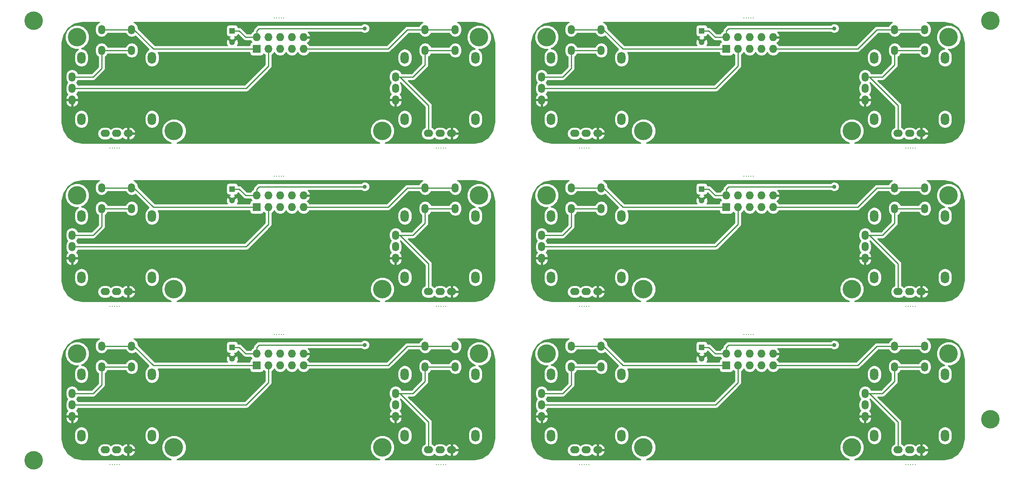
<source format=gbl>
G04 #@! TF.FileFunction,Copper,L2,Bot,Signal*
%FSLAX46Y46*%
G04 Gerber Fmt 4.6, Leading zero omitted, Abs format (unit mm)*
G04 Created by KiCad (PCBNEW (2015-01-16 BZR 5376)-product) date 23/06/2015 14:12:10*
%MOMM*%
G01*
G04 APERTURE LIST*
%ADD10C,0.100000*%
%ADD11C,4.000000*%
%ADD12C,0.300000*%
%ADD13R,1.727200X1.727200*%
%ADD14O,1.727200X1.727200*%
%ADD15R,1.300000X1.300000*%
%ADD16C,1.300000*%
%ADD17O,1.800000X2.600000*%
%ADD18O,1.524000X2.000000*%
%ADD19O,2.000000X1.540000*%
%ADD20C,0.889000*%
%ADD21C,0.254000*%
G04 APERTURE END LIST*
D10*
D11*
X245110000Y-68580000D03*
X245110000Y-154940000D03*
X38100000Y-163830000D03*
X38100000Y-68580000D03*
D12*
X156210000Y-96139000D03*
D13*
X187960000Y-74676000D03*
D14*
X187960000Y-72136000D03*
X190500000Y-74676000D03*
X190500000Y-72136000D03*
X193040000Y-74676000D03*
X193040000Y-72136000D03*
X195580000Y-74676000D03*
X195580000Y-72136000D03*
X198120000Y-74676000D03*
X198120000Y-72136000D03*
D15*
X182658000Y-70736000D03*
D16*
X182658000Y-73236000D03*
D11*
X170053000Y-92456000D03*
X236093000Y-72136000D03*
X215138000Y-92456000D03*
X149098000Y-72136000D03*
D17*
X150008000Y-76586000D03*
X165308000Y-76586000D03*
X165308000Y-89886000D03*
X150008000Y-89886000D03*
D18*
X148008000Y-83236000D03*
X148008000Y-80736000D03*
X148008000Y-85736000D03*
D19*
X157658000Y-92986000D03*
X155158000Y-92986000D03*
X160158000Y-92986000D03*
D18*
X154408000Y-74986000D03*
X160908000Y-74986000D03*
X160908000Y-70486000D03*
X154408000Y-70486000D03*
D17*
X220008000Y-76586000D03*
X235308000Y-76586000D03*
X235308000Y-89886000D03*
X220008000Y-89886000D03*
D18*
X218008000Y-83236000D03*
X218008000Y-80736000D03*
X218008000Y-85736000D03*
D19*
X227658000Y-92986000D03*
X225158000Y-92986000D03*
X230158000Y-92986000D03*
D18*
X224408000Y-74986000D03*
X230908000Y-74986000D03*
X230908000Y-70486000D03*
X224408000Y-70486000D03*
D12*
X156718000Y-96139000D03*
X157734000Y-96139000D03*
X157226000Y-96139000D03*
X158242000Y-96139000D03*
X193802000Y-67945000D03*
X192786000Y-67945000D03*
X193294000Y-67945000D03*
X192278000Y-67945000D03*
X191770000Y-67945000D03*
X228854000Y-96139000D03*
X227838000Y-96139000D03*
X228346000Y-96139000D03*
X227330000Y-96139000D03*
X226822000Y-96139000D03*
X226822000Y-130429000D03*
X227330000Y-130429000D03*
X228346000Y-130429000D03*
X227838000Y-130429000D03*
X228854000Y-130429000D03*
X191770000Y-102235000D03*
X192278000Y-102235000D03*
X193294000Y-102235000D03*
X192786000Y-102235000D03*
X193802000Y-102235000D03*
X158242000Y-130429000D03*
X157226000Y-130429000D03*
X157734000Y-130429000D03*
X156718000Y-130429000D03*
D17*
X220008000Y-110876000D03*
X235308000Y-110876000D03*
X235308000Y-124176000D03*
X220008000Y-124176000D03*
D18*
X218008000Y-117526000D03*
X218008000Y-115026000D03*
X218008000Y-120026000D03*
D19*
X227658000Y-127276000D03*
X225158000Y-127276000D03*
X230158000Y-127276000D03*
D18*
X224408000Y-109276000D03*
X230908000Y-109276000D03*
X230908000Y-104776000D03*
X224408000Y-104776000D03*
D17*
X150008000Y-110876000D03*
X165308000Y-110876000D03*
X165308000Y-124176000D03*
X150008000Y-124176000D03*
D18*
X148008000Y-117526000D03*
X148008000Y-115026000D03*
X148008000Y-120026000D03*
D19*
X157658000Y-127276000D03*
X155158000Y-127276000D03*
X160158000Y-127276000D03*
D18*
X154408000Y-109276000D03*
X160908000Y-109276000D03*
X160908000Y-104776000D03*
X154408000Y-104776000D03*
D11*
X149098000Y-106426000D03*
X215138000Y-126746000D03*
X236093000Y-106426000D03*
X170053000Y-126746000D03*
D15*
X182658000Y-105026000D03*
D16*
X182658000Y-107526000D03*
D13*
X187960000Y-108966000D03*
D14*
X187960000Y-106426000D03*
X190500000Y-108966000D03*
X190500000Y-106426000D03*
X193040000Y-108966000D03*
X193040000Y-106426000D03*
X195580000Y-108966000D03*
X195580000Y-106426000D03*
X198120000Y-108966000D03*
X198120000Y-106426000D03*
D12*
X156210000Y-130429000D03*
X156210000Y-164719000D03*
D13*
X187960000Y-143256000D03*
D14*
X187960000Y-140716000D03*
X190500000Y-143256000D03*
X190500000Y-140716000D03*
X193040000Y-143256000D03*
X193040000Y-140716000D03*
X195580000Y-143256000D03*
X195580000Y-140716000D03*
X198120000Y-143256000D03*
X198120000Y-140716000D03*
D15*
X182658000Y-139316000D03*
D16*
X182658000Y-141816000D03*
D11*
X170053000Y-161036000D03*
X236093000Y-140716000D03*
X215138000Y-161036000D03*
X149098000Y-140716000D03*
D17*
X150008000Y-145166000D03*
X165308000Y-145166000D03*
X165308000Y-158466000D03*
X150008000Y-158466000D03*
D18*
X148008000Y-151816000D03*
X148008000Y-149316000D03*
X148008000Y-154316000D03*
D19*
X157658000Y-161566000D03*
X155158000Y-161566000D03*
X160158000Y-161566000D03*
D18*
X154408000Y-143566000D03*
X160908000Y-143566000D03*
X160908000Y-139066000D03*
X154408000Y-139066000D03*
D17*
X220008000Y-145166000D03*
X235308000Y-145166000D03*
X235308000Y-158466000D03*
X220008000Y-158466000D03*
D18*
X218008000Y-151816000D03*
X218008000Y-149316000D03*
X218008000Y-154316000D03*
D19*
X227658000Y-161566000D03*
X225158000Y-161566000D03*
X230158000Y-161566000D03*
D18*
X224408000Y-143566000D03*
X230908000Y-143566000D03*
X230908000Y-139066000D03*
X224408000Y-139066000D03*
D12*
X156718000Y-164719000D03*
X157734000Y-164719000D03*
X157226000Y-164719000D03*
X158242000Y-164719000D03*
X193802000Y-136525000D03*
X192786000Y-136525000D03*
X193294000Y-136525000D03*
X192278000Y-136525000D03*
X191770000Y-136525000D03*
X228854000Y-164719000D03*
X227838000Y-164719000D03*
X228346000Y-164719000D03*
X227330000Y-164719000D03*
X226822000Y-164719000D03*
X125222000Y-164719000D03*
X125730000Y-164719000D03*
X126746000Y-164719000D03*
X126238000Y-164719000D03*
X127254000Y-164719000D03*
X90170000Y-136525000D03*
X90678000Y-136525000D03*
X91694000Y-136525000D03*
X91186000Y-136525000D03*
X92202000Y-136525000D03*
X56642000Y-164719000D03*
X55626000Y-164719000D03*
X56134000Y-164719000D03*
X55118000Y-164719000D03*
D17*
X118408000Y-145166000D03*
X133708000Y-145166000D03*
X133708000Y-158466000D03*
X118408000Y-158466000D03*
D18*
X116408000Y-151816000D03*
X116408000Y-149316000D03*
X116408000Y-154316000D03*
D19*
X126058000Y-161566000D03*
X123558000Y-161566000D03*
X128558000Y-161566000D03*
D18*
X122808000Y-143566000D03*
X129308000Y-143566000D03*
X129308000Y-139066000D03*
X122808000Y-139066000D03*
D17*
X48408000Y-145166000D03*
X63708000Y-145166000D03*
X63708000Y-158466000D03*
X48408000Y-158466000D03*
D18*
X46408000Y-151816000D03*
X46408000Y-149316000D03*
X46408000Y-154316000D03*
D19*
X56058000Y-161566000D03*
X53558000Y-161566000D03*
X58558000Y-161566000D03*
D18*
X52808000Y-143566000D03*
X59308000Y-143566000D03*
X59308000Y-139066000D03*
X52808000Y-139066000D03*
D11*
X47498000Y-140716000D03*
X113538000Y-161036000D03*
X134493000Y-140716000D03*
X68453000Y-161036000D03*
D15*
X81058000Y-139316000D03*
D16*
X81058000Y-141816000D03*
D13*
X86360000Y-143256000D03*
D14*
X86360000Y-140716000D03*
X88900000Y-143256000D03*
X88900000Y-140716000D03*
X91440000Y-143256000D03*
X91440000Y-140716000D03*
X93980000Y-143256000D03*
X93980000Y-140716000D03*
X96520000Y-143256000D03*
X96520000Y-140716000D03*
D12*
X54610000Y-164719000D03*
X54610000Y-130429000D03*
D13*
X86360000Y-108966000D03*
D14*
X86360000Y-106426000D03*
X88900000Y-108966000D03*
X88900000Y-106426000D03*
X91440000Y-108966000D03*
X91440000Y-106426000D03*
X93980000Y-108966000D03*
X93980000Y-106426000D03*
X96520000Y-108966000D03*
X96520000Y-106426000D03*
D15*
X81058000Y-105026000D03*
D16*
X81058000Y-107526000D03*
D11*
X68453000Y-126746000D03*
X134493000Y-106426000D03*
X113538000Y-126746000D03*
X47498000Y-106426000D03*
D17*
X48408000Y-110876000D03*
X63708000Y-110876000D03*
X63708000Y-124176000D03*
X48408000Y-124176000D03*
D18*
X46408000Y-117526000D03*
X46408000Y-115026000D03*
X46408000Y-120026000D03*
D19*
X56058000Y-127276000D03*
X53558000Y-127276000D03*
X58558000Y-127276000D03*
D18*
X52808000Y-109276000D03*
X59308000Y-109276000D03*
X59308000Y-104776000D03*
X52808000Y-104776000D03*
D17*
X118408000Y-110876000D03*
X133708000Y-110876000D03*
X133708000Y-124176000D03*
X118408000Y-124176000D03*
D18*
X116408000Y-117526000D03*
X116408000Y-115026000D03*
X116408000Y-120026000D03*
D19*
X126058000Y-127276000D03*
X123558000Y-127276000D03*
X128558000Y-127276000D03*
D18*
X122808000Y-109276000D03*
X129308000Y-109276000D03*
X129308000Y-104776000D03*
X122808000Y-104776000D03*
D12*
X55118000Y-130429000D03*
X56134000Y-130429000D03*
X55626000Y-130429000D03*
X56642000Y-130429000D03*
X92202000Y-102235000D03*
X91186000Y-102235000D03*
X91694000Y-102235000D03*
X90678000Y-102235000D03*
X90170000Y-102235000D03*
X127254000Y-130429000D03*
X126238000Y-130429000D03*
X126746000Y-130429000D03*
X125730000Y-130429000D03*
X125222000Y-130429000D03*
X125222000Y-96139000D03*
X125730000Y-96139000D03*
X126746000Y-96139000D03*
X126238000Y-96139000D03*
X127254000Y-96139000D03*
X90170000Y-67945000D03*
X90678000Y-67945000D03*
X91694000Y-67945000D03*
X91186000Y-67945000D03*
X92202000Y-67945000D03*
X56642000Y-96139000D03*
X55626000Y-96139000D03*
X56134000Y-96139000D03*
X55118000Y-96139000D03*
D17*
X118408000Y-76586000D03*
X133708000Y-76586000D03*
X133708000Y-89886000D03*
X118408000Y-89886000D03*
D18*
X116408000Y-83236000D03*
X116408000Y-80736000D03*
X116408000Y-85736000D03*
D19*
X126058000Y-92986000D03*
X123558000Y-92986000D03*
X128558000Y-92986000D03*
D18*
X122808000Y-74986000D03*
X129308000Y-74986000D03*
X129308000Y-70486000D03*
X122808000Y-70486000D03*
D17*
X48408000Y-76586000D03*
X63708000Y-76586000D03*
X63708000Y-89886000D03*
X48408000Y-89886000D03*
D18*
X46408000Y-83236000D03*
X46408000Y-80736000D03*
X46408000Y-85736000D03*
D19*
X56058000Y-92986000D03*
X53558000Y-92986000D03*
X58558000Y-92986000D03*
D18*
X52808000Y-74986000D03*
X59308000Y-74986000D03*
X59308000Y-70486000D03*
X52808000Y-70486000D03*
D11*
X47498000Y-72136000D03*
X113538000Y-92456000D03*
X134493000Y-72136000D03*
X68453000Y-92456000D03*
D15*
X81058000Y-70736000D03*
D16*
X81058000Y-73236000D03*
D13*
X86360000Y-74676000D03*
D14*
X86360000Y-72136000D03*
X88900000Y-74676000D03*
X88900000Y-72136000D03*
X91440000Y-74676000D03*
X91440000Y-72136000D03*
X93980000Y-74676000D03*
X93980000Y-72136000D03*
X96520000Y-74676000D03*
X96520000Y-72136000D03*
D12*
X54610000Y-96139000D03*
D20*
X211328000Y-70231000D03*
X211328000Y-104521000D03*
X211328000Y-138811000D03*
X109728000Y-138811000D03*
X109728000Y-104521000D03*
X109728000Y-70231000D03*
D21*
X161218000Y-74676000D02*
X160908000Y-74986000D01*
X182698000Y-70696000D02*
X182658000Y-70736000D01*
X225158000Y-86982000D02*
X225158000Y-92986000D01*
X218912000Y-80736000D02*
X225158000Y-86982000D01*
X218008000Y-80736000D02*
X218912000Y-80736000D01*
X184158000Y-70736000D02*
X185558000Y-72136000D01*
X185558000Y-72136000D02*
X187960000Y-72136000D01*
X182658000Y-70736000D02*
X184158000Y-70736000D01*
X211328000Y-70231000D02*
X188468000Y-70231000D01*
X188468000Y-70231000D02*
X187960000Y-70739000D01*
X187960000Y-70739000D02*
X187960000Y-72136000D01*
X224408000Y-78106000D02*
X221778000Y-80736000D01*
X221778000Y-80736000D02*
X218008000Y-80736000D01*
X224408000Y-74986000D02*
X224408000Y-78106000D01*
X152563000Y-80736000D02*
X154408000Y-78891000D01*
X154408000Y-78891000D02*
X154408000Y-74986000D01*
X148008000Y-80736000D02*
X152563000Y-80736000D01*
X154408000Y-74986000D02*
X160908000Y-74986000D01*
X224408000Y-74986000D02*
X230908000Y-74986000D01*
X224408000Y-109276000D02*
X230908000Y-109276000D01*
X154408000Y-109276000D02*
X160908000Y-109276000D01*
X148008000Y-115026000D02*
X152563000Y-115026000D01*
X154408000Y-113181000D02*
X154408000Y-109276000D01*
X152563000Y-115026000D02*
X154408000Y-113181000D01*
X224408000Y-109276000D02*
X224408000Y-112396000D01*
X221778000Y-115026000D02*
X218008000Y-115026000D01*
X224408000Y-112396000D02*
X221778000Y-115026000D01*
X187960000Y-105029000D02*
X187960000Y-106426000D01*
X188468000Y-104521000D02*
X187960000Y-105029000D01*
X211328000Y-104521000D02*
X188468000Y-104521000D01*
X182658000Y-105026000D02*
X184158000Y-105026000D01*
X185558000Y-106426000D02*
X187960000Y-106426000D01*
X184158000Y-105026000D02*
X185558000Y-106426000D01*
X218008000Y-115026000D02*
X218912000Y-115026000D01*
X218912000Y-115026000D02*
X225158000Y-121272000D01*
X225158000Y-121272000D02*
X225158000Y-127276000D01*
X182698000Y-104986000D02*
X182658000Y-105026000D01*
X161218000Y-108966000D02*
X160908000Y-109276000D01*
X161218000Y-143256000D02*
X160908000Y-143566000D01*
X182698000Y-139276000D02*
X182658000Y-139316000D01*
X225158000Y-155562000D02*
X225158000Y-161566000D01*
X218912000Y-149316000D02*
X225158000Y-155562000D01*
X218008000Y-149316000D02*
X218912000Y-149316000D01*
X184158000Y-139316000D02*
X185558000Y-140716000D01*
X185558000Y-140716000D02*
X187960000Y-140716000D01*
X182658000Y-139316000D02*
X184158000Y-139316000D01*
X211328000Y-138811000D02*
X188468000Y-138811000D01*
X188468000Y-138811000D02*
X187960000Y-139319000D01*
X187960000Y-139319000D02*
X187960000Y-140716000D01*
X224408000Y-146686000D02*
X221778000Y-149316000D01*
X221778000Y-149316000D02*
X218008000Y-149316000D01*
X224408000Y-143566000D02*
X224408000Y-146686000D01*
X152563000Y-149316000D02*
X154408000Y-147471000D01*
X154408000Y-147471000D02*
X154408000Y-143566000D01*
X148008000Y-149316000D02*
X152563000Y-149316000D01*
X154408000Y-143566000D02*
X160908000Y-143566000D01*
X224408000Y-143566000D02*
X230908000Y-143566000D01*
X122808000Y-143566000D02*
X129308000Y-143566000D01*
X52808000Y-143566000D02*
X59308000Y-143566000D01*
X46408000Y-149316000D02*
X50963000Y-149316000D01*
X52808000Y-147471000D02*
X52808000Y-143566000D01*
X50963000Y-149316000D02*
X52808000Y-147471000D01*
X122808000Y-143566000D02*
X122808000Y-146686000D01*
X120178000Y-149316000D02*
X116408000Y-149316000D01*
X122808000Y-146686000D02*
X120178000Y-149316000D01*
X86360000Y-139319000D02*
X86360000Y-140716000D01*
X86868000Y-138811000D02*
X86360000Y-139319000D01*
X109728000Y-138811000D02*
X86868000Y-138811000D01*
X81058000Y-139316000D02*
X82558000Y-139316000D01*
X83958000Y-140716000D02*
X86360000Y-140716000D01*
X82558000Y-139316000D02*
X83958000Y-140716000D01*
X116408000Y-149316000D02*
X117312000Y-149316000D01*
X117312000Y-149316000D02*
X123558000Y-155562000D01*
X123558000Y-155562000D02*
X123558000Y-161566000D01*
X81098000Y-139276000D02*
X81058000Y-139316000D01*
X59618000Y-143256000D02*
X59308000Y-143566000D01*
X59618000Y-108966000D02*
X59308000Y-109276000D01*
X81098000Y-104986000D02*
X81058000Y-105026000D01*
X123558000Y-121272000D02*
X123558000Y-127276000D01*
X117312000Y-115026000D02*
X123558000Y-121272000D01*
X116408000Y-115026000D02*
X117312000Y-115026000D01*
X82558000Y-105026000D02*
X83958000Y-106426000D01*
X83958000Y-106426000D02*
X86360000Y-106426000D01*
X81058000Y-105026000D02*
X82558000Y-105026000D01*
X109728000Y-104521000D02*
X86868000Y-104521000D01*
X86868000Y-104521000D02*
X86360000Y-105029000D01*
X86360000Y-105029000D02*
X86360000Y-106426000D01*
X122808000Y-112396000D02*
X120178000Y-115026000D01*
X120178000Y-115026000D02*
X116408000Y-115026000D01*
X122808000Y-109276000D02*
X122808000Y-112396000D01*
X50963000Y-115026000D02*
X52808000Y-113181000D01*
X52808000Y-113181000D02*
X52808000Y-109276000D01*
X46408000Y-115026000D02*
X50963000Y-115026000D01*
X52808000Y-109276000D02*
X59308000Y-109276000D01*
X122808000Y-109276000D02*
X129308000Y-109276000D01*
X122808000Y-74986000D02*
X129308000Y-74986000D01*
X52808000Y-74986000D02*
X59308000Y-74986000D01*
X46408000Y-80736000D02*
X50963000Y-80736000D01*
X52808000Y-78891000D02*
X52808000Y-74986000D01*
X50963000Y-80736000D02*
X52808000Y-78891000D01*
X122808000Y-74986000D02*
X122808000Y-78106000D01*
X120178000Y-80736000D02*
X116408000Y-80736000D01*
X122808000Y-78106000D02*
X120178000Y-80736000D01*
X86360000Y-70739000D02*
X86360000Y-72136000D01*
X86868000Y-70231000D02*
X86360000Y-70739000D01*
X109728000Y-70231000D02*
X86868000Y-70231000D01*
X81058000Y-70736000D02*
X82558000Y-70736000D01*
X83958000Y-72136000D02*
X86360000Y-72136000D01*
X82558000Y-70736000D02*
X83958000Y-72136000D01*
X116408000Y-80736000D02*
X117312000Y-80736000D01*
X117312000Y-80736000D02*
X123558000Y-86982000D01*
X123558000Y-86982000D02*
X123558000Y-92986000D01*
X81098000Y-70696000D02*
X81058000Y-70736000D01*
X59618000Y-74676000D02*
X59308000Y-74986000D01*
X224408000Y-70486000D02*
X230908000Y-70486000D01*
X198120000Y-74676000D02*
X216408000Y-74676000D01*
X220598000Y-70486000D02*
X224408000Y-70486000D01*
X216408000Y-74676000D02*
X220598000Y-70486000D01*
X230908000Y-70486000D02*
X230908000Y-70590000D01*
X230908000Y-104776000D02*
X230908000Y-104880000D01*
X216408000Y-108966000D02*
X220598000Y-104776000D01*
X220598000Y-104776000D02*
X224408000Y-104776000D01*
X198120000Y-108966000D02*
X216408000Y-108966000D01*
X224408000Y-104776000D02*
X230908000Y-104776000D01*
X224408000Y-139066000D02*
X230908000Y-139066000D01*
X198120000Y-143256000D02*
X216408000Y-143256000D01*
X220598000Y-139066000D02*
X224408000Y-139066000D01*
X216408000Y-143256000D02*
X220598000Y-139066000D01*
X230908000Y-139066000D02*
X230908000Y-139170000D01*
X129308000Y-139066000D02*
X129308000Y-139170000D01*
X114808000Y-143256000D02*
X118998000Y-139066000D01*
X118998000Y-139066000D02*
X122808000Y-139066000D01*
X96520000Y-143256000D02*
X114808000Y-143256000D01*
X122808000Y-139066000D02*
X129308000Y-139066000D01*
X122808000Y-104776000D02*
X129308000Y-104776000D01*
X96520000Y-108966000D02*
X114808000Y-108966000D01*
X118998000Y-104776000D02*
X122808000Y-104776000D01*
X114808000Y-108966000D02*
X118998000Y-104776000D01*
X129308000Y-104776000D02*
X129308000Y-104880000D01*
X129308000Y-70486000D02*
X129308000Y-70590000D01*
X114808000Y-74676000D02*
X118998000Y-70486000D01*
X118998000Y-70486000D02*
X122808000Y-70486000D01*
X96520000Y-74676000D02*
X114808000Y-74676000D01*
X122808000Y-70486000D02*
X129308000Y-70486000D01*
X190500000Y-78394000D02*
X185658000Y-83236000D01*
X185658000Y-83236000D02*
X148008000Y-83236000D01*
X190500000Y-74676000D02*
X190500000Y-78394000D01*
X190500000Y-108966000D02*
X190500000Y-112684000D01*
X185658000Y-117526000D02*
X148008000Y-117526000D01*
X190500000Y-112684000D02*
X185658000Y-117526000D01*
X190500000Y-146974000D02*
X185658000Y-151816000D01*
X185658000Y-151816000D02*
X148008000Y-151816000D01*
X190500000Y-143256000D02*
X190500000Y-146974000D01*
X88900000Y-143256000D02*
X88900000Y-146974000D01*
X84058000Y-151816000D02*
X46408000Y-151816000D01*
X88900000Y-146974000D02*
X84058000Y-151816000D01*
X88900000Y-112684000D02*
X84058000Y-117526000D01*
X84058000Y-117526000D02*
X46408000Y-117526000D01*
X88900000Y-108966000D02*
X88900000Y-112684000D01*
X88900000Y-74676000D02*
X88900000Y-78394000D01*
X84058000Y-83236000D02*
X46408000Y-83236000D01*
X88900000Y-78394000D02*
X84058000Y-83236000D01*
X160908000Y-70486000D02*
X154408000Y-70486000D01*
X166243000Y-74676000D02*
X165608000Y-74676000D01*
X165608000Y-74676000D02*
X161418000Y-70486000D01*
X161418000Y-70486000D02*
X160908000Y-70486000D01*
X166243000Y-74676000D02*
X166098000Y-74676000D01*
X187960000Y-74676000D02*
X166243000Y-74676000D01*
X187960000Y-108966000D02*
X166243000Y-108966000D01*
X166243000Y-108966000D02*
X166098000Y-108966000D01*
X161418000Y-104776000D02*
X160908000Y-104776000D01*
X165608000Y-108966000D02*
X161418000Y-104776000D01*
X166243000Y-108966000D02*
X165608000Y-108966000D01*
X160908000Y-104776000D02*
X154408000Y-104776000D01*
X160908000Y-139066000D02*
X154408000Y-139066000D01*
X166243000Y-143256000D02*
X165608000Y-143256000D01*
X165608000Y-143256000D02*
X161418000Y-139066000D01*
X161418000Y-139066000D02*
X160908000Y-139066000D01*
X166243000Y-143256000D02*
X166098000Y-143256000D01*
X187960000Y-143256000D02*
X166243000Y-143256000D01*
X86360000Y-143256000D02*
X64643000Y-143256000D01*
X64643000Y-143256000D02*
X64498000Y-143256000D01*
X59818000Y-139066000D02*
X59308000Y-139066000D01*
X64008000Y-143256000D02*
X59818000Y-139066000D01*
X64643000Y-143256000D02*
X64008000Y-143256000D01*
X59308000Y-139066000D02*
X52808000Y-139066000D01*
X59308000Y-104776000D02*
X52808000Y-104776000D01*
X64643000Y-108966000D02*
X64008000Y-108966000D01*
X64008000Y-108966000D02*
X59818000Y-104776000D01*
X59818000Y-104776000D02*
X59308000Y-104776000D01*
X64643000Y-108966000D02*
X64498000Y-108966000D01*
X86360000Y-108966000D02*
X64643000Y-108966000D01*
X86360000Y-74676000D02*
X64643000Y-74676000D01*
X64643000Y-74676000D02*
X64498000Y-74676000D01*
X59818000Y-70486000D02*
X59308000Y-70486000D01*
X64008000Y-74676000D02*
X59818000Y-70486000D01*
X64643000Y-74676000D02*
X64008000Y-74676000D01*
X59308000Y-70486000D02*
X52808000Y-70486000D01*
G36*
X122295048Y-68921000D02*
X122273391Y-68925308D01*
X121820172Y-69228140D01*
X121517340Y-69681359D01*
X121508858Y-69724000D01*
X118998000Y-69724000D01*
X118706395Y-69782004D01*
X118459185Y-69947185D01*
X114492370Y-73914000D01*
X97798183Y-73914000D01*
X97579670Y-73586971D01*
X97308839Y-73406007D01*
X97726821Y-73024490D01*
X97974968Y-72495027D01*
X97854469Y-72263000D01*
X96647000Y-72263000D01*
X96647000Y-72283000D01*
X96393000Y-72283000D01*
X96393000Y-72263000D01*
X96373000Y-72263000D01*
X96373000Y-72009000D01*
X96393000Y-72009000D01*
X96393000Y-71989000D01*
X96647000Y-71989000D01*
X96647000Y-72009000D01*
X97854469Y-72009000D01*
X97974968Y-71776973D01*
X97726821Y-71247510D01*
X97447985Y-70993000D01*
X108963358Y-70993000D01*
X109115714Y-71145622D01*
X109512332Y-71310313D01*
X109941784Y-71310687D01*
X110338689Y-71146689D01*
X110642622Y-70843286D01*
X110807313Y-70446668D01*
X110807687Y-70017216D01*
X110643689Y-69620311D01*
X110340286Y-69316378D01*
X109943668Y-69151687D01*
X109514216Y-69151313D01*
X109117311Y-69315311D01*
X108963353Y-69469000D01*
X86868000Y-69469000D01*
X86576395Y-69527004D01*
X86329184Y-69692185D01*
X85821185Y-70200185D01*
X85656004Y-70447395D01*
X85598000Y-70739000D01*
X85598000Y-70848074D01*
X85300330Y-71046971D01*
X85081816Y-71374000D01*
X84273630Y-71374000D01*
X83096815Y-70197185D01*
X82849605Y-70032004D01*
X82558000Y-69974000D01*
X82333709Y-69974000D01*
X82308463Y-69843877D01*
X82168673Y-69631073D01*
X81957640Y-69488623D01*
X81708000Y-69438560D01*
X80408000Y-69438560D01*
X80165877Y-69485537D01*
X79953073Y-69625327D01*
X79810623Y-69836360D01*
X79760560Y-70086000D01*
X79760560Y-71386000D01*
X79807537Y-71628123D01*
X79947327Y-71840927D01*
X80158360Y-71983377D01*
X80408000Y-72033440D01*
X80570385Y-72033440D01*
X80394271Y-72106389D01*
X80338590Y-72336984D01*
X81058000Y-73056395D01*
X81777410Y-72336984D01*
X81721729Y-72106389D01*
X81512098Y-72033440D01*
X81708000Y-72033440D01*
X81950123Y-71986463D01*
X82162927Y-71846673D01*
X82305377Y-71635640D01*
X82317843Y-71573473D01*
X83419185Y-72674815D01*
X83666395Y-72839996D01*
X83666396Y-72839996D01*
X83958000Y-72898000D01*
X85081816Y-72898000D01*
X85287300Y-73205529D01*
X85254277Y-73211937D01*
X85041473Y-73351727D01*
X84899023Y-73562760D01*
X84848960Y-73812400D01*
X84848960Y-73914000D01*
X82128509Y-73914000D01*
X82187611Y-73899729D01*
X82355622Y-73416922D01*
X82326083Y-72906572D01*
X82187611Y-72572271D01*
X81957016Y-72516590D01*
X81237605Y-73236000D01*
X81251747Y-73250142D01*
X81072142Y-73429747D01*
X81058000Y-73415605D01*
X81043857Y-73429747D01*
X80864252Y-73250142D01*
X80878395Y-73236000D01*
X80158984Y-72516590D01*
X79928389Y-72572271D01*
X79760378Y-73055078D01*
X79789917Y-73565428D01*
X79928389Y-73899729D01*
X79987490Y-73914000D01*
X64643000Y-73914000D01*
X64498000Y-73914000D01*
X64323630Y-73914000D01*
X60705000Y-70295370D01*
X60705000Y-70215968D01*
X60598660Y-69681359D01*
X60295828Y-69228140D01*
X59842609Y-68925308D01*
X59820951Y-68921000D01*
X122295048Y-68921000D01*
X122295048Y-68921000D01*
G37*
X122295048Y-68921000D02*
X122273391Y-68925308D01*
X121820172Y-69228140D01*
X121517340Y-69681359D01*
X121508858Y-69724000D01*
X118998000Y-69724000D01*
X118706395Y-69782004D01*
X118459185Y-69947185D01*
X114492370Y-73914000D01*
X97798183Y-73914000D01*
X97579670Y-73586971D01*
X97308839Y-73406007D01*
X97726821Y-73024490D01*
X97974968Y-72495027D01*
X97854469Y-72263000D01*
X96647000Y-72263000D01*
X96647000Y-72283000D01*
X96393000Y-72283000D01*
X96393000Y-72263000D01*
X96373000Y-72263000D01*
X96373000Y-72009000D01*
X96393000Y-72009000D01*
X96393000Y-71989000D01*
X96647000Y-71989000D01*
X96647000Y-72009000D01*
X97854469Y-72009000D01*
X97974968Y-71776973D01*
X97726821Y-71247510D01*
X97447985Y-70993000D01*
X108963358Y-70993000D01*
X109115714Y-71145622D01*
X109512332Y-71310313D01*
X109941784Y-71310687D01*
X110338689Y-71146689D01*
X110642622Y-70843286D01*
X110807313Y-70446668D01*
X110807687Y-70017216D01*
X110643689Y-69620311D01*
X110340286Y-69316378D01*
X109943668Y-69151687D01*
X109514216Y-69151313D01*
X109117311Y-69315311D01*
X108963353Y-69469000D01*
X86868000Y-69469000D01*
X86576395Y-69527004D01*
X86329184Y-69692185D01*
X85821185Y-70200185D01*
X85656004Y-70447395D01*
X85598000Y-70739000D01*
X85598000Y-70848074D01*
X85300330Y-71046971D01*
X85081816Y-71374000D01*
X84273630Y-71374000D01*
X83096815Y-70197185D01*
X82849605Y-70032004D01*
X82558000Y-69974000D01*
X82333709Y-69974000D01*
X82308463Y-69843877D01*
X82168673Y-69631073D01*
X81957640Y-69488623D01*
X81708000Y-69438560D01*
X80408000Y-69438560D01*
X80165877Y-69485537D01*
X79953073Y-69625327D01*
X79810623Y-69836360D01*
X79760560Y-70086000D01*
X79760560Y-71386000D01*
X79807537Y-71628123D01*
X79947327Y-71840927D01*
X80158360Y-71983377D01*
X80408000Y-72033440D01*
X80570385Y-72033440D01*
X80394271Y-72106389D01*
X80338590Y-72336984D01*
X81058000Y-73056395D01*
X81777410Y-72336984D01*
X81721729Y-72106389D01*
X81512098Y-72033440D01*
X81708000Y-72033440D01*
X81950123Y-71986463D01*
X82162927Y-71846673D01*
X82305377Y-71635640D01*
X82317843Y-71573473D01*
X83419185Y-72674815D01*
X83666395Y-72839996D01*
X83666396Y-72839996D01*
X83958000Y-72898000D01*
X85081816Y-72898000D01*
X85287300Y-73205529D01*
X85254277Y-73211937D01*
X85041473Y-73351727D01*
X84899023Y-73562760D01*
X84848960Y-73812400D01*
X84848960Y-73914000D01*
X82128509Y-73914000D01*
X82187611Y-73899729D01*
X82355622Y-73416922D01*
X82326083Y-72906572D01*
X82187611Y-72572271D01*
X81957016Y-72516590D01*
X81237605Y-73236000D01*
X81251747Y-73250142D01*
X81072142Y-73429747D01*
X81058000Y-73415605D01*
X81043857Y-73429747D01*
X80864252Y-73250142D01*
X80878395Y-73236000D01*
X80158984Y-72516590D01*
X79928389Y-72572271D01*
X79760378Y-73055078D01*
X79789917Y-73565428D01*
X79928389Y-73899729D01*
X79987490Y-73914000D01*
X64643000Y-73914000D01*
X64498000Y-73914000D01*
X64323630Y-73914000D01*
X60705000Y-70295370D01*
X60705000Y-70215968D01*
X60598660Y-69681359D01*
X60295828Y-69228140D01*
X59842609Y-68925308D01*
X59820951Y-68921000D01*
X122295048Y-68921000D01*
G36*
X122295048Y-103211000D02*
X122273391Y-103215308D01*
X121820172Y-103518140D01*
X121517340Y-103971359D01*
X121508858Y-104014000D01*
X118998000Y-104014000D01*
X118706395Y-104072004D01*
X118459185Y-104237185D01*
X114492370Y-108204000D01*
X97798183Y-108204000D01*
X97579670Y-107876971D01*
X97308839Y-107696007D01*
X97726821Y-107314490D01*
X97974968Y-106785027D01*
X97854469Y-106553000D01*
X96647000Y-106553000D01*
X96647000Y-106573000D01*
X96393000Y-106573000D01*
X96393000Y-106553000D01*
X96373000Y-106553000D01*
X96373000Y-106299000D01*
X96393000Y-106299000D01*
X96393000Y-106279000D01*
X96647000Y-106279000D01*
X96647000Y-106299000D01*
X97854469Y-106299000D01*
X97974968Y-106066973D01*
X97726821Y-105537510D01*
X97447985Y-105283000D01*
X108963358Y-105283000D01*
X109115714Y-105435622D01*
X109512332Y-105600313D01*
X109941784Y-105600687D01*
X110338689Y-105436689D01*
X110642622Y-105133286D01*
X110807313Y-104736668D01*
X110807687Y-104307216D01*
X110643689Y-103910311D01*
X110340286Y-103606378D01*
X109943668Y-103441687D01*
X109514216Y-103441313D01*
X109117311Y-103605311D01*
X108963353Y-103759000D01*
X86868000Y-103759000D01*
X86576395Y-103817004D01*
X86329184Y-103982185D01*
X85821185Y-104490185D01*
X85656004Y-104737395D01*
X85598000Y-105029000D01*
X85598000Y-105138074D01*
X85300330Y-105336971D01*
X85081816Y-105664000D01*
X84273630Y-105664000D01*
X83096815Y-104487185D01*
X82849605Y-104322004D01*
X82558000Y-104264000D01*
X82333709Y-104264000D01*
X82308463Y-104133877D01*
X82168673Y-103921073D01*
X81957640Y-103778623D01*
X81708000Y-103728560D01*
X80408000Y-103728560D01*
X80165877Y-103775537D01*
X79953073Y-103915327D01*
X79810623Y-104126360D01*
X79760560Y-104376000D01*
X79760560Y-105676000D01*
X79807537Y-105918123D01*
X79947327Y-106130927D01*
X80158360Y-106273377D01*
X80408000Y-106323440D01*
X80570385Y-106323440D01*
X80394271Y-106396389D01*
X80338590Y-106626984D01*
X81058000Y-107346395D01*
X81777410Y-106626984D01*
X81721729Y-106396389D01*
X81512098Y-106323440D01*
X81708000Y-106323440D01*
X81950123Y-106276463D01*
X82162927Y-106136673D01*
X82305377Y-105925640D01*
X82317843Y-105863473D01*
X83419185Y-106964815D01*
X83666395Y-107129996D01*
X83666396Y-107129996D01*
X83958000Y-107188000D01*
X85081816Y-107188000D01*
X85287300Y-107495529D01*
X85254277Y-107501937D01*
X85041473Y-107641727D01*
X84899023Y-107852760D01*
X84848960Y-108102400D01*
X84848960Y-108204000D01*
X82128509Y-108204000D01*
X82187611Y-108189729D01*
X82355622Y-107706922D01*
X82326083Y-107196572D01*
X82187611Y-106862271D01*
X81957016Y-106806590D01*
X81237605Y-107526000D01*
X81251747Y-107540142D01*
X81072142Y-107719747D01*
X81058000Y-107705605D01*
X81043857Y-107719747D01*
X80864252Y-107540142D01*
X80878395Y-107526000D01*
X80158984Y-106806590D01*
X79928389Y-106862271D01*
X79760378Y-107345078D01*
X79789917Y-107855428D01*
X79928389Y-108189729D01*
X79987490Y-108204000D01*
X64643000Y-108204000D01*
X64498000Y-108204000D01*
X64323630Y-108204000D01*
X60705000Y-104585370D01*
X60705000Y-104505968D01*
X60598660Y-103971359D01*
X60295828Y-103518140D01*
X59842609Y-103215308D01*
X59820951Y-103211000D01*
X122295048Y-103211000D01*
X122295048Y-103211000D01*
G37*
X122295048Y-103211000D02*
X122273391Y-103215308D01*
X121820172Y-103518140D01*
X121517340Y-103971359D01*
X121508858Y-104014000D01*
X118998000Y-104014000D01*
X118706395Y-104072004D01*
X118459185Y-104237185D01*
X114492370Y-108204000D01*
X97798183Y-108204000D01*
X97579670Y-107876971D01*
X97308839Y-107696007D01*
X97726821Y-107314490D01*
X97974968Y-106785027D01*
X97854469Y-106553000D01*
X96647000Y-106553000D01*
X96647000Y-106573000D01*
X96393000Y-106573000D01*
X96393000Y-106553000D01*
X96373000Y-106553000D01*
X96373000Y-106299000D01*
X96393000Y-106299000D01*
X96393000Y-106279000D01*
X96647000Y-106279000D01*
X96647000Y-106299000D01*
X97854469Y-106299000D01*
X97974968Y-106066973D01*
X97726821Y-105537510D01*
X97447985Y-105283000D01*
X108963358Y-105283000D01*
X109115714Y-105435622D01*
X109512332Y-105600313D01*
X109941784Y-105600687D01*
X110338689Y-105436689D01*
X110642622Y-105133286D01*
X110807313Y-104736668D01*
X110807687Y-104307216D01*
X110643689Y-103910311D01*
X110340286Y-103606378D01*
X109943668Y-103441687D01*
X109514216Y-103441313D01*
X109117311Y-103605311D01*
X108963353Y-103759000D01*
X86868000Y-103759000D01*
X86576395Y-103817004D01*
X86329184Y-103982185D01*
X85821185Y-104490185D01*
X85656004Y-104737395D01*
X85598000Y-105029000D01*
X85598000Y-105138074D01*
X85300330Y-105336971D01*
X85081816Y-105664000D01*
X84273630Y-105664000D01*
X83096815Y-104487185D01*
X82849605Y-104322004D01*
X82558000Y-104264000D01*
X82333709Y-104264000D01*
X82308463Y-104133877D01*
X82168673Y-103921073D01*
X81957640Y-103778623D01*
X81708000Y-103728560D01*
X80408000Y-103728560D01*
X80165877Y-103775537D01*
X79953073Y-103915327D01*
X79810623Y-104126360D01*
X79760560Y-104376000D01*
X79760560Y-105676000D01*
X79807537Y-105918123D01*
X79947327Y-106130927D01*
X80158360Y-106273377D01*
X80408000Y-106323440D01*
X80570385Y-106323440D01*
X80394271Y-106396389D01*
X80338590Y-106626984D01*
X81058000Y-107346395D01*
X81777410Y-106626984D01*
X81721729Y-106396389D01*
X81512098Y-106323440D01*
X81708000Y-106323440D01*
X81950123Y-106276463D01*
X82162927Y-106136673D01*
X82305377Y-105925640D01*
X82317843Y-105863473D01*
X83419185Y-106964815D01*
X83666395Y-107129996D01*
X83666396Y-107129996D01*
X83958000Y-107188000D01*
X85081816Y-107188000D01*
X85287300Y-107495529D01*
X85254277Y-107501937D01*
X85041473Y-107641727D01*
X84899023Y-107852760D01*
X84848960Y-108102400D01*
X84848960Y-108204000D01*
X82128509Y-108204000D01*
X82187611Y-108189729D01*
X82355622Y-107706922D01*
X82326083Y-107196572D01*
X82187611Y-106862271D01*
X81957016Y-106806590D01*
X81237605Y-107526000D01*
X81251747Y-107540142D01*
X81072142Y-107719747D01*
X81058000Y-107705605D01*
X81043857Y-107719747D01*
X80864252Y-107540142D01*
X80878395Y-107526000D01*
X80158984Y-106806590D01*
X79928389Y-106862271D01*
X79760378Y-107345078D01*
X79789917Y-107855428D01*
X79928389Y-108189729D01*
X79987490Y-108204000D01*
X64643000Y-108204000D01*
X64498000Y-108204000D01*
X64323630Y-108204000D01*
X60705000Y-104585370D01*
X60705000Y-104505968D01*
X60598660Y-103971359D01*
X60295828Y-103518140D01*
X59842609Y-103215308D01*
X59820951Y-103211000D01*
X122295048Y-103211000D01*
G36*
X122295048Y-137501000D02*
X122273391Y-137505308D01*
X121820172Y-137808140D01*
X121517340Y-138261359D01*
X121508858Y-138304000D01*
X118998000Y-138304000D01*
X118706395Y-138362004D01*
X118459185Y-138527185D01*
X114492370Y-142494000D01*
X97798183Y-142494000D01*
X97579670Y-142166971D01*
X97308839Y-141986007D01*
X97726821Y-141604490D01*
X97974968Y-141075027D01*
X97854469Y-140843000D01*
X96647000Y-140843000D01*
X96647000Y-140863000D01*
X96393000Y-140863000D01*
X96393000Y-140843000D01*
X96373000Y-140843000D01*
X96373000Y-140589000D01*
X96393000Y-140589000D01*
X96393000Y-140569000D01*
X96647000Y-140569000D01*
X96647000Y-140589000D01*
X97854469Y-140589000D01*
X97974968Y-140356973D01*
X97726821Y-139827510D01*
X97447985Y-139573000D01*
X108963358Y-139573000D01*
X109115714Y-139725622D01*
X109512332Y-139890313D01*
X109941784Y-139890687D01*
X110338689Y-139726689D01*
X110642622Y-139423286D01*
X110807313Y-139026668D01*
X110807687Y-138597216D01*
X110643689Y-138200311D01*
X110340286Y-137896378D01*
X109943668Y-137731687D01*
X109514216Y-137731313D01*
X109117311Y-137895311D01*
X108963353Y-138049000D01*
X86868000Y-138049000D01*
X86576395Y-138107004D01*
X86329184Y-138272185D01*
X85821185Y-138780185D01*
X85656004Y-139027395D01*
X85598000Y-139319000D01*
X85598000Y-139428074D01*
X85300330Y-139626971D01*
X85081816Y-139954000D01*
X84273630Y-139954000D01*
X83096815Y-138777185D01*
X82849605Y-138612004D01*
X82558000Y-138554000D01*
X82333709Y-138554000D01*
X82308463Y-138423877D01*
X82168673Y-138211073D01*
X81957640Y-138068623D01*
X81708000Y-138018560D01*
X80408000Y-138018560D01*
X80165877Y-138065537D01*
X79953073Y-138205327D01*
X79810623Y-138416360D01*
X79760560Y-138666000D01*
X79760560Y-139966000D01*
X79807537Y-140208123D01*
X79947327Y-140420927D01*
X80158360Y-140563377D01*
X80408000Y-140613440D01*
X80570385Y-140613440D01*
X80394271Y-140686389D01*
X80338590Y-140916984D01*
X81058000Y-141636395D01*
X81777410Y-140916984D01*
X81721729Y-140686389D01*
X81512098Y-140613440D01*
X81708000Y-140613440D01*
X81950123Y-140566463D01*
X82162927Y-140426673D01*
X82305377Y-140215640D01*
X82317843Y-140153473D01*
X83419185Y-141254815D01*
X83666395Y-141419996D01*
X83666396Y-141419996D01*
X83958000Y-141478000D01*
X85081816Y-141478000D01*
X85287300Y-141785529D01*
X85254277Y-141791937D01*
X85041473Y-141931727D01*
X84899023Y-142142760D01*
X84848960Y-142392400D01*
X84848960Y-142494000D01*
X82128509Y-142494000D01*
X82187611Y-142479729D01*
X82355622Y-141996922D01*
X82326083Y-141486572D01*
X82187611Y-141152271D01*
X81957016Y-141096590D01*
X81237605Y-141816000D01*
X81251747Y-141830142D01*
X81072142Y-142009747D01*
X81058000Y-141995605D01*
X81043857Y-142009747D01*
X80864252Y-141830142D01*
X80878395Y-141816000D01*
X80158984Y-141096590D01*
X79928389Y-141152271D01*
X79760378Y-141635078D01*
X79789917Y-142145428D01*
X79928389Y-142479729D01*
X79987490Y-142494000D01*
X64643000Y-142494000D01*
X64498000Y-142494000D01*
X64323630Y-142494000D01*
X60705000Y-138875370D01*
X60705000Y-138795968D01*
X60598660Y-138261359D01*
X60295828Y-137808140D01*
X59842609Y-137505308D01*
X59820951Y-137501000D01*
X122295048Y-137501000D01*
X122295048Y-137501000D01*
G37*
X122295048Y-137501000D02*
X122273391Y-137505308D01*
X121820172Y-137808140D01*
X121517340Y-138261359D01*
X121508858Y-138304000D01*
X118998000Y-138304000D01*
X118706395Y-138362004D01*
X118459185Y-138527185D01*
X114492370Y-142494000D01*
X97798183Y-142494000D01*
X97579670Y-142166971D01*
X97308839Y-141986007D01*
X97726821Y-141604490D01*
X97974968Y-141075027D01*
X97854469Y-140843000D01*
X96647000Y-140843000D01*
X96647000Y-140863000D01*
X96393000Y-140863000D01*
X96393000Y-140843000D01*
X96373000Y-140843000D01*
X96373000Y-140589000D01*
X96393000Y-140589000D01*
X96393000Y-140569000D01*
X96647000Y-140569000D01*
X96647000Y-140589000D01*
X97854469Y-140589000D01*
X97974968Y-140356973D01*
X97726821Y-139827510D01*
X97447985Y-139573000D01*
X108963358Y-139573000D01*
X109115714Y-139725622D01*
X109512332Y-139890313D01*
X109941784Y-139890687D01*
X110338689Y-139726689D01*
X110642622Y-139423286D01*
X110807313Y-139026668D01*
X110807687Y-138597216D01*
X110643689Y-138200311D01*
X110340286Y-137896378D01*
X109943668Y-137731687D01*
X109514216Y-137731313D01*
X109117311Y-137895311D01*
X108963353Y-138049000D01*
X86868000Y-138049000D01*
X86576395Y-138107004D01*
X86329184Y-138272185D01*
X85821185Y-138780185D01*
X85656004Y-139027395D01*
X85598000Y-139319000D01*
X85598000Y-139428074D01*
X85300330Y-139626971D01*
X85081816Y-139954000D01*
X84273630Y-139954000D01*
X83096815Y-138777185D01*
X82849605Y-138612004D01*
X82558000Y-138554000D01*
X82333709Y-138554000D01*
X82308463Y-138423877D01*
X82168673Y-138211073D01*
X81957640Y-138068623D01*
X81708000Y-138018560D01*
X80408000Y-138018560D01*
X80165877Y-138065537D01*
X79953073Y-138205327D01*
X79810623Y-138416360D01*
X79760560Y-138666000D01*
X79760560Y-139966000D01*
X79807537Y-140208123D01*
X79947327Y-140420927D01*
X80158360Y-140563377D01*
X80408000Y-140613440D01*
X80570385Y-140613440D01*
X80394271Y-140686389D01*
X80338590Y-140916984D01*
X81058000Y-141636395D01*
X81777410Y-140916984D01*
X81721729Y-140686389D01*
X81512098Y-140613440D01*
X81708000Y-140613440D01*
X81950123Y-140566463D01*
X82162927Y-140426673D01*
X82305377Y-140215640D01*
X82317843Y-140153473D01*
X83419185Y-141254815D01*
X83666395Y-141419996D01*
X83666396Y-141419996D01*
X83958000Y-141478000D01*
X85081816Y-141478000D01*
X85287300Y-141785529D01*
X85254277Y-141791937D01*
X85041473Y-141931727D01*
X84899023Y-142142760D01*
X84848960Y-142392400D01*
X84848960Y-142494000D01*
X82128509Y-142494000D01*
X82187611Y-142479729D01*
X82355622Y-141996922D01*
X82326083Y-141486572D01*
X82187611Y-141152271D01*
X81957016Y-141096590D01*
X81237605Y-141816000D01*
X81251747Y-141830142D01*
X81072142Y-142009747D01*
X81058000Y-141995605D01*
X81043857Y-142009747D01*
X80864252Y-141830142D01*
X80878395Y-141816000D01*
X80158984Y-141096590D01*
X79928389Y-141152271D01*
X79760378Y-141635078D01*
X79789917Y-142145428D01*
X79928389Y-142479729D01*
X79987490Y-142494000D01*
X64643000Y-142494000D01*
X64498000Y-142494000D01*
X64323630Y-142494000D01*
X60705000Y-138875370D01*
X60705000Y-138795968D01*
X60598660Y-138261359D01*
X60295828Y-137808140D01*
X59842609Y-137505308D01*
X59820951Y-137501000D01*
X122295048Y-137501000D01*
G36*
X137820349Y-73358995D02*
X137811000Y-73406000D01*
X137811000Y-90517661D01*
X137447898Y-92343093D01*
X137128457Y-92821170D01*
X137128457Y-71614166D01*
X136728147Y-70645342D01*
X135987557Y-69903458D01*
X135019433Y-69501458D01*
X133971166Y-69500543D01*
X133002342Y-69900853D01*
X132260458Y-70641443D01*
X131858458Y-71609567D01*
X131857543Y-72657834D01*
X132257853Y-73626658D01*
X132998443Y-74368542D01*
X133626448Y-74629312D01*
X133120581Y-74729936D01*
X132622591Y-75062682D01*
X132289845Y-75560672D01*
X132173000Y-76148091D01*
X132173000Y-77023909D01*
X132289845Y-77611328D01*
X132622591Y-78109318D01*
X133120581Y-78442064D01*
X133708000Y-78558909D01*
X134295419Y-78442064D01*
X134793409Y-78109318D01*
X135126155Y-77611328D01*
X135243000Y-77023909D01*
X135243000Y-76148091D01*
X135126155Y-75560672D01*
X134793409Y-75062682D01*
X134356699Y-74770882D01*
X135014834Y-74771457D01*
X135983658Y-74371147D01*
X136725542Y-73630557D01*
X137127542Y-72662433D01*
X137128457Y-71614166D01*
X137128457Y-92821170D01*
X136432758Y-93862358D01*
X135243000Y-94657329D01*
X135243000Y-90323909D01*
X135243000Y-89448091D01*
X135126155Y-88860672D01*
X134793409Y-88362682D01*
X134295419Y-88029936D01*
X133708000Y-87913091D01*
X133120581Y-88029936D01*
X132622591Y-88362682D01*
X132289845Y-88860672D01*
X132173000Y-89448091D01*
X132173000Y-90323909D01*
X132289845Y-90911328D01*
X132622591Y-91409318D01*
X133120581Y-91742064D01*
X133708000Y-91858909D01*
X134295419Y-91742064D01*
X134793409Y-91409318D01*
X135126155Y-90911328D01*
X135243000Y-90323909D01*
X135243000Y-94657329D01*
X135146929Y-94721522D01*
X133490532Y-95051000D01*
X130705000Y-95051000D01*
X130705000Y-75256032D01*
X130705000Y-74715968D01*
X130598660Y-74181359D01*
X130295828Y-73728140D01*
X129842609Y-73425308D01*
X129308000Y-73318968D01*
X128773391Y-73425308D01*
X128320172Y-73728140D01*
X128017340Y-74181359D01*
X128008858Y-74224000D01*
X124107141Y-74224000D01*
X124098660Y-74181359D01*
X123795828Y-73728140D01*
X123342609Y-73425308D01*
X122808000Y-73318968D01*
X122273391Y-73425308D01*
X121820172Y-73728140D01*
X121517340Y-74181359D01*
X121411000Y-74715968D01*
X121411000Y-75256032D01*
X121517340Y-75790641D01*
X121820172Y-76243860D01*
X122046000Y-76394753D01*
X122046000Y-77790369D01*
X119943000Y-79893369D01*
X119943000Y-77023909D01*
X119943000Y-76148091D01*
X119826155Y-75560672D01*
X119493409Y-75062682D01*
X118995419Y-74729936D01*
X118408000Y-74613091D01*
X117820581Y-74729936D01*
X117322591Y-75062682D01*
X116989845Y-75560672D01*
X116873000Y-76148091D01*
X116873000Y-77023909D01*
X116989845Y-77611328D01*
X117322591Y-78109318D01*
X117820581Y-78442064D01*
X118408000Y-78558909D01*
X118995419Y-78442064D01*
X119493409Y-78109318D01*
X119826155Y-77611328D01*
X119943000Y-77023909D01*
X119943000Y-79893369D01*
X119862369Y-79974000D01*
X117707141Y-79974000D01*
X117698660Y-79931359D01*
X117395828Y-79478140D01*
X116942609Y-79175308D01*
X116408000Y-79068968D01*
X115873391Y-79175308D01*
X115420172Y-79478140D01*
X115117340Y-79931359D01*
X115011000Y-80465968D01*
X115011000Y-81006032D01*
X115117340Y-81540641D01*
X115414920Y-81986000D01*
X115117340Y-82431359D01*
X115011000Y-82965968D01*
X115011000Y-83506032D01*
X115117340Y-84040641D01*
X115420172Y-84493860D01*
X115435135Y-84503858D01*
X115154578Y-84860086D01*
X115005870Y-85388308D01*
X115164723Y-85609000D01*
X116281000Y-85609000D01*
X116281000Y-85589000D01*
X116535000Y-85589000D01*
X116535000Y-85609000D01*
X117651277Y-85609000D01*
X117810130Y-85388308D01*
X117661422Y-84860086D01*
X117380864Y-84503858D01*
X117395828Y-84493860D01*
X117698660Y-84040641D01*
X117805000Y-83506032D01*
X117805000Y-82965968D01*
X117698660Y-82431359D01*
X117401079Y-81986000D01*
X117434441Y-81936071D01*
X122796000Y-87297630D01*
X122796000Y-91680449D01*
X122758298Y-91687949D01*
X122302483Y-91992515D01*
X121997917Y-92448330D01*
X121890968Y-92986000D01*
X121997917Y-93523670D01*
X122302483Y-93979485D01*
X122758298Y-94284051D01*
X123295968Y-94391000D01*
X123820032Y-94391000D01*
X124357702Y-94284051D01*
X124808000Y-93983171D01*
X125258298Y-94284051D01*
X125795968Y-94391000D01*
X126320032Y-94391000D01*
X126857702Y-94284051D01*
X127313517Y-93979485D01*
X127326349Y-93960279D01*
X127679288Y-94241732D01*
X128209216Y-94394397D01*
X128431000Y-94236889D01*
X128431000Y-93113000D01*
X128411000Y-93113000D01*
X128411000Y-92859000D01*
X128431000Y-92859000D01*
X128431000Y-91735111D01*
X128209216Y-91577603D01*
X127679288Y-91730268D01*
X127326349Y-92011720D01*
X127313517Y-91992515D01*
X126857702Y-91687949D01*
X126320032Y-91581000D01*
X125795968Y-91581000D01*
X125258298Y-91687949D01*
X124808000Y-91988828D01*
X124357702Y-91687949D01*
X124320000Y-91680449D01*
X124320000Y-86982000D01*
X124261996Y-86690396D01*
X124261996Y-86690395D01*
X124096815Y-86443185D01*
X119151630Y-81498000D01*
X120178000Y-81498000D01*
X120178000Y-81497999D01*
X120469604Y-81439996D01*
X120469605Y-81439996D01*
X120716815Y-81274815D01*
X123346815Y-78644815D01*
X123346816Y-78644815D01*
X123445834Y-78496623D01*
X123511996Y-78397605D01*
X123511996Y-78397604D01*
X123570000Y-78106000D01*
X123570000Y-76394753D01*
X123795828Y-76243860D01*
X124098660Y-75790641D01*
X124107141Y-75748000D01*
X128008858Y-75748000D01*
X128017340Y-75790641D01*
X128320172Y-76243860D01*
X128773391Y-76546692D01*
X129308000Y-76653032D01*
X129842609Y-76546692D01*
X130295828Y-76243860D01*
X130598660Y-75790641D01*
X130705000Y-75256032D01*
X130705000Y-95051000D01*
X130150154Y-95051000D01*
X130150154Y-93330327D01*
X130150154Y-92641673D01*
X130134646Y-92556772D01*
X129867880Y-92074106D01*
X129436712Y-91730268D01*
X128906784Y-91577603D01*
X128685000Y-91735111D01*
X128685000Y-92859000D01*
X130027762Y-92859000D01*
X130150154Y-92641673D01*
X130150154Y-93330327D01*
X130027762Y-93113000D01*
X128685000Y-93113000D01*
X128685000Y-94236889D01*
X128906784Y-94394397D01*
X129436712Y-94241732D01*
X129867880Y-93897894D01*
X130134646Y-93415228D01*
X130150154Y-93330327D01*
X130150154Y-95051000D01*
X119943000Y-95051000D01*
X119943000Y-90323909D01*
X119943000Y-89448091D01*
X119826155Y-88860672D01*
X119493409Y-88362682D01*
X118995419Y-88029936D01*
X118408000Y-87913091D01*
X117820581Y-88029936D01*
X117810130Y-88036919D01*
X117810130Y-86083692D01*
X117651277Y-85863000D01*
X116535000Y-85863000D01*
X116535000Y-87205720D01*
X116751070Y-87328220D01*
X116843230Y-87311377D01*
X117321892Y-87043020D01*
X117661422Y-86611914D01*
X117810130Y-86083692D01*
X117810130Y-88036919D01*
X117322591Y-88362682D01*
X116989845Y-88860672D01*
X116873000Y-89448091D01*
X116873000Y-90323909D01*
X116989845Y-90911328D01*
X117322591Y-91409318D01*
X117820581Y-91742064D01*
X118408000Y-91858909D01*
X118995419Y-91742064D01*
X119493409Y-91409318D01*
X119826155Y-90911328D01*
X119943000Y-90323909D01*
X119943000Y-95051000D01*
X116281000Y-95051000D01*
X116281000Y-87205720D01*
X116281000Y-85863000D01*
X115164723Y-85863000D01*
X115005870Y-86083692D01*
X115154578Y-86611914D01*
X115494108Y-87043020D01*
X115972770Y-87311377D01*
X116064930Y-87328220D01*
X116281000Y-87205720D01*
X116281000Y-95051000D01*
X114157747Y-95051000D01*
X115028658Y-94691147D01*
X115770542Y-93950557D01*
X116172542Y-92982433D01*
X116173457Y-91934166D01*
X115773147Y-90965342D01*
X115032557Y-90223458D01*
X114064433Y-89821458D01*
X113016166Y-89820543D01*
X112047342Y-90220853D01*
X111305458Y-90961443D01*
X110903458Y-91929567D01*
X110902543Y-92977834D01*
X111302853Y-93946658D01*
X112043443Y-94688542D01*
X112916339Y-95051000D01*
X69072747Y-95051000D01*
X69943658Y-94691147D01*
X70685542Y-93950557D01*
X71087542Y-92982433D01*
X71088457Y-91934166D01*
X70688147Y-90965342D01*
X69947557Y-90223458D01*
X68979433Y-89821458D01*
X67931166Y-89820543D01*
X66962342Y-90220853D01*
X66220458Y-90961443D01*
X65818458Y-91929567D01*
X65817543Y-92977834D01*
X66217853Y-93946658D01*
X66958443Y-94688542D01*
X67831339Y-95051000D01*
X65243000Y-95051000D01*
X65243000Y-90323909D01*
X65243000Y-89448091D01*
X65126155Y-88860672D01*
X64793409Y-88362682D01*
X64295419Y-88029936D01*
X63708000Y-87913091D01*
X63120581Y-88029936D01*
X62622591Y-88362682D01*
X62289845Y-88860672D01*
X62173000Y-89448091D01*
X62173000Y-90323909D01*
X62289845Y-90911328D01*
X62622591Y-91409318D01*
X63120581Y-91742064D01*
X63708000Y-91858909D01*
X64295419Y-91742064D01*
X64793409Y-91409318D01*
X65126155Y-90911328D01*
X65243000Y-90323909D01*
X65243000Y-95051000D01*
X60150154Y-95051000D01*
X60150154Y-93330327D01*
X60150154Y-92641673D01*
X60134646Y-92556772D01*
X59867880Y-92074106D01*
X59436712Y-91730268D01*
X58906784Y-91577603D01*
X58685000Y-91735111D01*
X58685000Y-92859000D01*
X60027762Y-92859000D01*
X60150154Y-92641673D01*
X60150154Y-93330327D01*
X60027762Y-93113000D01*
X58685000Y-93113000D01*
X58685000Y-94236889D01*
X58906784Y-94394397D01*
X59436712Y-94241732D01*
X59867880Y-93897894D01*
X60134646Y-93415228D01*
X60150154Y-93330327D01*
X60150154Y-95051000D01*
X58431000Y-95051000D01*
X58431000Y-94236889D01*
X58431000Y-93113000D01*
X58411000Y-93113000D01*
X58411000Y-92859000D01*
X58431000Y-92859000D01*
X58431000Y-91735111D01*
X58209216Y-91577603D01*
X57679288Y-91730268D01*
X57326349Y-92011720D01*
X57313517Y-91992515D01*
X56857702Y-91687949D01*
X56320032Y-91581000D01*
X55795968Y-91581000D01*
X55258298Y-91687949D01*
X54808000Y-91988828D01*
X54357702Y-91687949D01*
X53820032Y-91581000D01*
X53295968Y-91581000D01*
X52758298Y-91687949D01*
X52302483Y-91992515D01*
X51997917Y-92448330D01*
X51890968Y-92986000D01*
X51997917Y-93523670D01*
X52302483Y-93979485D01*
X52758298Y-94284051D01*
X53295968Y-94391000D01*
X53820032Y-94391000D01*
X54357702Y-94284051D01*
X54808000Y-93983171D01*
X55258298Y-94284051D01*
X55795968Y-94391000D01*
X56320032Y-94391000D01*
X56857702Y-94284051D01*
X57313517Y-93979485D01*
X57326349Y-93960279D01*
X57679288Y-94241732D01*
X58209216Y-94394397D01*
X58431000Y-94236889D01*
X58431000Y-95051000D01*
X49943000Y-95051000D01*
X49943000Y-90323909D01*
X49943000Y-89448091D01*
X49826155Y-88860672D01*
X49493409Y-88362682D01*
X48995419Y-88029936D01*
X48408000Y-87913091D01*
X47820581Y-88029936D01*
X47810130Y-88036919D01*
X47810130Y-86083692D01*
X47651277Y-85863000D01*
X46535000Y-85863000D01*
X46535000Y-87205720D01*
X46751070Y-87328220D01*
X46843230Y-87311377D01*
X47321892Y-87043020D01*
X47661422Y-86611914D01*
X47810130Y-86083692D01*
X47810130Y-88036919D01*
X47322591Y-88362682D01*
X46989845Y-88860672D01*
X46873000Y-89448091D01*
X46873000Y-90323909D01*
X46989845Y-90911328D01*
X47322591Y-91409318D01*
X47820581Y-91742064D01*
X48408000Y-91858909D01*
X48995419Y-91742064D01*
X49493409Y-91409318D01*
X49826155Y-90911328D01*
X49943000Y-90323909D01*
X49943000Y-95051000D01*
X48625467Y-95051000D01*
X46911855Y-94710141D01*
X46281000Y-94288616D01*
X46281000Y-87205720D01*
X46281000Y-85863000D01*
X45164723Y-85863000D01*
X45005870Y-86083692D01*
X45154578Y-86611914D01*
X45494108Y-87043020D01*
X45972770Y-87311377D01*
X46064930Y-87328220D01*
X46281000Y-87205720D01*
X46281000Y-94288616D01*
X45516322Y-93777675D01*
X44583857Y-92382142D01*
X44243000Y-90668532D01*
X44243000Y-73303467D01*
X44583857Y-71589857D01*
X45516322Y-70194324D01*
X46911855Y-69261858D01*
X48625467Y-68921000D01*
X52295048Y-68921000D01*
X52273391Y-68925308D01*
X51820172Y-69228140D01*
X51517340Y-69681359D01*
X51411000Y-70215968D01*
X51411000Y-70756032D01*
X51517340Y-71290641D01*
X51820172Y-71743860D01*
X52273391Y-72046692D01*
X52808000Y-72153032D01*
X53342609Y-72046692D01*
X53795828Y-71743860D01*
X54098660Y-71290641D01*
X54107141Y-71248000D01*
X58008858Y-71248000D01*
X58017340Y-71290641D01*
X58320172Y-71743860D01*
X58773391Y-72046692D01*
X59308000Y-72153032D01*
X59842609Y-72046692D01*
X60117431Y-71863061D01*
X63038890Y-74784520D01*
X62622591Y-75062682D01*
X62289845Y-75560672D01*
X62173000Y-76148091D01*
X62173000Y-77023909D01*
X62289845Y-77611328D01*
X62622591Y-78109318D01*
X63120581Y-78442064D01*
X63708000Y-78558909D01*
X64295419Y-78442064D01*
X64793409Y-78109318D01*
X65126155Y-77611328D01*
X65243000Y-77023909D01*
X65243000Y-76148091D01*
X65126155Y-75560672D01*
X65044188Y-75438000D01*
X84848960Y-75438000D01*
X84848960Y-75539600D01*
X84895937Y-75781723D01*
X85035727Y-75994527D01*
X85246760Y-76136977D01*
X85496400Y-76187040D01*
X87223600Y-76187040D01*
X87465723Y-76140063D01*
X87678527Y-76000273D01*
X87820977Y-75789240D01*
X87829179Y-75748340D01*
X87840330Y-75765029D01*
X88138000Y-75963925D01*
X88138000Y-78078370D01*
X83742370Y-82474000D01*
X47707141Y-82474000D01*
X47698660Y-82431359D01*
X47401079Y-81986000D01*
X47698660Y-81540641D01*
X47707141Y-81498000D01*
X50963000Y-81498000D01*
X50963000Y-81497999D01*
X51254604Y-81439996D01*
X51254605Y-81439996D01*
X51501815Y-81274815D01*
X53346815Y-79429815D01*
X53511996Y-79182605D01*
X53511996Y-79182604D01*
X53569999Y-78891000D01*
X53570000Y-78891000D01*
X53570000Y-76394753D01*
X53795828Y-76243860D01*
X54098660Y-75790641D01*
X54107141Y-75748000D01*
X58008858Y-75748000D01*
X58017340Y-75790641D01*
X58320172Y-76243860D01*
X58773391Y-76546692D01*
X59308000Y-76653032D01*
X59842609Y-76546692D01*
X60295828Y-76243860D01*
X60598660Y-75790641D01*
X60705000Y-75256032D01*
X60705000Y-74715968D01*
X60598660Y-74181359D01*
X60295828Y-73728140D01*
X59842609Y-73425308D01*
X59308000Y-73318968D01*
X58773391Y-73425308D01*
X58320172Y-73728140D01*
X58017340Y-74181359D01*
X58008858Y-74224000D01*
X54107141Y-74224000D01*
X54098660Y-74181359D01*
X53795828Y-73728140D01*
X53342609Y-73425308D01*
X52808000Y-73318968D01*
X52273391Y-73425308D01*
X51820172Y-73728140D01*
X51517340Y-74181359D01*
X51411000Y-74715968D01*
X51411000Y-75256032D01*
X51517340Y-75790641D01*
X51820172Y-76243860D01*
X52046000Y-76394753D01*
X52046000Y-78575370D01*
X50647370Y-79974000D01*
X50133457Y-79974000D01*
X50133457Y-71614166D01*
X49733147Y-70645342D01*
X48992557Y-69903458D01*
X48024433Y-69501458D01*
X46976166Y-69500543D01*
X46007342Y-69900853D01*
X45265458Y-70641443D01*
X44863458Y-71609567D01*
X44862543Y-72657834D01*
X45262853Y-73626658D01*
X46003443Y-74368542D01*
X46971567Y-74770542D01*
X47758781Y-74771229D01*
X47322591Y-75062682D01*
X46989845Y-75560672D01*
X46873000Y-76148091D01*
X46873000Y-77023909D01*
X46989845Y-77611328D01*
X47322591Y-78109318D01*
X47820581Y-78442064D01*
X48408000Y-78558909D01*
X48995419Y-78442064D01*
X49493409Y-78109318D01*
X49826155Y-77611328D01*
X49943000Y-77023909D01*
X49943000Y-76148091D01*
X49826155Y-75560672D01*
X49493409Y-75062682D01*
X48995419Y-74729936D01*
X48408000Y-74613091D01*
X48398568Y-74614967D01*
X48988658Y-74371147D01*
X49730542Y-73630557D01*
X50132542Y-72662433D01*
X50133457Y-71614166D01*
X50133457Y-79974000D01*
X47707141Y-79974000D01*
X47698660Y-79931359D01*
X47395828Y-79478140D01*
X46942609Y-79175308D01*
X46408000Y-79068968D01*
X45873391Y-79175308D01*
X45420172Y-79478140D01*
X45117340Y-79931359D01*
X45011000Y-80465968D01*
X45011000Y-81006032D01*
X45117340Y-81540641D01*
X45414920Y-81986000D01*
X45117340Y-82431359D01*
X45011000Y-82965968D01*
X45011000Y-83506032D01*
X45117340Y-84040641D01*
X45420172Y-84493860D01*
X45435135Y-84503858D01*
X45154578Y-84860086D01*
X45005870Y-85388308D01*
X45164723Y-85609000D01*
X46281000Y-85609000D01*
X46281000Y-85589000D01*
X46535000Y-85589000D01*
X46535000Y-85609000D01*
X47651277Y-85609000D01*
X47810130Y-85388308D01*
X47661422Y-84860086D01*
X47380864Y-84503858D01*
X47395828Y-84493860D01*
X47698660Y-84040641D01*
X47707141Y-83998000D01*
X84058000Y-83998000D01*
X84058000Y-83997999D01*
X84349604Y-83939996D01*
X84349605Y-83939996D01*
X84596815Y-83774815D01*
X89438815Y-78932815D01*
X89603996Y-78685605D01*
X89661999Y-78394000D01*
X89662000Y-78394000D01*
X89662000Y-75963925D01*
X89959670Y-75765029D01*
X90170000Y-75450248D01*
X90380330Y-75765029D01*
X90866511Y-76089885D01*
X91440000Y-76203959D01*
X92013489Y-76089885D01*
X92499670Y-75765029D01*
X92710000Y-75450248D01*
X92920330Y-75765029D01*
X93406511Y-76089885D01*
X93980000Y-76203959D01*
X94553489Y-76089885D01*
X95039670Y-75765029D01*
X95250000Y-75450248D01*
X95460330Y-75765029D01*
X95946511Y-76089885D01*
X96520000Y-76203959D01*
X97093489Y-76089885D01*
X97579670Y-75765029D01*
X97798183Y-75438000D01*
X114808000Y-75438000D01*
X114808000Y-75437999D01*
X115099604Y-75379996D01*
X115099605Y-75379996D01*
X115346815Y-75214815D01*
X119313630Y-71248000D01*
X121508858Y-71248000D01*
X121517340Y-71290641D01*
X121820172Y-71743860D01*
X122273391Y-72046692D01*
X122808000Y-72153032D01*
X123342609Y-72046692D01*
X123795828Y-71743860D01*
X124098660Y-71290641D01*
X124107141Y-71248000D01*
X128008858Y-71248000D01*
X128017340Y-71290641D01*
X128320172Y-71743860D01*
X128773391Y-72046692D01*
X129308000Y-72153032D01*
X129842609Y-72046692D01*
X130295828Y-71743860D01*
X130598660Y-71290641D01*
X130705000Y-70756032D01*
X130705000Y-70215968D01*
X130598660Y-69681359D01*
X130295828Y-69228140D01*
X129842609Y-68925308D01*
X129820951Y-68921000D01*
X133490532Y-68921000D01*
X135204142Y-69261857D01*
X136518050Y-70139782D01*
X137460598Y-71550406D01*
X137820349Y-73358995D01*
X137820349Y-73358995D01*
G37*
X137820349Y-73358995D02*
X137811000Y-73406000D01*
X137811000Y-90517661D01*
X137447898Y-92343093D01*
X137128457Y-92821170D01*
X137128457Y-71614166D01*
X136728147Y-70645342D01*
X135987557Y-69903458D01*
X135019433Y-69501458D01*
X133971166Y-69500543D01*
X133002342Y-69900853D01*
X132260458Y-70641443D01*
X131858458Y-71609567D01*
X131857543Y-72657834D01*
X132257853Y-73626658D01*
X132998443Y-74368542D01*
X133626448Y-74629312D01*
X133120581Y-74729936D01*
X132622591Y-75062682D01*
X132289845Y-75560672D01*
X132173000Y-76148091D01*
X132173000Y-77023909D01*
X132289845Y-77611328D01*
X132622591Y-78109318D01*
X133120581Y-78442064D01*
X133708000Y-78558909D01*
X134295419Y-78442064D01*
X134793409Y-78109318D01*
X135126155Y-77611328D01*
X135243000Y-77023909D01*
X135243000Y-76148091D01*
X135126155Y-75560672D01*
X134793409Y-75062682D01*
X134356699Y-74770882D01*
X135014834Y-74771457D01*
X135983658Y-74371147D01*
X136725542Y-73630557D01*
X137127542Y-72662433D01*
X137128457Y-71614166D01*
X137128457Y-92821170D01*
X136432758Y-93862358D01*
X135243000Y-94657329D01*
X135243000Y-90323909D01*
X135243000Y-89448091D01*
X135126155Y-88860672D01*
X134793409Y-88362682D01*
X134295419Y-88029936D01*
X133708000Y-87913091D01*
X133120581Y-88029936D01*
X132622591Y-88362682D01*
X132289845Y-88860672D01*
X132173000Y-89448091D01*
X132173000Y-90323909D01*
X132289845Y-90911328D01*
X132622591Y-91409318D01*
X133120581Y-91742064D01*
X133708000Y-91858909D01*
X134295419Y-91742064D01*
X134793409Y-91409318D01*
X135126155Y-90911328D01*
X135243000Y-90323909D01*
X135243000Y-94657329D01*
X135146929Y-94721522D01*
X133490532Y-95051000D01*
X130705000Y-95051000D01*
X130705000Y-75256032D01*
X130705000Y-74715968D01*
X130598660Y-74181359D01*
X130295828Y-73728140D01*
X129842609Y-73425308D01*
X129308000Y-73318968D01*
X128773391Y-73425308D01*
X128320172Y-73728140D01*
X128017340Y-74181359D01*
X128008858Y-74224000D01*
X124107141Y-74224000D01*
X124098660Y-74181359D01*
X123795828Y-73728140D01*
X123342609Y-73425308D01*
X122808000Y-73318968D01*
X122273391Y-73425308D01*
X121820172Y-73728140D01*
X121517340Y-74181359D01*
X121411000Y-74715968D01*
X121411000Y-75256032D01*
X121517340Y-75790641D01*
X121820172Y-76243860D01*
X122046000Y-76394753D01*
X122046000Y-77790369D01*
X119943000Y-79893369D01*
X119943000Y-77023909D01*
X119943000Y-76148091D01*
X119826155Y-75560672D01*
X119493409Y-75062682D01*
X118995419Y-74729936D01*
X118408000Y-74613091D01*
X117820581Y-74729936D01*
X117322591Y-75062682D01*
X116989845Y-75560672D01*
X116873000Y-76148091D01*
X116873000Y-77023909D01*
X116989845Y-77611328D01*
X117322591Y-78109318D01*
X117820581Y-78442064D01*
X118408000Y-78558909D01*
X118995419Y-78442064D01*
X119493409Y-78109318D01*
X119826155Y-77611328D01*
X119943000Y-77023909D01*
X119943000Y-79893369D01*
X119862369Y-79974000D01*
X117707141Y-79974000D01*
X117698660Y-79931359D01*
X117395828Y-79478140D01*
X116942609Y-79175308D01*
X116408000Y-79068968D01*
X115873391Y-79175308D01*
X115420172Y-79478140D01*
X115117340Y-79931359D01*
X115011000Y-80465968D01*
X115011000Y-81006032D01*
X115117340Y-81540641D01*
X115414920Y-81986000D01*
X115117340Y-82431359D01*
X115011000Y-82965968D01*
X115011000Y-83506032D01*
X115117340Y-84040641D01*
X115420172Y-84493860D01*
X115435135Y-84503858D01*
X115154578Y-84860086D01*
X115005870Y-85388308D01*
X115164723Y-85609000D01*
X116281000Y-85609000D01*
X116281000Y-85589000D01*
X116535000Y-85589000D01*
X116535000Y-85609000D01*
X117651277Y-85609000D01*
X117810130Y-85388308D01*
X117661422Y-84860086D01*
X117380864Y-84503858D01*
X117395828Y-84493860D01*
X117698660Y-84040641D01*
X117805000Y-83506032D01*
X117805000Y-82965968D01*
X117698660Y-82431359D01*
X117401079Y-81986000D01*
X117434441Y-81936071D01*
X122796000Y-87297630D01*
X122796000Y-91680449D01*
X122758298Y-91687949D01*
X122302483Y-91992515D01*
X121997917Y-92448330D01*
X121890968Y-92986000D01*
X121997917Y-93523670D01*
X122302483Y-93979485D01*
X122758298Y-94284051D01*
X123295968Y-94391000D01*
X123820032Y-94391000D01*
X124357702Y-94284051D01*
X124808000Y-93983171D01*
X125258298Y-94284051D01*
X125795968Y-94391000D01*
X126320032Y-94391000D01*
X126857702Y-94284051D01*
X127313517Y-93979485D01*
X127326349Y-93960279D01*
X127679288Y-94241732D01*
X128209216Y-94394397D01*
X128431000Y-94236889D01*
X128431000Y-93113000D01*
X128411000Y-93113000D01*
X128411000Y-92859000D01*
X128431000Y-92859000D01*
X128431000Y-91735111D01*
X128209216Y-91577603D01*
X127679288Y-91730268D01*
X127326349Y-92011720D01*
X127313517Y-91992515D01*
X126857702Y-91687949D01*
X126320032Y-91581000D01*
X125795968Y-91581000D01*
X125258298Y-91687949D01*
X124808000Y-91988828D01*
X124357702Y-91687949D01*
X124320000Y-91680449D01*
X124320000Y-86982000D01*
X124261996Y-86690396D01*
X124261996Y-86690395D01*
X124096815Y-86443185D01*
X119151630Y-81498000D01*
X120178000Y-81498000D01*
X120178000Y-81497999D01*
X120469604Y-81439996D01*
X120469605Y-81439996D01*
X120716815Y-81274815D01*
X123346815Y-78644815D01*
X123346816Y-78644815D01*
X123445834Y-78496623D01*
X123511996Y-78397605D01*
X123511996Y-78397604D01*
X123570000Y-78106000D01*
X123570000Y-76394753D01*
X123795828Y-76243860D01*
X124098660Y-75790641D01*
X124107141Y-75748000D01*
X128008858Y-75748000D01*
X128017340Y-75790641D01*
X128320172Y-76243860D01*
X128773391Y-76546692D01*
X129308000Y-76653032D01*
X129842609Y-76546692D01*
X130295828Y-76243860D01*
X130598660Y-75790641D01*
X130705000Y-75256032D01*
X130705000Y-95051000D01*
X130150154Y-95051000D01*
X130150154Y-93330327D01*
X130150154Y-92641673D01*
X130134646Y-92556772D01*
X129867880Y-92074106D01*
X129436712Y-91730268D01*
X128906784Y-91577603D01*
X128685000Y-91735111D01*
X128685000Y-92859000D01*
X130027762Y-92859000D01*
X130150154Y-92641673D01*
X130150154Y-93330327D01*
X130027762Y-93113000D01*
X128685000Y-93113000D01*
X128685000Y-94236889D01*
X128906784Y-94394397D01*
X129436712Y-94241732D01*
X129867880Y-93897894D01*
X130134646Y-93415228D01*
X130150154Y-93330327D01*
X130150154Y-95051000D01*
X119943000Y-95051000D01*
X119943000Y-90323909D01*
X119943000Y-89448091D01*
X119826155Y-88860672D01*
X119493409Y-88362682D01*
X118995419Y-88029936D01*
X118408000Y-87913091D01*
X117820581Y-88029936D01*
X117810130Y-88036919D01*
X117810130Y-86083692D01*
X117651277Y-85863000D01*
X116535000Y-85863000D01*
X116535000Y-87205720D01*
X116751070Y-87328220D01*
X116843230Y-87311377D01*
X117321892Y-87043020D01*
X117661422Y-86611914D01*
X117810130Y-86083692D01*
X117810130Y-88036919D01*
X117322591Y-88362682D01*
X116989845Y-88860672D01*
X116873000Y-89448091D01*
X116873000Y-90323909D01*
X116989845Y-90911328D01*
X117322591Y-91409318D01*
X117820581Y-91742064D01*
X118408000Y-91858909D01*
X118995419Y-91742064D01*
X119493409Y-91409318D01*
X119826155Y-90911328D01*
X119943000Y-90323909D01*
X119943000Y-95051000D01*
X116281000Y-95051000D01*
X116281000Y-87205720D01*
X116281000Y-85863000D01*
X115164723Y-85863000D01*
X115005870Y-86083692D01*
X115154578Y-86611914D01*
X115494108Y-87043020D01*
X115972770Y-87311377D01*
X116064930Y-87328220D01*
X116281000Y-87205720D01*
X116281000Y-95051000D01*
X114157747Y-95051000D01*
X115028658Y-94691147D01*
X115770542Y-93950557D01*
X116172542Y-92982433D01*
X116173457Y-91934166D01*
X115773147Y-90965342D01*
X115032557Y-90223458D01*
X114064433Y-89821458D01*
X113016166Y-89820543D01*
X112047342Y-90220853D01*
X111305458Y-90961443D01*
X110903458Y-91929567D01*
X110902543Y-92977834D01*
X111302853Y-93946658D01*
X112043443Y-94688542D01*
X112916339Y-95051000D01*
X69072747Y-95051000D01*
X69943658Y-94691147D01*
X70685542Y-93950557D01*
X71087542Y-92982433D01*
X71088457Y-91934166D01*
X70688147Y-90965342D01*
X69947557Y-90223458D01*
X68979433Y-89821458D01*
X67931166Y-89820543D01*
X66962342Y-90220853D01*
X66220458Y-90961443D01*
X65818458Y-91929567D01*
X65817543Y-92977834D01*
X66217853Y-93946658D01*
X66958443Y-94688542D01*
X67831339Y-95051000D01*
X65243000Y-95051000D01*
X65243000Y-90323909D01*
X65243000Y-89448091D01*
X65126155Y-88860672D01*
X64793409Y-88362682D01*
X64295419Y-88029936D01*
X63708000Y-87913091D01*
X63120581Y-88029936D01*
X62622591Y-88362682D01*
X62289845Y-88860672D01*
X62173000Y-89448091D01*
X62173000Y-90323909D01*
X62289845Y-90911328D01*
X62622591Y-91409318D01*
X63120581Y-91742064D01*
X63708000Y-91858909D01*
X64295419Y-91742064D01*
X64793409Y-91409318D01*
X65126155Y-90911328D01*
X65243000Y-90323909D01*
X65243000Y-95051000D01*
X60150154Y-95051000D01*
X60150154Y-93330327D01*
X60150154Y-92641673D01*
X60134646Y-92556772D01*
X59867880Y-92074106D01*
X59436712Y-91730268D01*
X58906784Y-91577603D01*
X58685000Y-91735111D01*
X58685000Y-92859000D01*
X60027762Y-92859000D01*
X60150154Y-92641673D01*
X60150154Y-93330327D01*
X60027762Y-93113000D01*
X58685000Y-93113000D01*
X58685000Y-94236889D01*
X58906784Y-94394397D01*
X59436712Y-94241732D01*
X59867880Y-93897894D01*
X60134646Y-93415228D01*
X60150154Y-93330327D01*
X60150154Y-95051000D01*
X58431000Y-95051000D01*
X58431000Y-94236889D01*
X58431000Y-93113000D01*
X58411000Y-93113000D01*
X58411000Y-92859000D01*
X58431000Y-92859000D01*
X58431000Y-91735111D01*
X58209216Y-91577603D01*
X57679288Y-91730268D01*
X57326349Y-92011720D01*
X57313517Y-91992515D01*
X56857702Y-91687949D01*
X56320032Y-91581000D01*
X55795968Y-91581000D01*
X55258298Y-91687949D01*
X54808000Y-91988828D01*
X54357702Y-91687949D01*
X53820032Y-91581000D01*
X53295968Y-91581000D01*
X52758298Y-91687949D01*
X52302483Y-91992515D01*
X51997917Y-92448330D01*
X51890968Y-92986000D01*
X51997917Y-93523670D01*
X52302483Y-93979485D01*
X52758298Y-94284051D01*
X53295968Y-94391000D01*
X53820032Y-94391000D01*
X54357702Y-94284051D01*
X54808000Y-93983171D01*
X55258298Y-94284051D01*
X55795968Y-94391000D01*
X56320032Y-94391000D01*
X56857702Y-94284051D01*
X57313517Y-93979485D01*
X57326349Y-93960279D01*
X57679288Y-94241732D01*
X58209216Y-94394397D01*
X58431000Y-94236889D01*
X58431000Y-95051000D01*
X49943000Y-95051000D01*
X49943000Y-90323909D01*
X49943000Y-89448091D01*
X49826155Y-88860672D01*
X49493409Y-88362682D01*
X48995419Y-88029936D01*
X48408000Y-87913091D01*
X47820581Y-88029936D01*
X47810130Y-88036919D01*
X47810130Y-86083692D01*
X47651277Y-85863000D01*
X46535000Y-85863000D01*
X46535000Y-87205720D01*
X46751070Y-87328220D01*
X46843230Y-87311377D01*
X47321892Y-87043020D01*
X47661422Y-86611914D01*
X47810130Y-86083692D01*
X47810130Y-88036919D01*
X47322591Y-88362682D01*
X46989845Y-88860672D01*
X46873000Y-89448091D01*
X46873000Y-90323909D01*
X46989845Y-90911328D01*
X47322591Y-91409318D01*
X47820581Y-91742064D01*
X48408000Y-91858909D01*
X48995419Y-91742064D01*
X49493409Y-91409318D01*
X49826155Y-90911328D01*
X49943000Y-90323909D01*
X49943000Y-95051000D01*
X48625467Y-95051000D01*
X46911855Y-94710141D01*
X46281000Y-94288616D01*
X46281000Y-87205720D01*
X46281000Y-85863000D01*
X45164723Y-85863000D01*
X45005870Y-86083692D01*
X45154578Y-86611914D01*
X45494108Y-87043020D01*
X45972770Y-87311377D01*
X46064930Y-87328220D01*
X46281000Y-87205720D01*
X46281000Y-94288616D01*
X45516322Y-93777675D01*
X44583857Y-92382142D01*
X44243000Y-90668532D01*
X44243000Y-73303467D01*
X44583857Y-71589857D01*
X45516322Y-70194324D01*
X46911855Y-69261858D01*
X48625467Y-68921000D01*
X52295048Y-68921000D01*
X52273391Y-68925308D01*
X51820172Y-69228140D01*
X51517340Y-69681359D01*
X51411000Y-70215968D01*
X51411000Y-70756032D01*
X51517340Y-71290641D01*
X51820172Y-71743860D01*
X52273391Y-72046692D01*
X52808000Y-72153032D01*
X53342609Y-72046692D01*
X53795828Y-71743860D01*
X54098660Y-71290641D01*
X54107141Y-71248000D01*
X58008858Y-71248000D01*
X58017340Y-71290641D01*
X58320172Y-71743860D01*
X58773391Y-72046692D01*
X59308000Y-72153032D01*
X59842609Y-72046692D01*
X60117431Y-71863061D01*
X63038890Y-74784520D01*
X62622591Y-75062682D01*
X62289845Y-75560672D01*
X62173000Y-76148091D01*
X62173000Y-77023909D01*
X62289845Y-77611328D01*
X62622591Y-78109318D01*
X63120581Y-78442064D01*
X63708000Y-78558909D01*
X64295419Y-78442064D01*
X64793409Y-78109318D01*
X65126155Y-77611328D01*
X65243000Y-77023909D01*
X65243000Y-76148091D01*
X65126155Y-75560672D01*
X65044188Y-75438000D01*
X84848960Y-75438000D01*
X84848960Y-75539600D01*
X84895937Y-75781723D01*
X85035727Y-75994527D01*
X85246760Y-76136977D01*
X85496400Y-76187040D01*
X87223600Y-76187040D01*
X87465723Y-76140063D01*
X87678527Y-76000273D01*
X87820977Y-75789240D01*
X87829179Y-75748340D01*
X87840330Y-75765029D01*
X88138000Y-75963925D01*
X88138000Y-78078370D01*
X83742370Y-82474000D01*
X47707141Y-82474000D01*
X47698660Y-82431359D01*
X47401079Y-81986000D01*
X47698660Y-81540641D01*
X47707141Y-81498000D01*
X50963000Y-81498000D01*
X50963000Y-81497999D01*
X51254604Y-81439996D01*
X51254605Y-81439996D01*
X51501815Y-81274815D01*
X53346815Y-79429815D01*
X53511996Y-79182605D01*
X53511996Y-79182604D01*
X53569999Y-78891000D01*
X53570000Y-78891000D01*
X53570000Y-76394753D01*
X53795828Y-76243860D01*
X54098660Y-75790641D01*
X54107141Y-75748000D01*
X58008858Y-75748000D01*
X58017340Y-75790641D01*
X58320172Y-76243860D01*
X58773391Y-76546692D01*
X59308000Y-76653032D01*
X59842609Y-76546692D01*
X60295828Y-76243860D01*
X60598660Y-75790641D01*
X60705000Y-75256032D01*
X60705000Y-74715968D01*
X60598660Y-74181359D01*
X60295828Y-73728140D01*
X59842609Y-73425308D01*
X59308000Y-73318968D01*
X58773391Y-73425308D01*
X58320172Y-73728140D01*
X58017340Y-74181359D01*
X58008858Y-74224000D01*
X54107141Y-74224000D01*
X54098660Y-74181359D01*
X53795828Y-73728140D01*
X53342609Y-73425308D01*
X52808000Y-73318968D01*
X52273391Y-73425308D01*
X51820172Y-73728140D01*
X51517340Y-74181359D01*
X51411000Y-74715968D01*
X51411000Y-75256032D01*
X51517340Y-75790641D01*
X51820172Y-76243860D01*
X52046000Y-76394753D01*
X52046000Y-78575370D01*
X50647370Y-79974000D01*
X50133457Y-79974000D01*
X50133457Y-71614166D01*
X49733147Y-70645342D01*
X48992557Y-69903458D01*
X48024433Y-69501458D01*
X46976166Y-69500543D01*
X46007342Y-69900853D01*
X45265458Y-70641443D01*
X44863458Y-71609567D01*
X44862543Y-72657834D01*
X45262853Y-73626658D01*
X46003443Y-74368542D01*
X46971567Y-74770542D01*
X47758781Y-74771229D01*
X47322591Y-75062682D01*
X46989845Y-75560672D01*
X46873000Y-76148091D01*
X46873000Y-77023909D01*
X46989845Y-77611328D01*
X47322591Y-78109318D01*
X47820581Y-78442064D01*
X48408000Y-78558909D01*
X48995419Y-78442064D01*
X49493409Y-78109318D01*
X49826155Y-77611328D01*
X49943000Y-77023909D01*
X49943000Y-76148091D01*
X49826155Y-75560672D01*
X49493409Y-75062682D01*
X48995419Y-74729936D01*
X48408000Y-74613091D01*
X48398568Y-74614967D01*
X48988658Y-74371147D01*
X49730542Y-73630557D01*
X50132542Y-72662433D01*
X50133457Y-71614166D01*
X50133457Y-79974000D01*
X47707141Y-79974000D01*
X47698660Y-79931359D01*
X47395828Y-79478140D01*
X46942609Y-79175308D01*
X46408000Y-79068968D01*
X45873391Y-79175308D01*
X45420172Y-79478140D01*
X45117340Y-79931359D01*
X45011000Y-80465968D01*
X45011000Y-81006032D01*
X45117340Y-81540641D01*
X45414920Y-81986000D01*
X45117340Y-82431359D01*
X45011000Y-82965968D01*
X45011000Y-83506032D01*
X45117340Y-84040641D01*
X45420172Y-84493860D01*
X45435135Y-84503858D01*
X45154578Y-84860086D01*
X45005870Y-85388308D01*
X45164723Y-85609000D01*
X46281000Y-85609000D01*
X46281000Y-85589000D01*
X46535000Y-85589000D01*
X46535000Y-85609000D01*
X47651277Y-85609000D01*
X47810130Y-85388308D01*
X47661422Y-84860086D01*
X47380864Y-84503858D01*
X47395828Y-84493860D01*
X47698660Y-84040641D01*
X47707141Y-83998000D01*
X84058000Y-83998000D01*
X84058000Y-83997999D01*
X84349604Y-83939996D01*
X84349605Y-83939996D01*
X84596815Y-83774815D01*
X89438815Y-78932815D01*
X89603996Y-78685605D01*
X89661999Y-78394000D01*
X89662000Y-78394000D01*
X89662000Y-75963925D01*
X89959670Y-75765029D01*
X90170000Y-75450248D01*
X90380330Y-75765029D01*
X90866511Y-76089885D01*
X91440000Y-76203959D01*
X92013489Y-76089885D01*
X92499670Y-75765029D01*
X92710000Y-75450248D01*
X92920330Y-75765029D01*
X93406511Y-76089885D01*
X93980000Y-76203959D01*
X94553489Y-76089885D01*
X95039670Y-75765029D01*
X95250000Y-75450248D01*
X95460330Y-75765029D01*
X95946511Y-76089885D01*
X96520000Y-76203959D01*
X97093489Y-76089885D01*
X97579670Y-75765029D01*
X97798183Y-75438000D01*
X114808000Y-75438000D01*
X114808000Y-75437999D01*
X115099604Y-75379996D01*
X115099605Y-75379996D01*
X115346815Y-75214815D01*
X119313630Y-71248000D01*
X121508858Y-71248000D01*
X121517340Y-71290641D01*
X121820172Y-71743860D01*
X122273391Y-72046692D01*
X122808000Y-72153032D01*
X123342609Y-72046692D01*
X123795828Y-71743860D01*
X124098660Y-71290641D01*
X124107141Y-71248000D01*
X128008858Y-71248000D01*
X128017340Y-71290641D01*
X128320172Y-71743860D01*
X128773391Y-72046692D01*
X129308000Y-72153032D01*
X129842609Y-72046692D01*
X130295828Y-71743860D01*
X130598660Y-71290641D01*
X130705000Y-70756032D01*
X130705000Y-70215968D01*
X130598660Y-69681359D01*
X130295828Y-69228140D01*
X129842609Y-68925308D01*
X129820951Y-68921000D01*
X133490532Y-68921000D01*
X135204142Y-69261857D01*
X136518050Y-70139782D01*
X137460598Y-71550406D01*
X137820349Y-73358995D01*
G36*
X137820349Y-107648995D02*
X137811000Y-107696000D01*
X137811000Y-124807661D01*
X137447898Y-126633093D01*
X137128457Y-127111170D01*
X137128457Y-105904166D01*
X136728147Y-104935342D01*
X135987557Y-104193458D01*
X135019433Y-103791458D01*
X133971166Y-103790543D01*
X133002342Y-104190853D01*
X132260458Y-104931443D01*
X131858458Y-105899567D01*
X131857543Y-106947834D01*
X132257853Y-107916658D01*
X132998443Y-108658542D01*
X133626448Y-108919312D01*
X133120581Y-109019936D01*
X132622591Y-109352682D01*
X132289845Y-109850672D01*
X132173000Y-110438091D01*
X132173000Y-111313909D01*
X132289845Y-111901328D01*
X132622591Y-112399318D01*
X133120581Y-112732064D01*
X133708000Y-112848909D01*
X134295419Y-112732064D01*
X134793409Y-112399318D01*
X135126155Y-111901328D01*
X135243000Y-111313909D01*
X135243000Y-110438091D01*
X135126155Y-109850672D01*
X134793409Y-109352682D01*
X134356699Y-109060882D01*
X135014834Y-109061457D01*
X135983658Y-108661147D01*
X136725542Y-107920557D01*
X137127542Y-106952433D01*
X137128457Y-105904166D01*
X137128457Y-127111170D01*
X136432758Y-128152358D01*
X135243000Y-128947329D01*
X135243000Y-124613909D01*
X135243000Y-123738091D01*
X135126155Y-123150672D01*
X134793409Y-122652682D01*
X134295419Y-122319936D01*
X133708000Y-122203091D01*
X133120581Y-122319936D01*
X132622591Y-122652682D01*
X132289845Y-123150672D01*
X132173000Y-123738091D01*
X132173000Y-124613909D01*
X132289845Y-125201328D01*
X132622591Y-125699318D01*
X133120581Y-126032064D01*
X133708000Y-126148909D01*
X134295419Y-126032064D01*
X134793409Y-125699318D01*
X135126155Y-125201328D01*
X135243000Y-124613909D01*
X135243000Y-128947329D01*
X135146929Y-129011522D01*
X133490532Y-129341000D01*
X130705000Y-129341000D01*
X130705000Y-109546032D01*
X130705000Y-109005968D01*
X130598660Y-108471359D01*
X130295828Y-108018140D01*
X129842609Y-107715308D01*
X129308000Y-107608968D01*
X128773391Y-107715308D01*
X128320172Y-108018140D01*
X128017340Y-108471359D01*
X128008858Y-108514000D01*
X124107141Y-108514000D01*
X124098660Y-108471359D01*
X123795828Y-108018140D01*
X123342609Y-107715308D01*
X122808000Y-107608968D01*
X122273391Y-107715308D01*
X121820172Y-108018140D01*
X121517340Y-108471359D01*
X121411000Y-109005968D01*
X121411000Y-109546032D01*
X121517340Y-110080641D01*
X121820172Y-110533860D01*
X122046000Y-110684753D01*
X122046000Y-112080369D01*
X119943000Y-114183369D01*
X119943000Y-111313909D01*
X119943000Y-110438091D01*
X119826155Y-109850672D01*
X119493409Y-109352682D01*
X118995419Y-109019936D01*
X118408000Y-108903091D01*
X117820581Y-109019936D01*
X117322591Y-109352682D01*
X116989845Y-109850672D01*
X116873000Y-110438091D01*
X116873000Y-111313909D01*
X116989845Y-111901328D01*
X117322591Y-112399318D01*
X117820581Y-112732064D01*
X118408000Y-112848909D01*
X118995419Y-112732064D01*
X119493409Y-112399318D01*
X119826155Y-111901328D01*
X119943000Y-111313909D01*
X119943000Y-114183369D01*
X119862369Y-114264000D01*
X117707141Y-114264000D01*
X117698660Y-114221359D01*
X117395828Y-113768140D01*
X116942609Y-113465308D01*
X116408000Y-113358968D01*
X115873391Y-113465308D01*
X115420172Y-113768140D01*
X115117340Y-114221359D01*
X115011000Y-114755968D01*
X115011000Y-115296032D01*
X115117340Y-115830641D01*
X115414920Y-116276000D01*
X115117340Y-116721359D01*
X115011000Y-117255968D01*
X115011000Y-117796032D01*
X115117340Y-118330641D01*
X115420172Y-118783860D01*
X115435135Y-118793858D01*
X115154578Y-119150086D01*
X115005870Y-119678308D01*
X115164723Y-119899000D01*
X116281000Y-119899000D01*
X116281000Y-119879000D01*
X116535000Y-119879000D01*
X116535000Y-119899000D01*
X117651277Y-119899000D01*
X117810130Y-119678308D01*
X117661422Y-119150086D01*
X117380864Y-118793858D01*
X117395828Y-118783860D01*
X117698660Y-118330641D01*
X117805000Y-117796032D01*
X117805000Y-117255968D01*
X117698660Y-116721359D01*
X117401079Y-116276000D01*
X117434441Y-116226071D01*
X122796000Y-121587630D01*
X122796000Y-125970449D01*
X122758298Y-125977949D01*
X122302483Y-126282515D01*
X121997917Y-126738330D01*
X121890968Y-127276000D01*
X121997917Y-127813670D01*
X122302483Y-128269485D01*
X122758298Y-128574051D01*
X123295968Y-128681000D01*
X123820032Y-128681000D01*
X124357702Y-128574051D01*
X124808000Y-128273171D01*
X125258298Y-128574051D01*
X125795968Y-128681000D01*
X126320032Y-128681000D01*
X126857702Y-128574051D01*
X127313517Y-128269485D01*
X127326349Y-128250279D01*
X127679288Y-128531732D01*
X128209216Y-128684397D01*
X128431000Y-128526889D01*
X128431000Y-127403000D01*
X128411000Y-127403000D01*
X128411000Y-127149000D01*
X128431000Y-127149000D01*
X128431000Y-126025111D01*
X128209216Y-125867603D01*
X127679288Y-126020268D01*
X127326349Y-126301720D01*
X127313517Y-126282515D01*
X126857702Y-125977949D01*
X126320032Y-125871000D01*
X125795968Y-125871000D01*
X125258298Y-125977949D01*
X124808000Y-126278828D01*
X124357702Y-125977949D01*
X124320000Y-125970449D01*
X124320000Y-121272000D01*
X124261996Y-120980396D01*
X124261996Y-120980395D01*
X124096815Y-120733185D01*
X119151630Y-115788000D01*
X120178000Y-115788000D01*
X120178000Y-115787999D01*
X120469604Y-115729996D01*
X120469605Y-115729996D01*
X120716815Y-115564815D01*
X123346815Y-112934815D01*
X123346816Y-112934815D01*
X123445834Y-112786623D01*
X123511996Y-112687605D01*
X123511996Y-112687604D01*
X123570000Y-112396000D01*
X123570000Y-110684753D01*
X123795828Y-110533860D01*
X124098660Y-110080641D01*
X124107141Y-110038000D01*
X128008858Y-110038000D01*
X128017340Y-110080641D01*
X128320172Y-110533860D01*
X128773391Y-110836692D01*
X129308000Y-110943032D01*
X129842609Y-110836692D01*
X130295828Y-110533860D01*
X130598660Y-110080641D01*
X130705000Y-109546032D01*
X130705000Y-129341000D01*
X130150154Y-129341000D01*
X130150154Y-127620327D01*
X130150154Y-126931673D01*
X130134646Y-126846772D01*
X129867880Y-126364106D01*
X129436712Y-126020268D01*
X128906784Y-125867603D01*
X128685000Y-126025111D01*
X128685000Y-127149000D01*
X130027762Y-127149000D01*
X130150154Y-126931673D01*
X130150154Y-127620327D01*
X130027762Y-127403000D01*
X128685000Y-127403000D01*
X128685000Y-128526889D01*
X128906784Y-128684397D01*
X129436712Y-128531732D01*
X129867880Y-128187894D01*
X130134646Y-127705228D01*
X130150154Y-127620327D01*
X130150154Y-129341000D01*
X119943000Y-129341000D01*
X119943000Y-124613909D01*
X119943000Y-123738091D01*
X119826155Y-123150672D01*
X119493409Y-122652682D01*
X118995419Y-122319936D01*
X118408000Y-122203091D01*
X117820581Y-122319936D01*
X117810130Y-122326919D01*
X117810130Y-120373692D01*
X117651277Y-120153000D01*
X116535000Y-120153000D01*
X116535000Y-121495720D01*
X116751070Y-121618220D01*
X116843230Y-121601377D01*
X117321892Y-121333020D01*
X117661422Y-120901914D01*
X117810130Y-120373692D01*
X117810130Y-122326919D01*
X117322591Y-122652682D01*
X116989845Y-123150672D01*
X116873000Y-123738091D01*
X116873000Y-124613909D01*
X116989845Y-125201328D01*
X117322591Y-125699318D01*
X117820581Y-126032064D01*
X118408000Y-126148909D01*
X118995419Y-126032064D01*
X119493409Y-125699318D01*
X119826155Y-125201328D01*
X119943000Y-124613909D01*
X119943000Y-129341000D01*
X116281000Y-129341000D01*
X116281000Y-121495720D01*
X116281000Y-120153000D01*
X115164723Y-120153000D01*
X115005870Y-120373692D01*
X115154578Y-120901914D01*
X115494108Y-121333020D01*
X115972770Y-121601377D01*
X116064930Y-121618220D01*
X116281000Y-121495720D01*
X116281000Y-129341000D01*
X114157747Y-129341000D01*
X115028658Y-128981147D01*
X115770542Y-128240557D01*
X116172542Y-127272433D01*
X116173457Y-126224166D01*
X115773147Y-125255342D01*
X115032557Y-124513458D01*
X114064433Y-124111458D01*
X113016166Y-124110543D01*
X112047342Y-124510853D01*
X111305458Y-125251443D01*
X110903458Y-126219567D01*
X110902543Y-127267834D01*
X111302853Y-128236658D01*
X112043443Y-128978542D01*
X112916339Y-129341000D01*
X69072747Y-129341000D01*
X69943658Y-128981147D01*
X70685542Y-128240557D01*
X71087542Y-127272433D01*
X71088457Y-126224166D01*
X70688147Y-125255342D01*
X69947557Y-124513458D01*
X68979433Y-124111458D01*
X67931166Y-124110543D01*
X66962342Y-124510853D01*
X66220458Y-125251443D01*
X65818458Y-126219567D01*
X65817543Y-127267834D01*
X66217853Y-128236658D01*
X66958443Y-128978542D01*
X67831339Y-129341000D01*
X65243000Y-129341000D01*
X65243000Y-124613909D01*
X65243000Y-123738091D01*
X65126155Y-123150672D01*
X64793409Y-122652682D01*
X64295419Y-122319936D01*
X63708000Y-122203091D01*
X63120581Y-122319936D01*
X62622591Y-122652682D01*
X62289845Y-123150672D01*
X62173000Y-123738091D01*
X62173000Y-124613909D01*
X62289845Y-125201328D01*
X62622591Y-125699318D01*
X63120581Y-126032064D01*
X63708000Y-126148909D01*
X64295419Y-126032064D01*
X64793409Y-125699318D01*
X65126155Y-125201328D01*
X65243000Y-124613909D01*
X65243000Y-129341000D01*
X60150154Y-129341000D01*
X60150154Y-127620327D01*
X60150154Y-126931673D01*
X60134646Y-126846772D01*
X59867880Y-126364106D01*
X59436712Y-126020268D01*
X58906784Y-125867603D01*
X58685000Y-126025111D01*
X58685000Y-127149000D01*
X60027762Y-127149000D01*
X60150154Y-126931673D01*
X60150154Y-127620327D01*
X60027762Y-127403000D01*
X58685000Y-127403000D01*
X58685000Y-128526889D01*
X58906784Y-128684397D01*
X59436712Y-128531732D01*
X59867880Y-128187894D01*
X60134646Y-127705228D01*
X60150154Y-127620327D01*
X60150154Y-129341000D01*
X58431000Y-129341000D01*
X58431000Y-128526889D01*
X58431000Y-127403000D01*
X58411000Y-127403000D01*
X58411000Y-127149000D01*
X58431000Y-127149000D01*
X58431000Y-126025111D01*
X58209216Y-125867603D01*
X57679288Y-126020268D01*
X57326349Y-126301720D01*
X57313517Y-126282515D01*
X56857702Y-125977949D01*
X56320032Y-125871000D01*
X55795968Y-125871000D01*
X55258298Y-125977949D01*
X54808000Y-126278828D01*
X54357702Y-125977949D01*
X53820032Y-125871000D01*
X53295968Y-125871000D01*
X52758298Y-125977949D01*
X52302483Y-126282515D01*
X51997917Y-126738330D01*
X51890968Y-127276000D01*
X51997917Y-127813670D01*
X52302483Y-128269485D01*
X52758298Y-128574051D01*
X53295968Y-128681000D01*
X53820032Y-128681000D01*
X54357702Y-128574051D01*
X54808000Y-128273171D01*
X55258298Y-128574051D01*
X55795968Y-128681000D01*
X56320032Y-128681000D01*
X56857702Y-128574051D01*
X57313517Y-128269485D01*
X57326349Y-128250279D01*
X57679288Y-128531732D01*
X58209216Y-128684397D01*
X58431000Y-128526889D01*
X58431000Y-129341000D01*
X49943000Y-129341000D01*
X49943000Y-124613909D01*
X49943000Y-123738091D01*
X49826155Y-123150672D01*
X49493409Y-122652682D01*
X48995419Y-122319936D01*
X48408000Y-122203091D01*
X47820581Y-122319936D01*
X47810130Y-122326919D01*
X47810130Y-120373692D01*
X47651277Y-120153000D01*
X46535000Y-120153000D01*
X46535000Y-121495720D01*
X46751070Y-121618220D01*
X46843230Y-121601377D01*
X47321892Y-121333020D01*
X47661422Y-120901914D01*
X47810130Y-120373692D01*
X47810130Y-122326919D01*
X47322591Y-122652682D01*
X46989845Y-123150672D01*
X46873000Y-123738091D01*
X46873000Y-124613909D01*
X46989845Y-125201328D01*
X47322591Y-125699318D01*
X47820581Y-126032064D01*
X48408000Y-126148909D01*
X48995419Y-126032064D01*
X49493409Y-125699318D01*
X49826155Y-125201328D01*
X49943000Y-124613909D01*
X49943000Y-129341000D01*
X48625467Y-129341000D01*
X46911855Y-129000141D01*
X46281000Y-128578616D01*
X46281000Y-121495720D01*
X46281000Y-120153000D01*
X45164723Y-120153000D01*
X45005870Y-120373692D01*
X45154578Y-120901914D01*
X45494108Y-121333020D01*
X45972770Y-121601377D01*
X46064930Y-121618220D01*
X46281000Y-121495720D01*
X46281000Y-128578616D01*
X45516322Y-128067675D01*
X44583857Y-126672142D01*
X44243000Y-124958532D01*
X44243000Y-107593467D01*
X44583857Y-105879857D01*
X45516322Y-104484324D01*
X46911855Y-103551858D01*
X48625467Y-103211000D01*
X52295048Y-103211000D01*
X52273391Y-103215308D01*
X51820172Y-103518140D01*
X51517340Y-103971359D01*
X51411000Y-104505968D01*
X51411000Y-105046032D01*
X51517340Y-105580641D01*
X51820172Y-106033860D01*
X52273391Y-106336692D01*
X52808000Y-106443032D01*
X53342609Y-106336692D01*
X53795828Y-106033860D01*
X54098660Y-105580641D01*
X54107141Y-105538000D01*
X58008858Y-105538000D01*
X58017340Y-105580641D01*
X58320172Y-106033860D01*
X58773391Y-106336692D01*
X59308000Y-106443032D01*
X59842609Y-106336692D01*
X60117431Y-106153061D01*
X63038890Y-109074520D01*
X62622591Y-109352682D01*
X62289845Y-109850672D01*
X62173000Y-110438091D01*
X62173000Y-111313909D01*
X62289845Y-111901328D01*
X62622591Y-112399318D01*
X63120581Y-112732064D01*
X63708000Y-112848909D01*
X64295419Y-112732064D01*
X64793409Y-112399318D01*
X65126155Y-111901328D01*
X65243000Y-111313909D01*
X65243000Y-110438091D01*
X65126155Y-109850672D01*
X65044188Y-109728000D01*
X84848960Y-109728000D01*
X84848960Y-109829600D01*
X84895937Y-110071723D01*
X85035727Y-110284527D01*
X85246760Y-110426977D01*
X85496400Y-110477040D01*
X87223600Y-110477040D01*
X87465723Y-110430063D01*
X87678527Y-110290273D01*
X87820977Y-110079240D01*
X87829179Y-110038340D01*
X87840330Y-110055029D01*
X88138000Y-110253925D01*
X88138000Y-112368370D01*
X83742370Y-116764000D01*
X47707141Y-116764000D01*
X47698660Y-116721359D01*
X47401079Y-116276000D01*
X47698660Y-115830641D01*
X47707141Y-115788000D01*
X50963000Y-115788000D01*
X50963000Y-115787999D01*
X51254604Y-115729996D01*
X51254605Y-115729996D01*
X51501815Y-115564815D01*
X53346815Y-113719815D01*
X53511996Y-113472605D01*
X53511996Y-113472604D01*
X53569999Y-113181000D01*
X53570000Y-113181000D01*
X53570000Y-110684753D01*
X53795828Y-110533860D01*
X54098660Y-110080641D01*
X54107141Y-110038000D01*
X58008858Y-110038000D01*
X58017340Y-110080641D01*
X58320172Y-110533860D01*
X58773391Y-110836692D01*
X59308000Y-110943032D01*
X59842609Y-110836692D01*
X60295828Y-110533860D01*
X60598660Y-110080641D01*
X60705000Y-109546032D01*
X60705000Y-109005968D01*
X60598660Y-108471359D01*
X60295828Y-108018140D01*
X59842609Y-107715308D01*
X59308000Y-107608968D01*
X58773391Y-107715308D01*
X58320172Y-108018140D01*
X58017340Y-108471359D01*
X58008858Y-108514000D01*
X54107141Y-108514000D01*
X54098660Y-108471359D01*
X53795828Y-108018140D01*
X53342609Y-107715308D01*
X52808000Y-107608968D01*
X52273391Y-107715308D01*
X51820172Y-108018140D01*
X51517340Y-108471359D01*
X51411000Y-109005968D01*
X51411000Y-109546032D01*
X51517340Y-110080641D01*
X51820172Y-110533860D01*
X52046000Y-110684753D01*
X52046000Y-112865370D01*
X50647370Y-114264000D01*
X50133457Y-114264000D01*
X50133457Y-105904166D01*
X49733147Y-104935342D01*
X48992557Y-104193458D01*
X48024433Y-103791458D01*
X46976166Y-103790543D01*
X46007342Y-104190853D01*
X45265458Y-104931443D01*
X44863458Y-105899567D01*
X44862543Y-106947834D01*
X45262853Y-107916658D01*
X46003443Y-108658542D01*
X46971567Y-109060542D01*
X47758781Y-109061229D01*
X47322591Y-109352682D01*
X46989845Y-109850672D01*
X46873000Y-110438091D01*
X46873000Y-111313909D01*
X46989845Y-111901328D01*
X47322591Y-112399318D01*
X47820581Y-112732064D01*
X48408000Y-112848909D01*
X48995419Y-112732064D01*
X49493409Y-112399318D01*
X49826155Y-111901328D01*
X49943000Y-111313909D01*
X49943000Y-110438091D01*
X49826155Y-109850672D01*
X49493409Y-109352682D01*
X48995419Y-109019936D01*
X48408000Y-108903091D01*
X48398568Y-108904967D01*
X48988658Y-108661147D01*
X49730542Y-107920557D01*
X50132542Y-106952433D01*
X50133457Y-105904166D01*
X50133457Y-114264000D01*
X47707141Y-114264000D01*
X47698660Y-114221359D01*
X47395828Y-113768140D01*
X46942609Y-113465308D01*
X46408000Y-113358968D01*
X45873391Y-113465308D01*
X45420172Y-113768140D01*
X45117340Y-114221359D01*
X45011000Y-114755968D01*
X45011000Y-115296032D01*
X45117340Y-115830641D01*
X45414920Y-116276000D01*
X45117340Y-116721359D01*
X45011000Y-117255968D01*
X45011000Y-117796032D01*
X45117340Y-118330641D01*
X45420172Y-118783860D01*
X45435135Y-118793858D01*
X45154578Y-119150086D01*
X45005870Y-119678308D01*
X45164723Y-119899000D01*
X46281000Y-119899000D01*
X46281000Y-119879000D01*
X46535000Y-119879000D01*
X46535000Y-119899000D01*
X47651277Y-119899000D01*
X47810130Y-119678308D01*
X47661422Y-119150086D01*
X47380864Y-118793858D01*
X47395828Y-118783860D01*
X47698660Y-118330641D01*
X47707141Y-118288000D01*
X84058000Y-118288000D01*
X84058000Y-118287999D01*
X84349604Y-118229996D01*
X84349605Y-118229996D01*
X84596815Y-118064815D01*
X89438815Y-113222815D01*
X89603996Y-112975605D01*
X89661999Y-112684000D01*
X89662000Y-112684000D01*
X89662000Y-110253925D01*
X89959670Y-110055029D01*
X90170000Y-109740248D01*
X90380330Y-110055029D01*
X90866511Y-110379885D01*
X91440000Y-110493959D01*
X92013489Y-110379885D01*
X92499670Y-110055029D01*
X92710000Y-109740248D01*
X92920330Y-110055029D01*
X93406511Y-110379885D01*
X93980000Y-110493959D01*
X94553489Y-110379885D01*
X95039670Y-110055029D01*
X95250000Y-109740248D01*
X95460330Y-110055029D01*
X95946511Y-110379885D01*
X96520000Y-110493959D01*
X97093489Y-110379885D01*
X97579670Y-110055029D01*
X97798183Y-109728000D01*
X114808000Y-109728000D01*
X114808000Y-109727999D01*
X115099604Y-109669996D01*
X115099605Y-109669996D01*
X115346815Y-109504815D01*
X119313630Y-105538000D01*
X121508858Y-105538000D01*
X121517340Y-105580641D01*
X121820172Y-106033860D01*
X122273391Y-106336692D01*
X122808000Y-106443032D01*
X123342609Y-106336692D01*
X123795828Y-106033860D01*
X124098660Y-105580641D01*
X124107141Y-105538000D01*
X128008858Y-105538000D01*
X128017340Y-105580641D01*
X128320172Y-106033860D01*
X128773391Y-106336692D01*
X129308000Y-106443032D01*
X129842609Y-106336692D01*
X130295828Y-106033860D01*
X130598660Y-105580641D01*
X130705000Y-105046032D01*
X130705000Y-104505968D01*
X130598660Y-103971359D01*
X130295828Y-103518140D01*
X129842609Y-103215308D01*
X129820951Y-103211000D01*
X133490532Y-103211000D01*
X135204142Y-103551857D01*
X136518050Y-104429782D01*
X137460598Y-105840406D01*
X137820349Y-107648995D01*
X137820349Y-107648995D01*
G37*
X137820349Y-107648995D02*
X137811000Y-107696000D01*
X137811000Y-124807661D01*
X137447898Y-126633093D01*
X137128457Y-127111170D01*
X137128457Y-105904166D01*
X136728147Y-104935342D01*
X135987557Y-104193458D01*
X135019433Y-103791458D01*
X133971166Y-103790543D01*
X133002342Y-104190853D01*
X132260458Y-104931443D01*
X131858458Y-105899567D01*
X131857543Y-106947834D01*
X132257853Y-107916658D01*
X132998443Y-108658542D01*
X133626448Y-108919312D01*
X133120581Y-109019936D01*
X132622591Y-109352682D01*
X132289845Y-109850672D01*
X132173000Y-110438091D01*
X132173000Y-111313909D01*
X132289845Y-111901328D01*
X132622591Y-112399318D01*
X133120581Y-112732064D01*
X133708000Y-112848909D01*
X134295419Y-112732064D01*
X134793409Y-112399318D01*
X135126155Y-111901328D01*
X135243000Y-111313909D01*
X135243000Y-110438091D01*
X135126155Y-109850672D01*
X134793409Y-109352682D01*
X134356699Y-109060882D01*
X135014834Y-109061457D01*
X135983658Y-108661147D01*
X136725542Y-107920557D01*
X137127542Y-106952433D01*
X137128457Y-105904166D01*
X137128457Y-127111170D01*
X136432758Y-128152358D01*
X135243000Y-128947329D01*
X135243000Y-124613909D01*
X135243000Y-123738091D01*
X135126155Y-123150672D01*
X134793409Y-122652682D01*
X134295419Y-122319936D01*
X133708000Y-122203091D01*
X133120581Y-122319936D01*
X132622591Y-122652682D01*
X132289845Y-123150672D01*
X132173000Y-123738091D01*
X132173000Y-124613909D01*
X132289845Y-125201328D01*
X132622591Y-125699318D01*
X133120581Y-126032064D01*
X133708000Y-126148909D01*
X134295419Y-126032064D01*
X134793409Y-125699318D01*
X135126155Y-125201328D01*
X135243000Y-124613909D01*
X135243000Y-128947329D01*
X135146929Y-129011522D01*
X133490532Y-129341000D01*
X130705000Y-129341000D01*
X130705000Y-109546032D01*
X130705000Y-109005968D01*
X130598660Y-108471359D01*
X130295828Y-108018140D01*
X129842609Y-107715308D01*
X129308000Y-107608968D01*
X128773391Y-107715308D01*
X128320172Y-108018140D01*
X128017340Y-108471359D01*
X128008858Y-108514000D01*
X124107141Y-108514000D01*
X124098660Y-108471359D01*
X123795828Y-108018140D01*
X123342609Y-107715308D01*
X122808000Y-107608968D01*
X122273391Y-107715308D01*
X121820172Y-108018140D01*
X121517340Y-108471359D01*
X121411000Y-109005968D01*
X121411000Y-109546032D01*
X121517340Y-110080641D01*
X121820172Y-110533860D01*
X122046000Y-110684753D01*
X122046000Y-112080369D01*
X119943000Y-114183369D01*
X119943000Y-111313909D01*
X119943000Y-110438091D01*
X119826155Y-109850672D01*
X119493409Y-109352682D01*
X118995419Y-109019936D01*
X118408000Y-108903091D01*
X117820581Y-109019936D01*
X117322591Y-109352682D01*
X116989845Y-109850672D01*
X116873000Y-110438091D01*
X116873000Y-111313909D01*
X116989845Y-111901328D01*
X117322591Y-112399318D01*
X117820581Y-112732064D01*
X118408000Y-112848909D01*
X118995419Y-112732064D01*
X119493409Y-112399318D01*
X119826155Y-111901328D01*
X119943000Y-111313909D01*
X119943000Y-114183369D01*
X119862369Y-114264000D01*
X117707141Y-114264000D01*
X117698660Y-114221359D01*
X117395828Y-113768140D01*
X116942609Y-113465308D01*
X116408000Y-113358968D01*
X115873391Y-113465308D01*
X115420172Y-113768140D01*
X115117340Y-114221359D01*
X115011000Y-114755968D01*
X115011000Y-115296032D01*
X115117340Y-115830641D01*
X115414920Y-116276000D01*
X115117340Y-116721359D01*
X115011000Y-117255968D01*
X115011000Y-117796032D01*
X115117340Y-118330641D01*
X115420172Y-118783860D01*
X115435135Y-118793858D01*
X115154578Y-119150086D01*
X115005870Y-119678308D01*
X115164723Y-119899000D01*
X116281000Y-119899000D01*
X116281000Y-119879000D01*
X116535000Y-119879000D01*
X116535000Y-119899000D01*
X117651277Y-119899000D01*
X117810130Y-119678308D01*
X117661422Y-119150086D01*
X117380864Y-118793858D01*
X117395828Y-118783860D01*
X117698660Y-118330641D01*
X117805000Y-117796032D01*
X117805000Y-117255968D01*
X117698660Y-116721359D01*
X117401079Y-116276000D01*
X117434441Y-116226071D01*
X122796000Y-121587630D01*
X122796000Y-125970449D01*
X122758298Y-125977949D01*
X122302483Y-126282515D01*
X121997917Y-126738330D01*
X121890968Y-127276000D01*
X121997917Y-127813670D01*
X122302483Y-128269485D01*
X122758298Y-128574051D01*
X123295968Y-128681000D01*
X123820032Y-128681000D01*
X124357702Y-128574051D01*
X124808000Y-128273171D01*
X125258298Y-128574051D01*
X125795968Y-128681000D01*
X126320032Y-128681000D01*
X126857702Y-128574051D01*
X127313517Y-128269485D01*
X127326349Y-128250279D01*
X127679288Y-128531732D01*
X128209216Y-128684397D01*
X128431000Y-128526889D01*
X128431000Y-127403000D01*
X128411000Y-127403000D01*
X128411000Y-127149000D01*
X128431000Y-127149000D01*
X128431000Y-126025111D01*
X128209216Y-125867603D01*
X127679288Y-126020268D01*
X127326349Y-126301720D01*
X127313517Y-126282515D01*
X126857702Y-125977949D01*
X126320032Y-125871000D01*
X125795968Y-125871000D01*
X125258298Y-125977949D01*
X124808000Y-126278828D01*
X124357702Y-125977949D01*
X124320000Y-125970449D01*
X124320000Y-121272000D01*
X124261996Y-120980396D01*
X124261996Y-120980395D01*
X124096815Y-120733185D01*
X119151630Y-115788000D01*
X120178000Y-115788000D01*
X120178000Y-115787999D01*
X120469604Y-115729996D01*
X120469605Y-115729996D01*
X120716815Y-115564815D01*
X123346815Y-112934815D01*
X123346816Y-112934815D01*
X123445834Y-112786623D01*
X123511996Y-112687605D01*
X123511996Y-112687604D01*
X123570000Y-112396000D01*
X123570000Y-110684753D01*
X123795828Y-110533860D01*
X124098660Y-110080641D01*
X124107141Y-110038000D01*
X128008858Y-110038000D01*
X128017340Y-110080641D01*
X128320172Y-110533860D01*
X128773391Y-110836692D01*
X129308000Y-110943032D01*
X129842609Y-110836692D01*
X130295828Y-110533860D01*
X130598660Y-110080641D01*
X130705000Y-109546032D01*
X130705000Y-129341000D01*
X130150154Y-129341000D01*
X130150154Y-127620327D01*
X130150154Y-126931673D01*
X130134646Y-126846772D01*
X129867880Y-126364106D01*
X129436712Y-126020268D01*
X128906784Y-125867603D01*
X128685000Y-126025111D01*
X128685000Y-127149000D01*
X130027762Y-127149000D01*
X130150154Y-126931673D01*
X130150154Y-127620327D01*
X130027762Y-127403000D01*
X128685000Y-127403000D01*
X128685000Y-128526889D01*
X128906784Y-128684397D01*
X129436712Y-128531732D01*
X129867880Y-128187894D01*
X130134646Y-127705228D01*
X130150154Y-127620327D01*
X130150154Y-129341000D01*
X119943000Y-129341000D01*
X119943000Y-124613909D01*
X119943000Y-123738091D01*
X119826155Y-123150672D01*
X119493409Y-122652682D01*
X118995419Y-122319936D01*
X118408000Y-122203091D01*
X117820581Y-122319936D01*
X117810130Y-122326919D01*
X117810130Y-120373692D01*
X117651277Y-120153000D01*
X116535000Y-120153000D01*
X116535000Y-121495720D01*
X116751070Y-121618220D01*
X116843230Y-121601377D01*
X117321892Y-121333020D01*
X117661422Y-120901914D01*
X117810130Y-120373692D01*
X117810130Y-122326919D01*
X117322591Y-122652682D01*
X116989845Y-123150672D01*
X116873000Y-123738091D01*
X116873000Y-124613909D01*
X116989845Y-125201328D01*
X117322591Y-125699318D01*
X117820581Y-126032064D01*
X118408000Y-126148909D01*
X118995419Y-126032064D01*
X119493409Y-125699318D01*
X119826155Y-125201328D01*
X119943000Y-124613909D01*
X119943000Y-129341000D01*
X116281000Y-129341000D01*
X116281000Y-121495720D01*
X116281000Y-120153000D01*
X115164723Y-120153000D01*
X115005870Y-120373692D01*
X115154578Y-120901914D01*
X115494108Y-121333020D01*
X115972770Y-121601377D01*
X116064930Y-121618220D01*
X116281000Y-121495720D01*
X116281000Y-129341000D01*
X114157747Y-129341000D01*
X115028658Y-128981147D01*
X115770542Y-128240557D01*
X116172542Y-127272433D01*
X116173457Y-126224166D01*
X115773147Y-125255342D01*
X115032557Y-124513458D01*
X114064433Y-124111458D01*
X113016166Y-124110543D01*
X112047342Y-124510853D01*
X111305458Y-125251443D01*
X110903458Y-126219567D01*
X110902543Y-127267834D01*
X111302853Y-128236658D01*
X112043443Y-128978542D01*
X112916339Y-129341000D01*
X69072747Y-129341000D01*
X69943658Y-128981147D01*
X70685542Y-128240557D01*
X71087542Y-127272433D01*
X71088457Y-126224166D01*
X70688147Y-125255342D01*
X69947557Y-124513458D01*
X68979433Y-124111458D01*
X67931166Y-124110543D01*
X66962342Y-124510853D01*
X66220458Y-125251443D01*
X65818458Y-126219567D01*
X65817543Y-127267834D01*
X66217853Y-128236658D01*
X66958443Y-128978542D01*
X67831339Y-129341000D01*
X65243000Y-129341000D01*
X65243000Y-124613909D01*
X65243000Y-123738091D01*
X65126155Y-123150672D01*
X64793409Y-122652682D01*
X64295419Y-122319936D01*
X63708000Y-122203091D01*
X63120581Y-122319936D01*
X62622591Y-122652682D01*
X62289845Y-123150672D01*
X62173000Y-123738091D01*
X62173000Y-124613909D01*
X62289845Y-125201328D01*
X62622591Y-125699318D01*
X63120581Y-126032064D01*
X63708000Y-126148909D01*
X64295419Y-126032064D01*
X64793409Y-125699318D01*
X65126155Y-125201328D01*
X65243000Y-124613909D01*
X65243000Y-129341000D01*
X60150154Y-129341000D01*
X60150154Y-127620327D01*
X60150154Y-126931673D01*
X60134646Y-126846772D01*
X59867880Y-126364106D01*
X59436712Y-126020268D01*
X58906784Y-125867603D01*
X58685000Y-126025111D01*
X58685000Y-127149000D01*
X60027762Y-127149000D01*
X60150154Y-126931673D01*
X60150154Y-127620327D01*
X60027762Y-127403000D01*
X58685000Y-127403000D01*
X58685000Y-128526889D01*
X58906784Y-128684397D01*
X59436712Y-128531732D01*
X59867880Y-128187894D01*
X60134646Y-127705228D01*
X60150154Y-127620327D01*
X60150154Y-129341000D01*
X58431000Y-129341000D01*
X58431000Y-128526889D01*
X58431000Y-127403000D01*
X58411000Y-127403000D01*
X58411000Y-127149000D01*
X58431000Y-127149000D01*
X58431000Y-126025111D01*
X58209216Y-125867603D01*
X57679288Y-126020268D01*
X57326349Y-126301720D01*
X57313517Y-126282515D01*
X56857702Y-125977949D01*
X56320032Y-125871000D01*
X55795968Y-125871000D01*
X55258298Y-125977949D01*
X54808000Y-126278828D01*
X54357702Y-125977949D01*
X53820032Y-125871000D01*
X53295968Y-125871000D01*
X52758298Y-125977949D01*
X52302483Y-126282515D01*
X51997917Y-126738330D01*
X51890968Y-127276000D01*
X51997917Y-127813670D01*
X52302483Y-128269485D01*
X52758298Y-128574051D01*
X53295968Y-128681000D01*
X53820032Y-128681000D01*
X54357702Y-128574051D01*
X54808000Y-128273171D01*
X55258298Y-128574051D01*
X55795968Y-128681000D01*
X56320032Y-128681000D01*
X56857702Y-128574051D01*
X57313517Y-128269485D01*
X57326349Y-128250279D01*
X57679288Y-128531732D01*
X58209216Y-128684397D01*
X58431000Y-128526889D01*
X58431000Y-129341000D01*
X49943000Y-129341000D01*
X49943000Y-124613909D01*
X49943000Y-123738091D01*
X49826155Y-123150672D01*
X49493409Y-122652682D01*
X48995419Y-122319936D01*
X48408000Y-122203091D01*
X47820581Y-122319936D01*
X47810130Y-122326919D01*
X47810130Y-120373692D01*
X47651277Y-120153000D01*
X46535000Y-120153000D01*
X46535000Y-121495720D01*
X46751070Y-121618220D01*
X46843230Y-121601377D01*
X47321892Y-121333020D01*
X47661422Y-120901914D01*
X47810130Y-120373692D01*
X47810130Y-122326919D01*
X47322591Y-122652682D01*
X46989845Y-123150672D01*
X46873000Y-123738091D01*
X46873000Y-124613909D01*
X46989845Y-125201328D01*
X47322591Y-125699318D01*
X47820581Y-126032064D01*
X48408000Y-126148909D01*
X48995419Y-126032064D01*
X49493409Y-125699318D01*
X49826155Y-125201328D01*
X49943000Y-124613909D01*
X49943000Y-129341000D01*
X48625467Y-129341000D01*
X46911855Y-129000141D01*
X46281000Y-128578616D01*
X46281000Y-121495720D01*
X46281000Y-120153000D01*
X45164723Y-120153000D01*
X45005870Y-120373692D01*
X45154578Y-120901914D01*
X45494108Y-121333020D01*
X45972770Y-121601377D01*
X46064930Y-121618220D01*
X46281000Y-121495720D01*
X46281000Y-128578616D01*
X45516322Y-128067675D01*
X44583857Y-126672142D01*
X44243000Y-124958532D01*
X44243000Y-107593467D01*
X44583857Y-105879857D01*
X45516322Y-104484324D01*
X46911855Y-103551858D01*
X48625467Y-103211000D01*
X52295048Y-103211000D01*
X52273391Y-103215308D01*
X51820172Y-103518140D01*
X51517340Y-103971359D01*
X51411000Y-104505968D01*
X51411000Y-105046032D01*
X51517340Y-105580641D01*
X51820172Y-106033860D01*
X52273391Y-106336692D01*
X52808000Y-106443032D01*
X53342609Y-106336692D01*
X53795828Y-106033860D01*
X54098660Y-105580641D01*
X54107141Y-105538000D01*
X58008858Y-105538000D01*
X58017340Y-105580641D01*
X58320172Y-106033860D01*
X58773391Y-106336692D01*
X59308000Y-106443032D01*
X59842609Y-106336692D01*
X60117431Y-106153061D01*
X63038890Y-109074520D01*
X62622591Y-109352682D01*
X62289845Y-109850672D01*
X62173000Y-110438091D01*
X62173000Y-111313909D01*
X62289845Y-111901328D01*
X62622591Y-112399318D01*
X63120581Y-112732064D01*
X63708000Y-112848909D01*
X64295419Y-112732064D01*
X64793409Y-112399318D01*
X65126155Y-111901328D01*
X65243000Y-111313909D01*
X65243000Y-110438091D01*
X65126155Y-109850672D01*
X65044188Y-109728000D01*
X84848960Y-109728000D01*
X84848960Y-109829600D01*
X84895937Y-110071723D01*
X85035727Y-110284527D01*
X85246760Y-110426977D01*
X85496400Y-110477040D01*
X87223600Y-110477040D01*
X87465723Y-110430063D01*
X87678527Y-110290273D01*
X87820977Y-110079240D01*
X87829179Y-110038340D01*
X87840330Y-110055029D01*
X88138000Y-110253925D01*
X88138000Y-112368370D01*
X83742370Y-116764000D01*
X47707141Y-116764000D01*
X47698660Y-116721359D01*
X47401079Y-116276000D01*
X47698660Y-115830641D01*
X47707141Y-115788000D01*
X50963000Y-115788000D01*
X50963000Y-115787999D01*
X51254604Y-115729996D01*
X51254605Y-115729996D01*
X51501815Y-115564815D01*
X53346815Y-113719815D01*
X53511996Y-113472605D01*
X53511996Y-113472604D01*
X53569999Y-113181000D01*
X53570000Y-113181000D01*
X53570000Y-110684753D01*
X53795828Y-110533860D01*
X54098660Y-110080641D01*
X54107141Y-110038000D01*
X58008858Y-110038000D01*
X58017340Y-110080641D01*
X58320172Y-110533860D01*
X58773391Y-110836692D01*
X59308000Y-110943032D01*
X59842609Y-110836692D01*
X60295828Y-110533860D01*
X60598660Y-110080641D01*
X60705000Y-109546032D01*
X60705000Y-109005968D01*
X60598660Y-108471359D01*
X60295828Y-108018140D01*
X59842609Y-107715308D01*
X59308000Y-107608968D01*
X58773391Y-107715308D01*
X58320172Y-108018140D01*
X58017340Y-108471359D01*
X58008858Y-108514000D01*
X54107141Y-108514000D01*
X54098660Y-108471359D01*
X53795828Y-108018140D01*
X53342609Y-107715308D01*
X52808000Y-107608968D01*
X52273391Y-107715308D01*
X51820172Y-108018140D01*
X51517340Y-108471359D01*
X51411000Y-109005968D01*
X51411000Y-109546032D01*
X51517340Y-110080641D01*
X51820172Y-110533860D01*
X52046000Y-110684753D01*
X52046000Y-112865370D01*
X50647370Y-114264000D01*
X50133457Y-114264000D01*
X50133457Y-105904166D01*
X49733147Y-104935342D01*
X48992557Y-104193458D01*
X48024433Y-103791458D01*
X46976166Y-103790543D01*
X46007342Y-104190853D01*
X45265458Y-104931443D01*
X44863458Y-105899567D01*
X44862543Y-106947834D01*
X45262853Y-107916658D01*
X46003443Y-108658542D01*
X46971567Y-109060542D01*
X47758781Y-109061229D01*
X47322591Y-109352682D01*
X46989845Y-109850672D01*
X46873000Y-110438091D01*
X46873000Y-111313909D01*
X46989845Y-111901328D01*
X47322591Y-112399318D01*
X47820581Y-112732064D01*
X48408000Y-112848909D01*
X48995419Y-112732064D01*
X49493409Y-112399318D01*
X49826155Y-111901328D01*
X49943000Y-111313909D01*
X49943000Y-110438091D01*
X49826155Y-109850672D01*
X49493409Y-109352682D01*
X48995419Y-109019936D01*
X48408000Y-108903091D01*
X48398568Y-108904967D01*
X48988658Y-108661147D01*
X49730542Y-107920557D01*
X50132542Y-106952433D01*
X50133457Y-105904166D01*
X50133457Y-114264000D01*
X47707141Y-114264000D01*
X47698660Y-114221359D01*
X47395828Y-113768140D01*
X46942609Y-113465308D01*
X46408000Y-113358968D01*
X45873391Y-113465308D01*
X45420172Y-113768140D01*
X45117340Y-114221359D01*
X45011000Y-114755968D01*
X45011000Y-115296032D01*
X45117340Y-115830641D01*
X45414920Y-116276000D01*
X45117340Y-116721359D01*
X45011000Y-117255968D01*
X45011000Y-117796032D01*
X45117340Y-118330641D01*
X45420172Y-118783860D01*
X45435135Y-118793858D01*
X45154578Y-119150086D01*
X45005870Y-119678308D01*
X45164723Y-119899000D01*
X46281000Y-119899000D01*
X46281000Y-119879000D01*
X46535000Y-119879000D01*
X46535000Y-119899000D01*
X47651277Y-119899000D01*
X47810130Y-119678308D01*
X47661422Y-119150086D01*
X47380864Y-118793858D01*
X47395828Y-118783860D01*
X47698660Y-118330641D01*
X47707141Y-118288000D01*
X84058000Y-118288000D01*
X84058000Y-118287999D01*
X84349604Y-118229996D01*
X84349605Y-118229996D01*
X84596815Y-118064815D01*
X89438815Y-113222815D01*
X89603996Y-112975605D01*
X89661999Y-112684000D01*
X89662000Y-112684000D01*
X89662000Y-110253925D01*
X89959670Y-110055029D01*
X90170000Y-109740248D01*
X90380330Y-110055029D01*
X90866511Y-110379885D01*
X91440000Y-110493959D01*
X92013489Y-110379885D01*
X92499670Y-110055029D01*
X92710000Y-109740248D01*
X92920330Y-110055029D01*
X93406511Y-110379885D01*
X93980000Y-110493959D01*
X94553489Y-110379885D01*
X95039670Y-110055029D01*
X95250000Y-109740248D01*
X95460330Y-110055029D01*
X95946511Y-110379885D01*
X96520000Y-110493959D01*
X97093489Y-110379885D01*
X97579670Y-110055029D01*
X97798183Y-109728000D01*
X114808000Y-109728000D01*
X114808000Y-109727999D01*
X115099604Y-109669996D01*
X115099605Y-109669996D01*
X115346815Y-109504815D01*
X119313630Y-105538000D01*
X121508858Y-105538000D01*
X121517340Y-105580641D01*
X121820172Y-106033860D01*
X122273391Y-106336692D01*
X122808000Y-106443032D01*
X123342609Y-106336692D01*
X123795828Y-106033860D01*
X124098660Y-105580641D01*
X124107141Y-105538000D01*
X128008858Y-105538000D01*
X128017340Y-105580641D01*
X128320172Y-106033860D01*
X128773391Y-106336692D01*
X129308000Y-106443032D01*
X129842609Y-106336692D01*
X130295828Y-106033860D01*
X130598660Y-105580641D01*
X130705000Y-105046032D01*
X130705000Y-104505968D01*
X130598660Y-103971359D01*
X130295828Y-103518140D01*
X129842609Y-103215308D01*
X129820951Y-103211000D01*
X133490532Y-103211000D01*
X135204142Y-103551857D01*
X136518050Y-104429782D01*
X137460598Y-105840406D01*
X137820349Y-107648995D01*
G36*
X137820349Y-141938995D02*
X137811000Y-141986000D01*
X137811000Y-159097661D01*
X137447898Y-160923093D01*
X137128457Y-161401170D01*
X137128457Y-140194166D01*
X136728147Y-139225342D01*
X135987557Y-138483458D01*
X135019433Y-138081458D01*
X133971166Y-138080543D01*
X133002342Y-138480853D01*
X132260458Y-139221443D01*
X131858458Y-140189567D01*
X131857543Y-141237834D01*
X132257853Y-142206658D01*
X132998443Y-142948542D01*
X133626448Y-143209312D01*
X133120581Y-143309936D01*
X132622591Y-143642682D01*
X132289845Y-144140672D01*
X132173000Y-144728091D01*
X132173000Y-145603909D01*
X132289845Y-146191328D01*
X132622591Y-146689318D01*
X133120581Y-147022064D01*
X133708000Y-147138909D01*
X134295419Y-147022064D01*
X134793409Y-146689318D01*
X135126155Y-146191328D01*
X135243000Y-145603909D01*
X135243000Y-144728091D01*
X135126155Y-144140672D01*
X134793409Y-143642682D01*
X134356699Y-143350882D01*
X135014834Y-143351457D01*
X135983658Y-142951147D01*
X136725542Y-142210557D01*
X137127542Y-141242433D01*
X137128457Y-140194166D01*
X137128457Y-161401170D01*
X136432758Y-162442358D01*
X135243000Y-163237329D01*
X135243000Y-158903909D01*
X135243000Y-158028091D01*
X135126155Y-157440672D01*
X134793409Y-156942682D01*
X134295419Y-156609936D01*
X133708000Y-156493091D01*
X133120581Y-156609936D01*
X132622591Y-156942682D01*
X132289845Y-157440672D01*
X132173000Y-158028091D01*
X132173000Y-158903909D01*
X132289845Y-159491328D01*
X132622591Y-159989318D01*
X133120581Y-160322064D01*
X133708000Y-160438909D01*
X134295419Y-160322064D01*
X134793409Y-159989318D01*
X135126155Y-159491328D01*
X135243000Y-158903909D01*
X135243000Y-163237329D01*
X135146929Y-163301522D01*
X133490532Y-163631000D01*
X130705000Y-163631000D01*
X130705000Y-143836032D01*
X130705000Y-143295968D01*
X130598660Y-142761359D01*
X130295828Y-142308140D01*
X129842609Y-142005308D01*
X129308000Y-141898968D01*
X128773391Y-142005308D01*
X128320172Y-142308140D01*
X128017340Y-142761359D01*
X128008858Y-142804000D01*
X124107141Y-142804000D01*
X124098660Y-142761359D01*
X123795828Y-142308140D01*
X123342609Y-142005308D01*
X122808000Y-141898968D01*
X122273391Y-142005308D01*
X121820172Y-142308140D01*
X121517340Y-142761359D01*
X121411000Y-143295968D01*
X121411000Y-143836032D01*
X121517340Y-144370641D01*
X121820172Y-144823860D01*
X122046000Y-144974753D01*
X122046000Y-146370369D01*
X119943000Y-148473369D01*
X119943000Y-145603909D01*
X119943000Y-144728091D01*
X119826155Y-144140672D01*
X119493409Y-143642682D01*
X118995419Y-143309936D01*
X118408000Y-143193091D01*
X117820581Y-143309936D01*
X117322591Y-143642682D01*
X116989845Y-144140672D01*
X116873000Y-144728091D01*
X116873000Y-145603909D01*
X116989845Y-146191328D01*
X117322591Y-146689318D01*
X117820581Y-147022064D01*
X118408000Y-147138909D01*
X118995419Y-147022064D01*
X119493409Y-146689318D01*
X119826155Y-146191328D01*
X119943000Y-145603909D01*
X119943000Y-148473369D01*
X119862369Y-148554000D01*
X117707141Y-148554000D01*
X117698660Y-148511359D01*
X117395828Y-148058140D01*
X116942609Y-147755308D01*
X116408000Y-147648968D01*
X115873391Y-147755308D01*
X115420172Y-148058140D01*
X115117340Y-148511359D01*
X115011000Y-149045968D01*
X115011000Y-149586032D01*
X115117340Y-150120641D01*
X115414920Y-150566000D01*
X115117340Y-151011359D01*
X115011000Y-151545968D01*
X115011000Y-152086032D01*
X115117340Y-152620641D01*
X115420172Y-153073860D01*
X115435135Y-153083858D01*
X115154578Y-153440086D01*
X115005870Y-153968308D01*
X115164723Y-154189000D01*
X116281000Y-154189000D01*
X116281000Y-154169000D01*
X116535000Y-154169000D01*
X116535000Y-154189000D01*
X117651277Y-154189000D01*
X117810130Y-153968308D01*
X117661422Y-153440086D01*
X117380864Y-153083858D01*
X117395828Y-153073860D01*
X117698660Y-152620641D01*
X117805000Y-152086032D01*
X117805000Y-151545968D01*
X117698660Y-151011359D01*
X117401079Y-150566000D01*
X117434441Y-150516071D01*
X122796000Y-155877630D01*
X122796000Y-160260449D01*
X122758298Y-160267949D01*
X122302483Y-160572515D01*
X121997917Y-161028330D01*
X121890968Y-161566000D01*
X121997917Y-162103670D01*
X122302483Y-162559485D01*
X122758298Y-162864051D01*
X123295968Y-162971000D01*
X123820032Y-162971000D01*
X124357702Y-162864051D01*
X124808000Y-162563171D01*
X125258298Y-162864051D01*
X125795968Y-162971000D01*
X126320032Y-162971000D01*
X126857702Y-162864051D01*
X127313517Y-162559485D01*
X127326349Y-162540279D01*
X127679288Y-162821732D01*
X128209216Y-162974397D01*
X128431000Y-162816889D01*
X128431000Y-161693000D01*
X128411000Y-161693000D01*
X128411000Y-161439000D01*
X128431000Y-161439000D01*
X128431000Y-160315111D01*
X128209216Y-160157603D01*
X127679288Y-160310268D01*
X127326349Y-160591720D01*
X127313517Y-160572515D01*
X126857702Y-160267949D01*
X126320032Y-160161000D01*
X125795968Y-160161000D01*
X125258298Y-160267949D01*
X124808000Y-160568828D01*
X124357702Y-160267949D01*
X124320000Y-160260449D01*
X124320000Y-155562000D01*
X124261996Y-155270396D01*
X124261996Y-155270395D01*
X124096815Y-155023185D01*
X119151630Y-150078000D01*
X120178000Y-150078000D01*
X120178000Y-150077999D01*
X120469604Y-150019996D01*
X120469605Y-150019996D01*
X120716815Y-149854815D01*
X123346815Y-147224815D01*
X123346816Y-147224815D01*
X123445834Y-147076623D01*
X123511996Y-146977605D01*
X123511996Y-146977604D01*
X123570000Y-146686000D01*
X123570000Y-144974753D01*
X123795828Y-144823860D01*
X124098660Y-144370641D01*
X124107141Y-144328000D01*
X128008858Y-144328000D01*
X128017340Y-144370641D01*
X128320172Y-144823860D01*
X128773391Y-145126692D01*
X129308000Y-145233032D01*
X129842609Y-145126692D01*
X130295828Y-144823860D01*
X130598660Y-144370641D01*
X130705000Y-143836032D01*
X130705000Y-163631000D01*
X130150154Y-163631000D01*
X130150154Y-161910327D01*
X130150154Y-161221673D01*
X130134646Y-161136772D01*
X129867880Y-160654106D01*
X129436712Y-160310268D01*
X128906784Y-160157603D01*
X128685000Y-160315111D01*
X128685000Y-161439000D01*
X130027762Y-161439000D01*
X130150154Y-161221673D01*
X130150154Y-161910327D01*
X130027762Y-161693000D01*
X128685000Y-161693000D01*
X128685000Y-162816889D01*
X128906784Y-162974397D01*
X129436712Y-162821732D01*
X129867880Y-162477894D01*
X130134646Y-161995228D01*
X130150154Y-161910327D01*
X130150154Y-163631000D01*
X119943000Y-163631000D01*
X119943000Y-158903909D01*
X119943000Y-158028091D01*
X119826155Y-157440672D01*
X119493409Y-156942682D01*
X118995419Y-156609936D01*
X118408000Y-156493091D01*
X117820581Y-156609936D01*
X117810130Y-156616919D01*
X117810130Y-154663692D01*
X117651277Y-154443000D01*
X116535000Y-154443000D01*
X116535000Y-155785720D01*
X116751070Y-155908220D01*
X116843230Y-155891377D01*
X117321892Y-155623020D01*
X117661422Y-155191914D01*
X117810130Y-154663692D01*
X117810130Y-156616919D01*
X117322591Y-156942682D01*
X116989845Y-157440672D01*
X116873000Y-158028091D01*
X116873000Y-158903909D01*
X116989845Y-159491328D01*
X117322591Y-159989318D01*
X117820581Y-160322064D01*
X118408000Y-160438909D01*
X118995419Y-160322064D01*
X119493409Y-159989318D01*
X119826155Y-159491328D01*
X119943000Y-158903909D01*
X119943000Y-163631000D01*
X116281000Y-163631000D01*
X116281000Y-155785720D01*
X116281000Y-154443000D01*
X115164723Y-154443000D01*
X115005870Y-154663692D01*
X115154578Y-155191914D01*
X115494108Y-155623020D01*
X115972770Y-155891377D01*
X116064930Y-155908220D01*
X116281000Y-155785720D01*
X116281000Y-163631000D01*
X114157747Y-163631000D01*
X115028658Y-163271147D01*
X115770542Y-162530557D01*
X116172542Y-161562433D01*
X116173457Y-160514166D01*
X115773147Y-159545342D01*
X115032557Y-158803458D01*
X114064433Y-158401458D01*
X113016166Y-158400543D01*
X112047342Y-158800853D01*
X111305458Y-159541443D01*
X110903458Y-160509567D01*
X110902543Y-161557834D01*
X111302853Y-162526658D01*
X112043443Y-163268542D01*
X112916339Y-163631000D01*
X69072747Y-163631000D01*
X69943658Y-163271147D01*
X70685542Y-162530557D01*
X71087542Y-161562433D01*
X71088457Y-160514166D01*
X70688147Y-159545342D01*
X69947557Y-158803458D01*
X68979433Y-158401458D01*
X67931166Y-158400543D01*
X66962342Y-158800853D01*
X66220458Y-159541443D01*
X65818458Y-160509567D01*
X65817543Y-161557834D01*
X66217853Y-162526658D01*
X66958443Y-163268542D01*
X67831339Y-163631000D01*
X65243000Y-163631000D01*
X65243000Y-158903909D01*
X65243000Y-158028091D01*
X65126155Y-157440672D01*
X64793409Y-156942682D01*
X64295419Y-156609936D01*
X63708000Y-156493091D01*
X63120581Y-156609936D01*
X62622591Y-156942682D01*
X62289845Y-157440672D01*
X62173000Y-158028091D01*
X62173000Y-158903909D01*
X62289845Y-159491328D01*
X62622591Y-159989318D01*
X63120581Y-160322064D01*
X63708000Y-160438909D01*
X64295419Y-160322064D01*
X64793409Y-159989318D01*
X65126155Y-159491328D01*
X65243000Y-158903909D01*
X65243000Y-163631000D01*
X60150154Y-163631000D01*
X60150154Y-161910327D01*
X60150154Y-161221673D01*
X60134646Y-161136772D01*
X59867880Y-160654106D01*
X59436712Y-160310268D01*
X58906784Y-160157603D01*
X58685000Y-160315111D01*
X58685000Y-161439000D01*
X60027762Y-161439000D01*
X60150154Y-161221673D01*
X60150154Y-161910327D01*
X60027762Y-161693000D01*
X58685000Y-161693000D01*
X58685000Y-162816889D01*
X58906784Y-162974397D01*
X59436712Y-162821732D01*
X59867880Y-162477894D01*
X60134646Y-161995228D01*
X60150154Y-161910327D01*
X60150154Y-163631000D01*
X58431000Y-163631000D01*
X58431000Y-162816889D01*
X58431000Y-161693000D01*
X58411000Y-161693000D01*
X58411000Y-161439000D01*
X58431000Y-161439000D01*
X58431000Y-160315111D01*
X58209216Y-160157603D01*
X57679288Y-160310268D01*
X57326349Y-160591720D01*
X57313517Y-160572515D01*
X56857702Y-160267949D01*
X56320032Y-160161000D01*
X55795968Y-160161000D01*
X55258298Y-160267949D01*
X54808000Y-160568828D01*
X54357702Y-160267949D01*
X53820032Y-160161000D01*
X53295968Y-160161000D01*
X52758298Y-160267949D01*
X52302483Y-160572515D01*
X51997917Y-161028330D01*
X51890968Y-161566000D01*
X51997917Y-162103670D01*
X52302483Y-162559485D01*
X52758298Y-162864051D01*
X53295968Y-162971000D01*
X53820032Y-162971000D01*
X54357702Y-162864051D01*
X54808000Y-162563171D01*
X55258298Y-162864051D01*
X55795968Y-162971000D01*
X56320032Y-162971000D01*
X56857702Y-162864051D01*
X57313517Y-162559485D01*
X57326349Y-162540279D01*
X57679288Y-162821732D01*
X58209216Y-162974397D01*
X58431000Y-162816889D01*
X58431000Y-163631000D01*
X49943000Y-163631000D01*
X49943000Y-158903909D01*
X49943000Y-158028091D01*
X49826155Y-157440672D01*
X49493409Y-156942682D01*
X48995419Y-156609936D01*
X48408000Y-156493091D01*
X47820581Y-156609936D01*
X47810130Y-156616919D01*
X47810130Y-154663692D01*
X47651277Y-154443000D01*
X46535000Y-154443000D01*
X46535000Y-155785720D01*
X46751070Y-155908220D01*
X46843230Y-155891377D01*
X47321892Y-155623020D01*
X47661422Y-155191914D01*
X47810130Y-154663692D01*
X47810130Y-156616919D01*
X47322591Y-156942682D01*
X46989845Y-157440672D01*
X46873000Y-158028091D01*
X46873000Y-158903909D01*
X46989845Y-159491328D01*
X47322591Y-159989318D01*
X47820581Y-160322064D01*
X48408000Y-160438909D01*
X48995419Y-160322064D01*
X49493409Y-159989318D01*
X49826155Y-159491328D01*
X49943000Y-158903909D01*
X49943000Y-163631000D01*
X48625467Y-163631000D01*
X46911855Y-163290141D01*
X46281000Y-162868616D01*
X46281000Y-155785720D01*
X46281000Y-154443000D01*
X45164723Y-154443000D01*
X45005870Y-154663692D01*
X45154578Y-155191914D01*
X45494108Y-155623020D01*
X45972770Y-155891377D01*
X46064930Y-155908220D01*
X46281000Y-155785720D01*
X46281000Y-162868616D01*
X45516322Y-162357675D01*
X44583857Y-160962142D01*
X44243000Y-159248532D01*
X44243000Y-141883467D01*
X44583857Y-140169857D01*
X45516322Y-138774324D01*
X46911855Y-137841858D01*
X48625467Y-137501000D01*
X52295048Y-137501000D01*
X52273391Y-137505308D01*
X51820172Y-137808140D01*
X51517340Y-138261359D01*
X51411000Y-138795968D01*
X51411000Y-139336032D01*
X51517340Y-139870641D01*
X51820172Y-140323860D01*
X52273391Y-140626692D01*
X52808000Y-140733032D01*
X53342609Y-140626692D01*
X53795828Y-140323860D01*
X54098660Y-139870641D01*
X54107141Y-139828000D01*
X58008858Y-139828000D01*
X58017340Y-139870641D01*
X58320172Y-140323860D01*
X58773391Y-140626692D01*
X59308000Y-140733032D01*
X59842609Y-140626692D01*
X60117431Y-140443061D01*
X63038890Y-143364520D01*
X62622591Y-143642682D01*
X62289845Y-144140672D01*
X62173000Y-144728091D01*
X62173000Y-145603909D01*
X62289845Y-146191328D01*
X62622591Y-146689318D01*
X63120581Y-147022064D01*
X63708000Y-147138909D01*
X64295419Y-147022064D01*
X64793409Y-146689318D01*
X65126155Y-146191328D01*
X65243000Y-145603909D01*
X65243000Y-144728091D01*
X65126155Y-144140672D01*
X65044188Y-144018000D01*
X84848960Y-144018000D01*
X84848960Y-144119600D01*
X84895937Y-144361723D01*
X85035727Y-144574527D01*
X85246760Y-144716977D01*
X85496400Y-144767040D01*
X87223600Y-144767040D01*
X87465723Y-144720063D01*
X87678527Y-144580273D01*
X87820977Y-144369240D01*
X87829179Y-144328340D01*
X87840330Y-144345029D01*
X88138000Y-144543925D01*
X88138000Y-146658370D01*
X83742370Y-151054000D01*
X47707141Y-151054000D01*
X47698660Y-151011359D01*
X47401079Y-150566000D01*
X47698660Y-150120641D01*
X47707141Y-150078000D01*
X50963000Y-150078000D01*
X50963000Y-150077999D01*
X51254604Y-150019996D01*
X51254605Y-150019996D01*
X51501815Y-149854815D01*
X53346815Y-148009815D01*
X53511996Y-147762605D01*
X53511996Y-147762604D01*
X53569999Y-147471000D01*
X53570000Y-147471000D01*
X53570000Y-144974753D01*
X53795828Y-144823860D01*
X54098660Y-144370641D01*
X54107141Y-144328000D01*
X58008858Y-144328000D01*
X58017340Y-144370641D01*
X58320172Y-144823860D01*
X58773391Y-145126692D01*
X59308000Y-145233032D01*
X59842609Y-145126692D01*
X60295828Y-144823860D01*
X60598660Y-144370641D01*
X60705000Y-143836032D01*
X60705000Y-143295968D01*
X60598660Y-142761359D01*
X60295828Y-142308140D01*
X59842609Y-142005308D01*
X59308000Y-141898968D01*
X58773391Y-142005308D01*
X58320172Y-142308140D01*
X58017340Y-142761359D01*
X58008858Y-142804000D01*
X54107141Y-142804000D01*
X54098660Y-142761359D01*
X53795828Y-142308140D01*
X53342609Y-142005308D01*
X52808000Y-141898968D01*
X52273391Y-142005308D01*
X51820172Y-142308140D01*
X51517340Y-142761359D01*
X51411000Y-143295968D01*
X51411000Y-143836032D01*
X51517340Y-144370641D01*
X51820172Y-144823860D01*
X52046000Y-144974753D01*
X52046000Y-147155370D01*
X50647370Y-148554000D01*
X50133457Y-148554000D01*
X50133457Y-140194166D01*
X49733147Y-139225342D01*
X48992557Y-138483458D01*
X48024433Y-138081458D01*
X46976166Y-138080543D01*
X46007342Y-138480853D01*
X45265458Y-139221443D01*
X44863458Y-140189567D01*
X44862543Y-141237834D01*
X45262853Y-142206658D01*
X46003443Y-142948542D01*
X46971567Y-143350542D01*
X47758781Y-143351229D01*
X47322591Y-143642682D01*
X46989845Y-144140672D01*
X46873000Y-144728091D01*
X46873000Y-145603909D01*
X46989845Y-146191328D01*
X47322591Y-146689318D01*
X47820581Y-147022064D01*
X48408000Y-147138909D01*
X48995419Y-147022064D01*
X49493409Y-146689318D01*
X49826155Y-146191328D01*
X49943000Y-145603909D01*
X49943000Y-144728091D01*
X49826155Y-144140672D01*
X49493409Y-143642682D01*
X48995419Y-143309936D01*
X48408000Y-143193091D01*
X48398568Y-143194967D01*
X48988658Y-142951147D01*
X49730542Y-142210557D01*
X50132542Y-141242433D01*
X50133457Y-140194166D01*
X50133457Y-148554000D01*
X47707141Y-148554000D01*
X47698660Y-148511359D01*
X47395828Y-148058140D01*
X46942609Y-147755308D01*
X46408000Y-147648968D01*
X45873391Y-147755308D01*
X45420172Y-148058140D01*
X45117340Y-148511359D01*
X45011000Y-149045968D01*
X45011000Y-149586032D01*
X45117340Y-150120641D01*
X45414920Y-150566000D01*
X45117340Y-151011359D01*
X45011000Y-151545968D01*
X45011000Y-152086032D01*
X45117340Y-152620641D01*
X45420172Y-153073860D01*
X45435135Y-153083858D01*
X45154578Y-153440086D01*
X45005870Y-153968308D01*
X45164723Y-154189000D01*
X46281000Y-154189000D01*
X46281000Y-154169000D01*
X46535000Y-154169000D01*
X46535000Y-154189000D01*
X47651277Y-154189000D01*
X47810130Y-153968308D01*
X47661422Y-153440086D01*
X47380864Y-153083858D01*
X47395828Y-153073860D01*
X47698660Y-152620641D01*
X47707141Y-152578000D01*
X84058000Y-152578000D01*
X84058000Y-152577999D01*
X84349604Y-152519996D01*
X84349605Y-152519996D01*
X84596815Y-152354815D01*
X89438815Y-147512815D01*
X89603996Y-147265605D01*
X89661999Y-146974000D01*
X89662000Y-146974000D01*
X89662000Y-144543925D01*
X89959670Y-144345029D01*
X90170000Y-144030248D01*
X90380330Y-144345029D01*
X90866511Y-144669885D01*
X91440000Y-144783959D01*
X92013489Y-144669885D01*
X92499670Y-144345029D01*
X92710000Y-144030248D01*
X92920330Y-144345029D01*
X93406511Y-144669885D01*
X93980000Y-144783959D01*
X94553489Y-144669885D01*
X95039670Y-144345029D01*
X95250000Y-144030248D01*
X95460330Y-144345029D01*
X95946511Y-144669885D01*
X96520000Y-144783959D01*
X97093489Y-144669885D01*
X97579670Y-144345029D01*
X97798183Y-144018000D01*
X114808000Y-144018000D01*
X114808000Y-144017999D01*
X115099604Y-143959996D01*
X115099605Y-143959996D01*
X115346815Y-143794815D01*
X119313630Y-139828000D01*
X121508858Y-139828000D01*
X121517340Y-139870641D01*
X121820172Y-140323860D01*
X122273391Y-140626692D01*
X122808000Y-140733032D01*
X123342609Y-140626692D01*
X123795828Y-140323860D01*
X124098660Y-139870641D01*
X124107141Y-139828000D01*
X128008858Y-139828000D01*
X128017340Y-139870641D01*
X128320172Y-140323860D01*
X128773391Y-140626692D01*
X129308000Y-140733032D01*
X129842609Y-140626692D01*
X130295828Y-140323860D01*
X130598660Y-139870641D01*
X130705000Y-139336032D01*
X130705000Y-138795968D01*
X130598660Y-138261359D01*
X130295828Y-137808140D01*
X129842609Y-137505308D01*
X129820951Y-137501000D01*
X133490532Y-137501000D01*
X135204142Y-137841857D01*
X136518050Y-138719782D01*
X137460598Y-140130406D01*
X137820349Y-141938995D01*
X137820349Y-141938995D01*
G37*
X137820349Y-141938995D02*
X137811000Y-141986000D01*
X137811000Y-159097661D01*
X137447898Y-160923093D01*
X137128457Y-161401170D01*
X137128457Y-140194166D01*
X136728147Y-139225342D01*
X135987557Y-138483458D01*
X135019433Y-138081458D01*
X133971166Y-138080543D01*
X133002342Y-138480853D01*
X132260458Y-139221443D01*
X131858458Y-140189567D01*
X131857543Y-141237834D01*
X132257853Y-142206658D01*
X132998443Y-142948542D01*
X133626448Y-143209312D01*
X133120581Y-143309936D01*
X132622591Y-143642682D01*
X132289845Y-144140672D01*
X132173000Y-144728091D01*
X132173000Y-145603909D01*
X132289845Y-146191328D01*
X132622591Y-146689318D01*
X133120581Y-147022064D01*
X133708000Y-147138909D01*
X134295419Y-147022064D01*
X134793409Y-146689318D01*
X135126155Y-146191328D01*
X135243000Y-145603909D01*
X135243000Y-144728091D01*
X135126155Y-144140672D01*
X134793409Y-143642682D01*
X134356699Y-143350882D01*
X135014834Y-143351457D01*
X135983658Y-142951147D01*
X136725542Y-142210557D01*
X137127542Y-141242433D01*
X137128457Y-140194166D01*
X137128457Y-161401170D01*
X136432758Y-162442358D01*
X135243000Y-163237329D01*
X135243000Y-158903909D01*
X135243000Y-158028091D01*
X135126155Y-157440672D01*
X134793409Y-156942682D01*
X134295419Y-156609936D01*
X133708000Y-156493091D01*
X133120581Y-156609936D01*
X132622591Y-156942682D01*
X132289845Y-157440672D01*
X132173000Y-158028091D01*
X132173000Y-158903909D01*
X132289845Y-159491328D01*
X132622591Y-159989318D01*
X133120581Y-160322064D01*
X133708000Y-160438909D01*
X134295419Y-160322064D01*
X134793409Y-159989318D01*
X135126155Y-159491328D01*
X135243000Y-158903909D01*
X135243000Y-163237329D01*
X135146929Y-163301522D01*
X133490532Y-163631000D01*
X130705000Y-163631000D01*
X130705000Y-143836032D01*
X130705000Y-143295968D01*
X130598660Y-142761359D01*
X130295828Y-142308140D01*
X129842609Y-142005308D01*
X129308000Y-141898968D01*
X128773391Y-142005308D01*
X128320172Y-142308140D01*
X128017340Y-142761359D01*
X128008858Y-142804000D01*
X124107141Y-142804000D01*
X124098660Y-142761359D01*
X123795828Y-142308140D01*
X123342609Y-142005308D01*
X122808000Y-141898968D01*
X122273391Y-142005308D01*
X121820172Y-142308140D01*
X121517340Y-142761359D01*
X121411000Y-143295968D01*
X121411000Y-143836032D01*
X121517340Y-144370641D01*
X121820172Y-144823860D01*
X122046000Y-144974753D01*
X122046000Y-146370369D01*
X119943000Y-148473369D01*
X119943000Y-145603909D01*
X119943000Y-144728091D01*
X119826155Y-144140672D01*
X119493409Y-143642682D01*
X118995419Y-143309936D01*
X118408000Y-143193091D01*
X117820581Y-143309936D01*
X117322591Y-143642682D01*
X116989845Y-144140672D01*
X116873000Y-144728091D01*
X116873000Y-145603909D01*
X116989845Y-146191328D01*
X117322591Y-146689318D01*
X117820581Y-147022064D01*
X118408000Y-147138909D01*
X118995419Y-147022064D01*
X119493409Y-146689318D01*
X119826155Y-146191328D01*
X119943000Y-145603909D01*
X119943000Y-148473369D01*
X119862369Y-148554000D01*
X117707141Y-148554000D01*
X117698660Y-148511359D01*
X117395828Y-148058140D01*
X116942609Y-147755308D01*
X116408000Y-147648968D01*
X115873391Y-147755308D01*
X115420172Y-148058140D01*
X115117340Y-148511359D01*
X115011000Y-149045968D01*
X115011000Y-149586032D01*
X115117340Y-150120641D01*
X115414920Y-150566000D01*
X115117340Y-151011359D01*
X115011000Y-151545968D01*
X115011000Y-152086032D01*
X115117340Y-152620641D01*
X115420172Y-153073860D01*
X115435135Y-153083858D01*
X115154578Y-153440086D01*
X115005870Y-153968308D01*
X115164723Y-154189000D01*
X116281000Y-154189000D01*
X116281000Y-154169000D01*
X116535000Y-154169000D01*
X116535000Y-154189000D01*
X117651277Y-154189000D01*
X117810130Y-153968308D01*
X117661422Y-153440086D01*
X117380864Y-153083858D01*
X117395828Y-153073860D01*
X117698660Y-152620641D01*
X117805000Y-152086032D01*
X117805000Y-151545968D01*
X117698660Y-151011359D01*
X117401079Y-150566000D01*
X117434441Y-150516071D01*
X122796000Y-155877630D01*
X122796000Y-160260449D01*
X122758298Y-160267949D01*
X122302483Y-160572515D01*
X121997917Y-161028330D01*
X121890968Y-161566000D01*
X121997917Y-162103670D01*
X122302483Y-162559485D01*
X122758298Y-162864051D01*
X123295968Y-162971000D01*
X123820032Y-162971000D01*
X124357702Y-162864051D01*
X124808000Y-162563171D01*
X125258298Y-162864051D01*
X125795968Y-162971000D01*
X126320032Y-162971000D01*
X126857702Y-162864051D01*
X127313517Y-162559485D01*
X127326349Y-162540279D01*
X127679288Y-162821732D01*
X128209216Y-162974397D01*
X128431000Y-162816889D01*
X128431000Y-161693000D01*
X128411000Y-161693000D01*
X128411000Y-161439000D01*
X128431000Y-161439000D01*
X128431000Y-160315111D01*
X128209216Y-160157603D01*
X127679288Y-160310268D01*
X127326349Y-160591720D01*
X127313517Y-160572515D01*
X126857702Y-160267949D01*
X126320032Y-160161000D01*
X125795968Y-160161000D01*
X125258298Y-160267949D01*
X124808000Y-160568828D01*
X124357702Y-160267949D01*
X124320000Y-160260449D01*
X124320000Y-155562000D01*
X124261996Y-155270396D01*
X124261996Y-155270395D01*
X124096815Y-155023185D01*
X119151630Y-150078000D01*
X120178000Y-150078000D01*
X120178000Y-150077999D01*
X120469604Y-150019996D01*
X120469605Y-150019996D01*
X120716815Y-149854815D01*
X123346815Y-147224815D01*
X123346816Y-147224815D01*
X123445834Y-147076623D01*
X123511996Y-146977605D01*
X123511996Y-146977604D01*
X123570000Y-146686000D01*
X123570000Y-144974753D01*
X123795828Y-144823860D01*
X124098660Y-144370641D01*
X124107141Y-144328000D01*
X128008858Y-144328000D01*
X128017340Y-144370641D01*
X128320172Y-144823860D01*
X128773391Y-145126692D01*
X129308000Y-145233032D01*
X129842609Y-145126692D01*
X130295828Y-144823860D01*
X130598660Y-144370641D01*
X130705000Y-143836032D01*
X130705000Y-163631000D01*
X130150154Y-163631000D01*
X130150154Y-161910327D01*
X130150154Y-161221673D01*
X130134646Y-161136772D01*
X129867880Y-160654106D01*
X129436712Y-160310268D01*
X128906784Y-160157603D01*
X128685000Y-160315111D01*
X128685000Y-161439000D01*
X130027762Y-161439000D01*
X130150154Y-161221673D01*
X130150154Y-161910327D01*
X130027762Y-161693000D01*
X128685000Y-161693000D01*
X128685000Y-162816889D01*
X128906784Y-162974397D01*
X129436712Y-162821732D01*
X129867880Y-162477894D01*
X130134646Y-161995228D01*
X130150154Y-161910327D01*
X130150154Y-163631000D01*
X119943000Y-163631000D01*
X119943000Y-158903909D01*
X119943000Y-158028091D01*
X119826155Y-157440672D01*
X119493409Y-156942682D01*
X118995419Y-156609936D01*
X118408000Y-156493091D01*
X117820581Y-156609936D01*
X117810130Y-156616919D01*
X117810130Y-154663692D01*
X117651277Y-154443000D01*
X116535000Y-154443000D01*
X116535000Y-155785720D01*
X116751070Y-155908220D01*
X116843230Y-155891377D01*
X117321892Y-155623020D01*
X117661422Y-155191914D01*
X117810130Y-154663692D01*
X117810130Y-156616919D01*
X117322591Y-156942682D01*
X116989845Y-157440672D01*
X116873000Y-158028091D01*
X116873000Y-158903909D01*
X116989845Y-159491328D01*
X117322591Y-159989318D01*
X117820581Y-160322064D01*
X118408000Y-160438909D01*
X118995419Y-160322064D01*
X119493409Y-159989318D01*
X119826155Y-159491328D01*
X119943000Y-158903909D01*
X119943000Y-163631000D01*
X116281000Y-163631000D01*
X116281000Y-155785720D01*
X116281000Y-154443000D01*
X115164723Y-154443000D01*
X115005870Y-154663692D01*
X115154578Y-155191914D01*
X115494108Y-155623020D01*
X115972770Y-155891377D01*
X116064930Y-155908220D01*
X116281000Y-155785720D01*
X116281000Y-163631000D01*
X114157747Y-163631000D01*
X115028658Y-163271147D01*
X115770542Y-162530557D01*
X116172542Y-161562433D01*
X116173457Y-160514166D01*
X115773147Y-159545342D01*
X115032557Y-158803458D01*
X114064433Y-158401458D01*
X113016166Y-158400543D01*
X112047342Y-158800853D01*
X111305458Y-159541443D01*
X110903458Y-160509567D01*
X110902543Y-161557834D01*
X111302853Y-162526658D01*
X112043443Y-163268542D01*
X112916339Y-163631000D01*
X69072747Y-163631000D01*
X69943658Y-163271147D01*
X70685542Y-162530557D01*
X71087542Y-161562433D01*
X71088457Y-160514166D01*
X70688147Y-159545342D01*
X69947557Y-158803458D01*
X68979433Y-158401458D01*
X67931166Y-158400543D01*
X66962342Y-158800853D01*
X66220458Y-159541443D01*
X65818458Y-160509567D01*
X65817543Y-161557834D01*
X66217853Y-162526658D01*
X66958443Y-163268542D01*
X67831339Y-163631000D01*
X65243000Y-163631000D01*
X65243000Y-158903909D01*
X65243000Y-158028091D01*
X65126155Y-157440672D01*
X64793409Y-156942682D01*
X64295419Y-156609936D01*
X63708000Y-156493091D01*
X63120581Y-156609936D01*
X62622591Y-156942682D01*
X62289845Y-157440672D01*
X62173000Y-158028091D01*
X62173000Y-158903909D01*
X62289845Y-159491328D01*
X62622591Y-159989318D01*
X63120581Y-160322064D01*
X63708000Y-160438909D01*
X64295419Y-160322064D01*
X64793409Y-159989318D01*
X65126155Y-159491328D01*
X65243000Y-158903909D01*
X65243000Y-163631000D01*
X60150154Y-163631000D01*
X60150154Y-161910327D01*
X60150154Y-161221673D01*
X60134646Y-161136772D01*
X59867880Y-160654106D01*
X59436712Y-160310268D01*
X58906784Y-160157603D01*
X58685000Y-160315111D01*
X58685000Y-161439000D01*
X60027762Y-161439000D01*
X60150154Y-161221673D01*
X60150154Y-161910327D01*
X60027762Y-161693000D01*
X58685000Y-161693000D01*
X58685000Y-162816889D01*
X58906784Y-162974397D01*
X59436712Y-162821732D01*
X59867880Y-162477894D01*
X60134646Y-161995228D01*
X60150154Y-161910327D01*
X60150154Y-163631000D01*
X58431000Y-163631000D01*
X58431000Y-162816889D01*
X58431000Y-161693000D01*
X58411000Y-161693000D01*
X58411000Y-161439000D01*
X58431000Y-161439000D01*
X58431000Y-160315111D01*
X58209216Y-160157603D01*
X57679288Y-160310268D01*
X57326349Y-160591720D01*
X57313517Y-160572515D01*
X56857702Y-160267949D01*
X56320032Y-160161000D01*
X55795968Y-160161000D01*
X55258298Y-160267949D01*
X54808000Y-160568828D01*
X54357702Y-160267949D01*
X53820032Y-160161000D01*
X53295968Y-160161000D01*
X52758298Y-160267949D01*
X52302483Y-160572515D01*
X51997917Y-161028330D01*
X51890968Y-161566000D01*
X51997917Y-162103670D01*
X52302483Y-162559485D01*
X52758298Y-162864051D01*
X53295968Y-162971000D01*
X53820032Y-162971000D01*
X54357702Y-162864051D01*
X54808000Y-162563171D01*
X55258298Y-162864051D01*
X55795968Y-162971000D01*
X56320032Y-162971000D01*
X56857702Y-162864051D01*
X57313517Y-162559485D01*
X57326349Y-162540279D01*
X57679288Y-162821732D01*
X58209216Y-162974397D01*
X58431000Y-162816889D01*
X58431000Y-163631000D01*
X49943000Y-163631000D01*
X49943000Y-158903909D01*
X49943000Y-158028091D01*
X49826155Y-157440672D01*
X49493409Y-156942682D01*
X48995419Y-156609936D01*
X48408000Y-156493091D01*
X47820581Y-156609936D01*
X47810130Y-156616919D01*
X47810130Y-154663692D01*
X47651277Y-154443000D01*
X46535000Y-154443000D01*
X46535000Y-155785720D01*
X46751070Y-155908220D01*
X46843230Y-155891377D01*
X47321892Y-155623020D01*
X47661422Y-155191914D01*
X47810130Y-154663692D01*
X47810130Y-156616919D01*
X47322591Y-156942682D01*
X46989845Y-157440672D01*
X46873000Y-158028091D01*
X46873000Y-158903909D01*
X46989845Y-159491328D01*
X47322591Y-159989318D01*
X47820581Y-160322064D01*
X48408000Y-160438909D01*
X48995419Y-160322064D01*
X49493409Y-159989318D01*
X49826155Y-159491328D01*
X49943000Y-158903909D01*
X49943000Y-163631000D01*
X48625467Y-163631000D01*
X46911855Y-163290141D01*
X46281000Y-162868616D01*
X46281000Y-155785720D01*
X46281000Y-154443000D01*
X45164723Y-154443000D01*
X45005870Y-154663692D01*
X45154578Y-155191914D01*
X45494108Y-155623020D01*
X45972770Y-155891377D01*
X46064930Y-155908220D01*
X46281000Y-155785720D01*
X46281000Y-162868616D01*
X45516322Y-162357675D01*
X44583857Y-160962142D01*
X44243000Y-159248532D01*
X44243000Y-141883467D01*
X44583857Y-140169857D01*
X45516322Y-138774324D01*
X46911855Y-137841858D01*
X48625467Y-137501000D01*
X52295048Y-137501000D01*
X52273391Y-137505308D01*
X51820172Y-137808140D01*
X51517340Y-138261359D01*
X51411000Y-138795968D01*
X51411000Y-139336032D01*
X51517340Y-139870641D01*
X51820172Y-140323860D01*
X52273391Y-140626692D01*
X52808000Y-140733032D01*
X53342609Y-140626692D01*
X53795828Y-140323860D01*
X54098660Y-139870641D01*
X54107141Y-139828000D01*
X58008858Y-139828000D01*
X58017340Y-139870641D01*
X58320172Y-140323860D01*
X58773391Y-140626692D01*
X59308000Y-140733032D01*
X59842609Y-140626692D01*
X60117431Y-140443061D01*
X63038890Y-143364520D01*
X62622591Y-143642682D01*
X62289845Y-144140672D01*
X62173000Y-144728091D01*
X62173000Y-145603909D01*
X62289845Y-146191328D01*
X62622591Y-146689318D01*
X63120581Y-147022064D01*
X63708000Y-147138909D01*
X64295419Y-147022064D01*
X64793409Y-146689318D01*
X65126155Y-146191328D01*
X65243000Y-145603909D01*
X65243000Y-144728091D01*
X65126155Y-144140672D01*
X65044188Y-144018000D01*
X84848960Y-144018000D01*
X84848960Y-144119600D01*
X84895937Y-144361723D01*
X85035727Y-144574527D01*
X85246760Y-144716977D01*
X85496400Y-144767040D01*
X87223600Y-144767040D01*
X87465723Y-144720063D01*
X87678527Y-144580273D01*
X87820977Y-144369240D01*
X87829179Y-144328340D01*
X87840330Y-144345029D01*
X88138000Y-144543925D01*
X88138000Y-146658370D01*
X83742370Y-151054000D01*
X47707141Y-151054000D01*
X47698660Y-151011359D01*
X47401079Y-150566000D01*
X47698660Y-150120641D01*
X47707141Y-150078000D01*
X50963000Y-150078000D01*
X50963000Y-150077999D01*
X51254604Y-150019996D01*
X51254605Y-150019996D01*
X51501815Y-149854815D01*
X53346815Y-148009815D01*
X53511996Y-147762605D01*
X53511996Y-147762604D01*
X53569999Y-147471000D01*
X53570000Y-147471000D01*
X53570000Y-144974753D01*
X53795828Y-144823860D01*
X54098660Y-144370641D01*
X54107141Y-144328000D01*
X58008858Y-144328000D01*
X58017340Y-144370641D01*
X58320172Y-144823860D01*
X58773391Y-145126692D01*
X59308000Y-145233032D01*
X59842609Y-145126692D01*
X60295828Y-144823860D01*
X60598660Y-144370641D01*
X60705000Y-143836032D01*
X60705000Y-143295968D01*
X60598660Y-142761359D01*
X60295828Y-142308140D01*
X59842609Y-142005308D01*
X59308000Y-141898968D01*
X58773391Y-142005308D01*
X58320172Y-142308140D01*
X58017340Y-142761359D01*
X58008858Y-142804000D01*
X54107141Y-142804000D01*
X54098660Y-142761359D01*
X53795828Y-142308140D01*
X53342609Y-142005308D01*
X52808000Y-141898968D01*
X52273391Y-142005308D01*
X51820172Y-142308140D01*
X51517340Y-142761359D01*
X51411000Y-143295968D01*
X51411000Y-143836032D01*
X51517340Y-144370641D01*
X51820172Y-144823860D01*
X52046000Y-144974753D01*
X52046000Y-147155370D01*
X50647370Y-148554000D01*
X50133457Y-148554000D01*
X50133457Y-140194166D01*
X49733147Y-139225342D01*
X48992557Y-138483458D01*
X48024433Y-138081458D01*
X46976166Y-138080543D01*
X46007342Y-138480853D01*
X45265458Y-139221443D01*
X44863458Y-140189567D01*
X44862543Y-141237834D01*
X45262853Y-142206658D01*
X46003443Y-142948542D01*
X46971567Y-143350542D01*
X47758781Y-143351229D01*
X47322591Y-143642682D01*
X46989845Y-144140672D01*
X46873000Y-144728091D01*
X46873000Y-145603909D01*
X46989845Y-146191328D01*
X47322591Y-146689318D01*
X47820581Y-147022064D01*
X48408000Y-147138909D01*
X48995419Y-147022064D01*
X49493409Y-146689318D01*
X49826155Y-146191328D01*
X49943000Y-145603909D01*
X49943000Y-144728091D01*
X49826155Y-144140672D01*
X49493409Y-143642682D01*
X48995419Y-143309936D01*
X48408000Y-143193091D01*
X48398568Y-143194967D01*
X48988658Y-142951147D01*
X49730542Y-142210557D01*
X50132542Y-141242433D01*
X50133457Y-140194166D01*
X50133457Y-148554000D01*
X47707141Y-148554000D01*
X47698660Y-148511359D01*
X47395828Y-148058140D01*
X46942609Y-147755308D01*
X46408000Y-147648968D01*
X45873391Y-147755308D01*
X45420172Y-148058140D01*
X45117340Y-148511359D01*
X45011000Y-149045968D01*
X45011000Y-149586032D01*
X45117340Y-150120641D01*
X45414920Y-150566000D01*
X45117340Y-151011359D01*
X45011000Y-151545968D01*
X45011000Y-152086032D01*
X45117340Y-152620641D01*
X45420172Y-153073860D01*
X45435135Y-153083858D01*
X45154578Y-153440086D01*
X45005870Y-153968308D01*
X45164723Y-154189000D01*
X46281000Y-154189000D01*
X46281000Y-154169000D01*
X46535000Y-154169000D01*
X46535000Y-154189000D01*
X47651277Y-154189000D01*
X47810130Y-153968308D01*
X47661422Y-153440086D01*
X47380864Y-153083858D01*
X47395828Y-153073860D01*
X47698660Y-152620641D01*
X47707141Y-152578000D01*
X84058000Y-152578000D01*
X84058000Y-152577999D01*
X84349604Y-152519996D01*
X84349605Y-152519996D01*
X84596815Y-152354815D01*
X89438815Y-147512815D01*
X89603996Y-147265605D01*
X89661999Y-146974000D01*
X89662000Y-146974000D01*
X89662000Y-144543925D01*
X89959670Y-144345029D01*
X90170000Y-144030248D01*
X90380330Y-144345029D01*
X90866511Y-144669885D01*
X91440000Y-144783959D01*
X92013489Y-144669885D01*
X92499670Y-144345029D01*
X92710000Y-144030248D01*
X92920330Y-144345029D01*
X93406511Y-144669885D01*
X93980000Y-144783959D01*
X94553489Y-144669885D01*
X95039670Y-144345029D01*
X95250000Y-144030248D01*
X95460330Y-144345029D01*
X95946511Y-144669885D01*
X96520000Y-144783959D01*
X97093489Y-144669885D01*
X97579670Y-144345029D01*
X97798183Y-144018000D01*
X114808000Y-144018000D01*
X114808000Y-144017999D01*
X115099604Y-143959996D01*
X115099605Y-143959996D01*
X115346815Y-143794815D01*
X119313630Y-139828000D01*
X121508858Y-139828000D01*
X121517340Y-139870641D01*
X121820172Y-140323860D01*
X122273391Y-140626692D01*
X122808000Y-140733032D01*
X123342609Y-140626692D01*
X123795828Y-140323860D01*
X124098660Y-139870641D01*
X124107141Y-139828000D01*
X128008858Y-139828000D01*
X128017340Y-139870641D01*
X128320172Y-140323860D01*
X128773391Y-140626692D01*
X129308000Y-140733032D01*
X129842609Y-140626692D01*
X130295828Y-140323860D01*
X130598660Y-139870641D01*
X130705000Y-139336032D01*
X130705000Y-138795968D01*
X130598660Y-138261359D01*
X130295828Y-137808140D01*
X129842609Y-137505308D01*
X129820951Y-137501000D01*
X133490532Y-137501000D01*
X135204142Y-137841857D01*
X136518050Y-138719782D01*
X137460598Y-140130406D01*
X137820349Y-141938995D01*
G36*
X223895048Y-68921000D02*
X223873391Y-68925308D01*
X223420172Y-69228140D01*
X223117340Y-69681359D01*
X223108858Y-69724000D01*
X220598000Y-69724000D01*
X220306395Y-69782004D01*
X220059185Y-69947185D01*
X216092370Y-73914000D01*
X199398183Y-73914000D01*
X199179670Y-73586971D01*
X198908839Y-73406007D01*
X199326821Y-73024490D01*
X199574968Y-72495027D01*
X199454469Y-72263000D01*
X198247000Y-72263000D01*
X198247000Y-72283000D01*
X197993000Y-72283000D01*
X197993000Y-72263000D01*
X197973000Y-72263000D01*
X197973000Y-72009000D01*
X197993000Y-72009000D01*
X197993000Y-71989000D01*
X198247000Y-71989000D01*
X198247000Y-72009000D01*
X199454469Y-72009000D01*
X199574968Y-71776973D01*
X199326821Y-71247510D01*
X199047985Y-70993000D01*
X210563358Y-70993000D01*
X210715714Y-71145622D01*
X211112332Y-71310313D01*
X211541784Y-71310687D01*
X211938689Y-71146689D01*
X212242622Y-70843286D01*
X212407313Y-70446668D01*
X212407687Y-70017216D01*
X212243689Y-69620311D01*
X211940286Y-69316378D01*
X211543668Y-69151687D01*
X211114216Y-69151313D01*
X210717311Y-69315311D01*
X210563353Y-69469000D01*
X188468000Y-69469000D01*
X188176395Y-69527004D01*
X187929184Y-69692185D01*
X187421185Y-70200185D01*
X187256004Y-70447395D01*
X187198000Y-70739000D01*
X187198000Y-70848074D01*
X186900330Y-71046971D01*
X186681816Y-71374000D01*
X185873630Y-71374000D01*
X184696815Y-70197185D01*
X184449605Y-70032004D01*
X184158000Y-69974000D01*
X183933709Y-69974000D01*
X183908463Y-69843877D01*
X183768673Y-69631073D01*
X183557640Y-69488623D01*
X183308000Y-69438560D01*
X182008000Y-69438560D01*
X181765877Y-69485537D01*
X181553073Y-69625327D01*
X181410623Y-69836360D01*
X181360560Y-70086000D01*
X181360560Y-71386000D01*
X181407537Y-71628123D01*
X181547327Y-71840927D01*
X181758360Y-71983377D01*
X182008000Y-72033440D01*
X182170385Y-72033440D01*
X181994271Y-72106389D01*
X181938590Y-72336984D01*
X182658000Y-73056395D01*
X183377410Y-72336984D01*
X183321729Y-72106389D01*
X183112098Y-72033440D01*
X183308000Y-72033440D01*
X183550123Y-71986463D01*
X183762927Y-71846673D01*
X183905377Y-71635640D01*
X183917843Y-71573473D01*
X185019185Y-72674815D01*
X185266395Y-72839996D01*
X185266396Y-72839996D01*
X185558000Y-72898000D01*
X186681816Y-72898000D01*
X186887300Y-73205529D01*
X186854277Y-73211937D01*
X186641473Y-73351727D01*
X186499023Y-73562760D01*
X186448960Y-73812400D01*
X186448960Y-73914000D01*
X183728509Y-73914000D01*
X183787611Y-73899729D01*
X183955622Y-73416922D01*
X183926083Y-72906572D01*
X183787611Y-72572271D01*
X183557016Y-72516590D01*
X182837605Y-73236000D01*
X182851747Y-73250142D01*
X182672142Y-73429747D01*
X182658000Y-73415605D01*
X182643857Y-73429747D01*
X182464252Y-73250142D01*
X182478395Y-73236000D01*
X181758984Y-72516590D01*
X181528389Y-72572271D01*
X181360378Y-73055078D01*
X181389917Y-73565428D01*
X181528389Y-73899729D01*
X181587490Y-73914000D01*
X166243000Y-73914000D01*
X166098000Y-73914000D01*
X165923630Y-73914000D01*
X162305000Y-70295370D01*
X162305000Y-70215968D01*
X162198660Y-69681359D01*
X161895828Y-69228140D01*
X161442609Y-68925308D01*
X161420951Y-68921000D01*
X223895048Y-68921000D01*
X223895048Y-68921000D01*
G37*
X223895048Y-68921000D02*
X223873391Y-68925308D01*
X223420172Y-69228140D01*
X223117340Y-69681359D01*
X223108858Y-69724000D01*
X220598000Y-69724000D01*
X220306395Y-69782004D01*
X220059185Y-69947185D01*
X216092370Y-73914000D01*
X199398183Y-73914000D01*
X199179670Y-73586971D01*
X198908839Y-73406007D01*
X199326821Y-73024490D01*
X199574968Y-72495027D01*
X199454469Y-72263000D01*
X198247000Y-72263000D01*
X198247000Y-72283000D01*
X197993000Y-72283000D01*
X197993000Y-72263000D01*
X197973000Y-72263000D01*
X197973000Y-72009000D01*
X197993000Y-72009000D01*
X197993000Y-71989000D01*
X198247000Y-71989000D01*
X198247000Y-72009000D01*
X199454469Y-72009000D01*
X199574968Y-71776973D01*
X199326821Y-71247510D01*
X199047985Y-70993000D01*
X210563358Y-70993000D01*
X210715714Y-71145622D01*
X211112332Y-71310313D01*
X211541784Y-71310687D01*
X211938689Y-71146689D01*
X212242622Y-70843286D01*
X212407313Y-70446668D01*
X212407687Y-70017216D01*
X212243689Y-69620311D01*
X211940286Y-69316378D01*
X211543668Y-69151687D01*
X211114216Y-69151313D01*
X210717311Y-69315311D01*
X210563353Y-69469000D01*
X188468000Y-69469000D01*
X188176395Y-69527004D01*
X187929184Y-69692185D01*
X187421185Y-70200185D01*
X187256004Y-70447395D01*
X187198000Y-70739000D01*
X187198000Y-70848074D01*
X186900330Y-71046971D01*
X186681816Y-71374000D01*
X185873630Y-71374000D01*
X184696815Y-70197185D01*
X184449605Y-70032004D01*
X184158000Y-69974000D01*
X183933709Y-69974000D01*
X183908463Y-69843877D01*
X183768673Y-69631073D01*
X183557640Y-69488623D01*
X183308000Y-69438560D01*
X182008000Y-69438560D01*
X181765877Y-69485537D01*
X181553073Y-69625327D01*
X181410623Y-69836360D01*
X181360560Y-70086000D01*
X181360560Y-71386000D01*
X181407537Y-71628123D01*
X181547327Y-71840927D01*
X181758360Y-71983377D01*
X182008000Y-72033440D01*
X182170385Y-72033440D01*
X181994271Y-72106389D01*
X181938590Y-72336984D01*
X182658000Y-73056395D01*
X183377410Y-72336984D01*
X183321729Y-72106389D01*
X183112098Y-72033440D01*
X183308000Y-72033440D01*
X183550123Y-71986463D01*
X183762927Y-71846673D01*
X183905377Y-71635640D01*
X183917843Y-71573473D01*
X185019185Y-72674815D01*
X185266395Y-72839996D01*
X185266396Y-72839996D01*
X185558000Y-72898000D01*
X186681816Y-72898000D01*
X186887300Y-73205529D01*
X186854277Y-73211937D01*
X186641473Y-73351727D01*
X186499023Y-73562760D01*
X186448960Y-73812400D01*
X186448960Y-73914000D01*
X183728509Y-73914000D01*
X183787611Y-73899729D01*
X183955622Y-73416922D01*
X183926083Y-72906572D01*
X183787611Y-72572271D01*
X183557016Y-72516590D01*
X182837605Y-73236000D01*
X182851747Y-73250142D01*
X182672142Y-73429747D01*
X182658000Y-73415605D01*
X182643857Y-73429747D01*
X182464252Y-73250142D01*
X182478395Y-73236000D01*
X181758984Y-72516590D01*
X181528389Y-72572271D01*
X181360378Y-73055078D01*
X181389917Y-73565428D01*
X181528389Y-73899729D01*
X181587490Y-73914000D01*
X166243000Y-73914000D01*
X166098000Y-73914000D01*
X165923630Y-73914000D01*
X162305000Y-70295370D01*
X162305000Y-70215968D01*
X162198660Y-69681359D01*
X161895828Y-69228140D01*
X161442609Y-68925308D01*
X161420951Y-68921000D01*
X223895048Y-68921000D01*
G36*
X223895048Y-103211000D02*
X223873391Y-103215308D01*
X223420172Y-103518140D01*
X223117340Y-103971359D01*
X223108858Y-104014000D01*
X220598000Y-104014000D01*
X220306395Y-104072004D01*
X220059185Y-104237185D01*
X216092370Y-108204000D01*
X199398183Y-108204000D01*
X199179670Y-107876971D01*
X198908839Y-107696007D01*
X199326821Y-107314490D01*
X199574968Y-106785027D01*
X199454469Y-106553000D01*
X198247000Y-106553000D01*
X198247000Y-106573000D01*
X197993000Y-106573000D01*
X197993000Y-106553000D01*
X197973000Y-106553000D01*
X197973000Y-106299000D01*
X197993000Y-106299000D01*
X197993000Y-106279000D01*
X198247000Y-106279000D01*
X198247000Y-106299000D01*
X199454469Y-106299000D01*
X199574968Y-106066973D01*
X199326821Y-105537510D01*
X199047985Y-105283000D01*
X210563358Y-105283000D01*
X210715714Y-105435622D01*
X211112332Y-105600313D01*
X211541784Y-105600687D01*
X211938689Y-105436689D01*
X212242622Y-105133286D01*
X212407313Y-104736668D01*
X212407687Y-104307216D01*
X212243689Y-103910311D01*
X211940286Y-103606378D01*
X211543668Y-103441687D01*
X211114216Y-103441313D01*
X210717311Y-103605311D01*
X210563353Y-103759000D01*
X188468000Y-103759000D01*
X188176395Y-103817004D01*
X187929184Y-103982185D01*
X187421185Y-104490185D01*
X187256004Y-104737395D01*
X187198000Y-105029000D01*
X187198000Y-105138074D01*
X186900330Y-105336971D01*
X186681816Y-105664000D01*
X185873630Y-105664000D01*
X184696815Y-104487185D01*
X184449605Y-104322004D01*
X184158000Y-104264000D01*
X183933709Y-104264000D01*
X183908463Y-104133877D01*
X183768673Y-103921073D01*
X183557640Y-103778623D01*
X183308000Y-103728560D01*
X182008000Y-103728560D01*
X181765877Y-103775537D01*
X181553073Y-103915327D01*
X181410623Y-104126360D01*
X181360560Y-104376000D01*
X181360560Y-105676000D01*
X181407537Y-105918123D01*
X181547327Y-106130927D01*
X181758360Y-106273377D01*
X182008000Y-106323440D01*
X182170385Y-106323440D01*
X181994271Y-106396389D01*
X181938590Y-106626984D01*
X182658000Y-107346395D01*
X183377410Y-106626984D01*
X183321729Y-106396389D01*
X183112098Y-106323440D01*
X183308000Y-106323440D01*
X183550123Y-106276463D01*
X183762927Y-106136673D01*
X183905377Y-105925640D01*
X183917843Y-105863473D01*
X185019185Y-106964815D01*
X185266395Y-107129996D01*
X185266396Y-107129996D01*
X185558000Y-107188000D01*
X186681816Y-107188000D01*
X186887300Y-107495529D01*
X186854277Y-107501937D01*
X186641473Y-107641727D01*
X186499023Y-107852760D01*
X186448960Y-108102400D01*
X186448960Y-108204000D01*
X183728509Y-108204000D01*
X183787611Y-108189729D01*
X183955622Y-107706922D01*
X183926083Y-107196572D01*
X183787611Y-106862271D01*
X183557016Y-106806590D01*
X182837605Y-107526000D01*
X182851747Y-107540142D01*
X182672142Y-107719747D01*
X182658000Y-107705605D01*
X182643857Y-107719747D01*
X182464252Y-107540142D01*
X182478395Y-107526000D01*
X181758984Y-106806590D01*
X181528389Y-106862271D01*
X181360378Y-107345078D01*
X181389917Y-107855428D01*
X181528389Y-108189729D01*
X181587490Y-108204000D01*
X166243000Y-108204000D01*
X166098000Y-108204000D01*
X165923630Y-108204000D01*
X162305000Y-104585370D01*
X162305000Y-104505968D01*
X162198660Y-103971359D01*
X161895828Y-103518140D01*
X161442609Y-103215308D01*
X161420951Y-103211000D01*
X223895048Y-103211000D01*
X223895048Y-103211000D01*
G37*
X223895048Y-103211000D02*
X223873391Y-103215308D01*
X223420172Y-103518140D01*
X223117340Y-103971359D01*
X223108858Y-104014000D01*
X220598000Y-104014000D01*
X220306395Y-104072004D01*
X220059185Y-104237185D01*
X216092370Y-108204000D01*
X199398183Y-108204000D01*
X199179670Y-107876971D01*
X198908839Y-107696007D01*
X199326821Y-107314490D01*
X199574968Y-106785027D01*
X199454469Y-106553000D01*
X198247000Y-106553000D01*
X198247000Y-106573000D01*
X197993000Y-106573000D01*
X197993000Y-106553000D01*
X197973000Y-106553000D01*
X197973000Y-106299000D01*
X197993000Y-106299000D01*
X197993000Y-106279000D01*
X198247000Y-106279000D01*
X198247000Y-106299000D01*
X199454469Y-106299000D01*
X199574968Y-106066973D01*
X199326821Y-105537510D01*
X199047985Y-105283000D01*
X210563358Y-105283000D01*
X210715714Y-105435622D01*
X211112332Y-105600313D01*
X211541784Y-105600687D01*
X211938689Y-105436689D01*
X212242622Y-105133286D01*
X212407313Y-104736668D01*
X212407687Y-104307216D01*
X212243689Y-103910311D01*
X211940286Y-103606378D01*
X211543668Y-103441687D01*
X211114216Y-103441313D01*
X210717311Y-103605311D01*
X210563353Y-103759000D01*
X188468000Y-103759000D01*
X188176395Y-103817004D01*
X187929184Y-103982185D01*
X187421185Y-104490185D01*
X187256004Y-104737395D01*
X187198000Y-105029000D01*
X187198000Y-105138074D01*
X186900330Y-105336971D01*
X186681816Y-105664000D01*
X185873630Y-105664000D01*
X184696815Y-104487185D01*
X184449605Y-104322004D01*
X184158000Y-104264000D01*
X183933709Y-104264000D01*
X183908463Y-104133877D01*
X183768673Y-103921073D01*
X183557640Y-103778623D01*
X183308000Y-103728560D01*
X182008000Y-103728560D01*
X181765877Y-103775537D01*
X181553073Y-103915327D01*
X181410623Y-104126360D01*
X181360560Y-104376000D01*
X181360560Y-105676000D01*
X181407537Y-105918123D01*
X181547327Y-106130927D01*
X181758360Y-106273377D01*
X182008000Y-106323440D01*
X182170385Y-106323440D01*
X181994271Y-106396389D01*
X181938590Y-106626984D01*
X182658000Y-107346395D01*
X183377410Y-106626984D01*
X183321729Y-106396389D01*
X183112098Y-106323440D01*
X183308000Y-106323440D01*
X183550123Y-106276463D01*
X183762927Y-106136673D01*
X183905377Y-105925640D01*
X183917843Y-105863473D01*
X185019185Y-106964815D01*
X185266395Y-107129996D01*
X185266396Y-107129996D01*
X185558000Y-107188000D01*
X186681816Y-107188000D01*
X186887300Y-107495529D01*
X186854277Y-107501937D01*
X186641473Y-107641727D01*
X186499023Y-107852760D01*
X186448960Y-108102400D01*
X186448960Y-108204000D01*
X183728509Y-108204000D01*
X183787611Y-108189729D01*
X183955622Y-107706922D01*
X183926083Y-107196572D01*
X183787611Y-106862271D01*
X183557016Y-106806590D01*
X182837605Y-107526000D01*
X182851747Y-107540142D01*
X182672142Y-107719747D01*
X182658000Y-107705605D01*
X182643857Y-107719747D01*
X182464252Y-107540142D01*
X182478395Y-107526000D01*
X181758984Y-106806590D01*
X181528389Y-106862271D01*
X181360378Y-107345078D01*
X181389917Y-107855428D01*
X181528389Y-108189729D01*
X181587490Y-108204000D01*
X166243000Y-108204000D01*
X166098000Y-108204000D01*
X165923630Y-108204000D01*
X162305000Y-104585370D01*
X162305000Y-104505968D01*
X162198660Y-103971359D01*
X161895828Y-103518140D01*
X161442609Y-103215308D01*
X161420951Y-103211000D01*
X223895048Y-103211000D01*
G36*
X223895048Y-137501000D02*
X223873391Y-137505308D01*
X223420172Y-137808140D01*
X223117340Y-138261359D01*
X223108858Y-138304000D01*
X220598000Y-138304000D01*
X220306395Y-138362004D01*
X220059185Y-138527185D01*
X216092370Y-142494000D01*
X199398183Y-142494000D01*
X199179670Y-142166971D01*
X198908839Y-141986007D01*
X199326821Y-141604490D01*
X199574968Y-141075027D01*
X199454469Y-140843000D01*
X198247000Y-140843000D01*
X198247000Y-140863000D01*
X197993000Y-140863000D01*
X197993000Y-140843000D01*
X197973000Y-140843000D01*
X197973000Y-140589000D01*
X197993000Y-140589000D01*
X197993000Y-140569000D01*
X198247000Y-140569000D01*
X198247000Y-140589000D01*
X199454469Y-140589000D01*
X199574968Y-140356973D01*
X199326821Y-139827510D01*
X199047985Y-139573000D01*
X210563358Y-139573000D01*
X210715714Y-139725622D01*
X211112332Y-139890313D01*
X211541784Y-139890687D01*
X211938689Y-139726689D01*
X212242622Y-139423286D01*
X212407313Y-139026668D01*
X212407687Y-138597216D01*
X212243689Y-138200311D01*
X211940286Y-137896378D01*
X211543668Y-137731687D01*
X211114216Y-137731313D01*
X210717311Y-137895311D01*
X210563353Y-138049000D01*
X188468000Y-138049000D01*
X188176395Y-138107004D01*
X187929184Y-138272185D01*
X187421185Y-138780185D01*
X187256004Y-139027395D01*
X187198000Y-139319000D01*
X187198000Y-139428074D01*
X186900330Y-139626971D01*
X186681816Y-139954000D01*
X185873630Y-139954000D01*
X184696815Y-138777185D01*
X184449605Y-138612004D01*
X184158000Y-138554000D01*
X183933709Y-138554000D01*
X183908463Y-138423877D01*
X183768673Y-138211073D01*
X183557640Y-138068623D01*
X183308000Y-138018560D01*
X182008000Y-138018560D01*
X181765877Y-138065537D01*
X181553073Y-138205327D01*
X181410623Y-138416360D01*
X181360560Y-138666000D01*
X181360560Y-139966000D01*
X181407537Y-140208123D01*
X181547327Y-140420927D01*
X181758360Y-140563377D01*
X182008000Y-140613440D01*
X182170385Y-140613440D01*
X181994271Y-140686389D01*
X181938590Y-140916984D01*
X182658000Y-141636395D01*
X183377410Y-140916984D01*
X183321729Y-140686389D01*
X183112098Y-140613440D01*
X183308000Y-140613440D01*
X183550123Y-140566463D01*
X183762927Y-140426673D01*
X183905377Y-140215640D01*
X183917843Y-140153473D01*
X185019185Y-141254815D01*
X185266395Y-141419996D01*
X185266396Y-141419996D01*
X185558000Y-141478000D01*
X186681816Y-141478000D01*
X186887300Y-141785529D01*
X186854277Y-141791937D01*
X186641473Y-141931727D01*
X186499023Y-142142760D01*
X186448960Y-142392400D01*
X186448960Y-142494000D01*
X183728509Y-142494000D01*
X183787611Y-142479729D01*
X183955622Y-141996922D01*
X183926083Y-141486572D01*
X183787611Y-141152271D01*
X183557016Y-141096590D01*
X182837605Y-141816000D01*
X182851747Y-141830142D01*
X182672142Y-142009747D01*
X182658000Y-141995605D01*
X182643857Y-142009747D01*
X182464252Y-141830142D01*
X182478395Y-141816000D01*
X181758984Y-141096590D01*
X181528389Y-141152271D01*
X181360378Y-141635078D01*
X181389917Y-142145428D01*
X181528389Y-142479729D01*
X181587490Y-142494000D01*
X166243000Y-142494000D01*
X166098000Y-142494000D01*
X165923630Y-142494000D01*
X162305000Y-138875370D01*
X162305000Y-138795968D01*
X162198660Y-138261359D01*
X161895828Y-137808140D01*
X161442609Y-137505308D01*
X161420951Y-137501000D01*
X223895048Y-137501000D01*
X223895048Y-137501000D01*
G37*
X223895048Y-137501000D02*
X223873391Y-137505308D01*
X223420172Y-137808140D01*
X223117340Y-138261359D01*
X223108858Y-138304000D01*
X220598000Y-138304000D01*
X220306395Y-138362004D01*
X220059185Y-138527185D01*
X216092370Y-142494000D01*
X199398183Y-142494000D01*
X199179670Y-142166971D01*
X198908839Y-141986007D01*
X199326821Y-141604490D01*
X199574968Y-141075027D01*
X199454469Y-140843000D01*
X198247000Y-140843000D01*
X198247000Y-140863000D01*
X197993000Y-140863000D01*
X197993000Y-140843000D01*
X197973000Y-140843000D01*
X197973000Y-140589000D01*
X197993000Y-140589000D01*
X197993000Y-140569000D01*
X198247000Y-140569000D01*
X198247000Y-140589000D01*
X199454469Y-140589000D01*
X199574968Y-140356973D01*
X199326821Y-139827510D01*
X199047985Y-139573000D01*
X210563358Y-139573000D01*
X210715714Y-139725622D01*
X211112332Y-139890313D01*
X211541784Y-139890687D01*
X211938689Y-139726689D01*
X212242622Y-139423286D01*
X212407313Y-139026668D01*
X212407687Y-138597216D01*
X212243689Y-138200311D01*
X211940286Y-137896378D01*
X211543668Y-137731687D01*
X211114216Y-137731313D01*
X210717311Y-137895311D01*
X210563353Y-138049000D01*
X188468000Y-138049000D01*
X188176395Y-138107004D01*
X187929184Y-138272185D01*
X187421185Y-138780185D01*
X187256004Y-139027395D01*
X187198000Y-139319000D01*
X187198000Y-139428074D01*
X186900330Y-139626971D01*
X186681816Y-139954000D01*
X185873630Y-139954000D01*
X184696815Y-138777185D01*
X184449605Y-138612004D01*
X184158000Y-138554000D01*
X183933709Y-138554000D01*
X183908463Y-138423877D01*
X183768673Y-138211073D01*
X183557640Y-138068623D01*
X183308000Y-138018560D01*
X182008000Y-138018560D01*
X181765877Y-138065537D01*
X181553073Y-138205327D01*
X181410623Y-138416360D01*
X181360560Y-138666000D01*
X181360560Y-139966000D01*
X181407537Y-140208123D01*
X181547327Y-140420927D01*
X181758360Y-140563377D01*
X182008000Y-140613440D01*
X182170385Y-140613440D01*
X181994271Y-140686389D01*
X181938590Y-140916984D01*
X182658000Y-141636395D01*
X183377410Y-140916984D01*
X183321729Y-140686389D01*
X183112098Y-140613440D01*
X183308000Y-140613440D01*
X183550123Y-140566463D01*
X183762927Y-140426673D01*
X183905377Y-140215640D01*
X183917843Y-140153473D01*
X185019185Y-141254815D01*
X185266395Y-141419996D01*
X185266396Y-141419996D01*
X185558000Y-141478000D01*
X186681816Y-141478000D01*
X186887300Y-141785529D01*
X186854277Y-141791937D01*
X186641473Y-141931727D01*
X186499023Y-142142760D01*
X186448960Y-142392400D01*
X186448960Y-142494000D01*
X183728509Y-142494000D01*
X183787611Y-142479729D01*
X183955622Y-141996922D01*
X183926083Y-141486572D01*
X183787611Y-141152271D01*
X183557016Y-141096590D01*
X182837605Y-141816000D01*
X182851747Y-141830142D01*
X182672142Y-142009747D01*
X182658000Y-141995605D01*
X182643857Y-142009747D01*
X182464252Y-141830142D01*
X182478395Y-141816000D01*
X181758984Y-141096590D01*
X181528389Y-141152271D01*
X181360378Y-141635078D01*
X181389917Y-142145428D01*
X181528389Y-142479729D01*
X181587490Y-142494000D01*
X166243000Y-142494000D01*
X166098000Y-142494000D01*
X165923630Y-142494000D01*
X162305000Y-138875370D01*
X162305000Y-138795968D01*
X162198660Y-138261359D01*
X161895828Y-137808140D01*
X161442609Y-137505308D01*
X161420951Y-137501000D01*
X223895048Y-137501000D01*
G36*
X239420349Y-73358995D02*
X239411000Y-73406000D01*
X239411000Y-90517661D01*
X239047898Y-92343093D01*
X238728457Y-92821170D01*
X238728457Y-71614166D01*
X238328147Y-70645342D01*
X237587557Y-69903458D01*
X236619433Y-69501458D01*
X235571166Y-69500543D01*
X234602342Y-69900853D01*
X233860458Y-70641443D01*
X233458458Y-71609567D01*
X233457543Y-72657834D01*
X233857853Y-73626658D01*
X234598443Y-74368542D01*
X235226448Y-74629312D01*
X234720581Y-74729936D01*
X234222591Y-75062682D01*
X233889845Y-75560672D01*
X233773000Y-76148091D01*
X233773000Y-77023909D01*
X233889845Y-77611328D01*
X234222591Y-78109318D01*
X234720581Y-78442064D01*
X235308000Y-78558909D01*
X235895419Y-78442064D01*
X236393409Y-78109318D01*
X236726155Y-77611328D01*
X236843000Y-77023909D01*
X236843000Y-76148091D01*
X236726155Y-75560672D01*
X236393409Y-75062682D01*
X235956699Y-74770882D01*
X236614834Y-74771457D01*
X237583658Y-74371147D01*
X238325542Y-73630557D01*
X238727542Y-72662433D01*
X238728457Y-71614166D01*
X238728457Y-92821170D01*
X238032758Y-93862358D01*
X236843000Y-94657329D01*
X236843000Y-90323909D01*
X236843000Y-89448091D01*
X236726155Y-88860672D01*
X236393409Y-88362682D01*
X235895419Y-88029936D01*
X235308000Y-87913091D01*
X234720581Y-88029936D01*
X234222591Y-88362682D01*
X233889845Y-88860672D01*
X233773000Y-89448091D01*
X233773000Y-90323909D01*
X233889845Y-90911328D01*
X234222591Y-91409318D01*
X234720581Y-91742064D01*
X235308000Y-91858909D01*
X235895419Y-91742064D01*
X236393409Y-91409318D01*
X236726155Y-90911328D01*
X236843000Y-90323909D01*
X236843000Y-94657329D01*
X236746929Y-94721522D01*
X235090532Y-95051000D01*
X232305000Y-95051000D01*
X232305000Y-75256032D01*
X232305000Y-74715968D01*
X232198660Y-74181359D01*
X231895828Y-73728140D01*
X231442609Y-73425308D01*
X230908000Y-73318968D01*
X230373391Y-73425308D01*
X229920172Y-73728140D01*
X229617340Y-74181359D01*
X229608858Y-74224000D01*
X225707141Y-74224000D01*
X225698660Y-74181359D01*
X225395828Y-73728140D01*
X224942609Y-73425308D01*
X224408000Y-73318968D01*
X223873391Y-73425308D01*
X223420172Y-73728140D01*
X223117340Y-74181359D01*
X223011000Y-74715968D01*
X223011000Y-75256032D01*
X223117340Y-75790641D01*
X223420172Y-76243860D01*
X223646000Y-76394753D01*
X223646000Y-77790369D01*
X221543000Y-79893369D01*
X221543000Y-77023909D01*
X221543000Y-76148091D01*
X221426155Y-75560672D01*
X221093409Y-75062682D01*
X220595419Y-74729936D01*
X220008000Y-74613091D01*
X219420581Y-74729936D01*
X218922591Y-75062682D01*
X218589845Y-75560672D01*
X218473000Y-76148091D01*
X218473000Y-77023909D01*
X218589845Y-77611328D01*
X218922591Y-78109318D01*
X219420581Y-78442064D01*
X220008000Y-78558909D01*
X220595419Y-78442064D01*
X221093409Y-78109318D01*
X221426155Y-77611328D01*
X221543000Y-77023909D01*
X221543000Y-79893369D01*
X221462369Y-79974000D01*
X219307141Y-79974000D01*
X219298660Y-79931359D01*
X218995828Y-79478140D01*
X218542609Y-79175308D01*
X218008000Y-79068968D01*
X217473391Y-79175308D01*
X217020172Y-79478140D01*
X216717340Y-79931359D01*
X216611000Y-80465968D01*
X216611000Y-81006032D01*
X216717340Y-81540641D01*
X217014920Y-81986000D01*
X216717340Y-82431359D01*
X216611000Y-82965968D01*
X216611000Y-83506032D01*
X216717340Y-84040641D01*
X217020172Y-84493860D01*
X217035135Y-84503858D01*
X216754578Y-84860086D01*
X216605870Y-85388308D01*
X216764723Y-85609000D01*
X217881000Y-85609000D01*
X217881000Y-85589000D01*
X218135000Y-85589000D01*
X218135000Y-85609000D01*
X219251277Y-85609000D01*
X219410130Y-85388308D01*
X219261422Y-84860086D01*
X218980864Y-84503858D01*
X218995828Y-84493860D01*
X219298660Y-84040641D01*
X219405000Y-83506032D01*
X219405000Y-82965968D01*
X219298660Y-82431359D01*
X219001079Y-81986000D01*
X219034441Y-81936071D01*
X224396000Y-87297630D01*
X224396000Y-91680449D01*
X224358298Y-91687949D01*
X223902483Y-91992515D01*
X223597917Y-92448330D01*
X223490968Y-92986000D01*
X223597917Y-93523670D01*
X223902483Y-93979485D01*
X224358298Y-94284051D01*
X224895968Y-94391000D01*
X225420032Y-94391000D01*
X225957702Y-94284051D01*
X226408000Y-93983171D01*
X226858298Y-94284051D01*
X227395968Y-94391000D01*
X227920032Y-94391000D01*
X228457702Y-94284051D01*
X228913517Y-93979485D01*
X228926349Y-93960279D01*
X229279288Y-94241732D01*
X229809216Y-94394397D01*
X230031000Y-94236889D01*
X230031000Y-93113000D01*
X230011000Y-93113000D01*
X230011000Y-92859000D01*
X230031000Y-92859000D01*
X230031000Y-91735111D01*
X229809216Y-91577603D01*
X229279288Y-91730268D01*
X228926349Y-92011720D01*
X228913517Y-91992515D01*
X228457702Y-91687949D01*
X227920032Y-91581000D01*
X227395968Y-91581000D01*
X226858298Y-91687949D01*
X226408000Y-91988828D01*
X225957702Y-91687949D01*
X225920000Y-91680449D01*
X225920000Y-86982000D01*
X225861996Y-86690396D01*
X225861996Y-86690395D01*
X225696815Y-86443185D01*
X220751629Y-81498000D01*
X221778000Y-81498000D01*
X221778000Y-81497999D01*
X222069604Y-81439996D01*
X222069605Y-81439996D01*
X222316815Y-81274815D01*
X224946815Y-78644815D01*
X224946816Y-78644815D01*
X225045834Y-78496623D01*
X225111996Y-78397605D01*
X225111996Y-78397604D01*
X225170000Y-78106000D01*
X225170000Y-76394753D01*
X225395828Y-76243860D01*
X225698660Y-75790641D01*
X225707141Y-75748000D01*
X229608858Y-75748000D01*
X229617340Y-75790641D01*
X229920172Y-76243860D01*
X230373391Y-76546692D01*
X230908000Y-76653032D01*
X231442609Y-76546692D01*
X231895828Y-76243860D01*
X232198660Y-75790641D01*
X232305000Y-75256032D01*
X232305000Y-95051000D01*
X231750154Y-95051000D01*
X231750154Y-93330327D01*
X231750154Y-92641673D01*
X231734646Y-92556772D01*
X231467880Y-92074106D01*
X231036712Y-91730268D01*
X230506784Y-91577603D01*
X230285000Y-91735111D01*
X230285000Y-92859000D01*
X231627762Y-92859000D01*
X231750154Y-92641673D01*
X231750154Y-93330327D01*
X231627762Y-93113000D01*
X230285000Y-93113000D01*
X230285000Y-94236889D01*
X230506784Y-94394397D01*
X231036712Y-94241732D01*
X231467880Y-93897894D01*
X231734646Y-93415228D01*
X231750154Y-93330327D01*
X231750154Y-95051000D01*
X221543000Y-95051000D01*
X221543000Y-90323909D01*
X221543000Y-89448091D01*
X221426155Y-88860672D01*
X221093409Y-88362682D01*
X220595419Y-88029936D01*
X220008000Y-87913091D01*
X219420581Y-88029936D01*
X219410130Y-88036919D01*
X219410130Y-86083692D01*
X219251277Y-85863000D01*
X218135000Y-85863000D01*
X218135000Y-87205720D01*
X218351070Y-87328220D01*
X218443230Y-87311377D01*
X218921892Y-87043020D01*
X219261422Y-86611914D01*
X219410130Y-86083692D01*
X219410130Y-88036919D01*
X218922591Y-88362682D01*
X218589845Y-88860672D01*
X218473000Y-89448091D01*
X218473000Y-90323909D01*
X218589845Y-90911328D01*
X218922591Y-91409318D01*
X219420581Y-91742064D01*
X220008000Y-91858909D01*
X220595419Y-91742064D01*
X221093409Y-91409318D01*
X221426155Y-90911328D01*
X221543000Y-90323909D01*
X221543000Y-95051000D01*
X217881000Y-95051000D01*
X217881000Y-87205720D01*
X217881000Y-85863000D01*
X216764723Y-85863000D01*
X216605870Y-86083692D01*
X216754578Y-86611914D01*
X217094108Y-87043020D01*
X217572770Y-87311377D01*
X217664930Y-87328220D01*
X217881000Y-87205720D01*
X217881000Y-95051000D01*
X215757747Y-95051000D01*
X216628658Y-94691147D01*
X217370542Y-93950557D01*
X217772542Y-92982433D01*
X217773457Y-91934166D01*
X217373147Y-90965342D01*
X216632557Y-90223458D01*
X215664433Y-89821458D01*
X214616166Y-89820543D01*
X213647342Y-90220853D01*
X212905458Y-90961443D01*
X212503458Y-91929567D01*
X212502543Y-92977834D01*
X212902853Y-93946658D01*
X213643443Y-94688542D01*
X214516339Y-95051000D01*
X170672747Y-95051000D01*
X171543658Y-94691147D01*
X172285542Y-93950557D01*
X172687542Y-92982433D01*
X172688457Y-91934166D01*
X172288147Y-90965342D01*
X171547557Y-90223458D01*
X170579433Y-89821458D01*
X169531166Y-89820543D01*
X168562342Y-90220853D01*
X167820458Y-90961443D01*
X167418458Y-91929567D01*
X167417543Y-92977834D01*
X167817853Y-93946658D01*
X168558443Y-94688542D01*
X169431339Y-95051000D01*
X166843000Y-95051000D01*
X166843000Y-90323909D01*
X166843000Y-89448091D01*
X166726155Y-88860672D01*
X166393409Y-88362682D01*
X165895419Y-88029936D01*
X165308000Y-87913091D01*
X164720581Y-88029936D01*
X164222591Y-88362682D01*
X163889845Y-88860672D01*
X163773000Y-89448091D01*
X163773000Y-90323909D01*
X163889845Y-90911328D01*
X164222591Y-91409318D01*
X164720581Y-91742064D01*
X165308000Y-91858909D01*
X165895419Y-91742064D01*
X166393409Y-91409318D01*
X166726155Y-90911328D01*
X166843000Y-90323909D01*
X166843000Y-95051000D01*
X161750154Y-95051000D01*
X161750154Y-93330327D01*
X161750154Y-92641673D01*
X161734646Y-92556772D01*
X161467880Y-92074106D01*
X161036712Y-91730268D01*
X160506784Y-91577603D01*
X160285000Y-91735111D01*
X160285000Y-92859000D01*
X161627762Y-92859000D01*
X161750154Y-92641673D01*
X161750154Y-93330327D01*
X161627762Y-93113000D01*
X160285000Y-93113000D01*
X160285000Y-94236889D01*
X160506784Y-94394397D01*
X161036712Y-94241732D01*
X161467880Y-93897894D01*
X161734646Y-93415228D01*
X161750154Y-93330327D01*
X161750154Y-95051000D01*
X160031000Y-95051000D01*
X160031000Y-94236889D01*
X160031000Y-93113000D01*
X160011000Y-93113000D01*
X160011000Y-92859000D01*
X160031000Y-92859000D01*
X160031000Y-91735111D01*
X159809216Y-91577603D01*
X159279288Y-91730268D01*
X158926349Y-92011720D01*
X158913517Y-91992515D01*
X158457702Y-91687949D01*
X157920032Y-91581000D01*
X157395968Y-91581000D01*
X156858298Y-91687949D01*
X156408000Y-91988828D01*
X155957702Y-91687949D01*
X155420032Y-91581000D01*
X154895968Y-91581000D01*
X154358298Y-91687949D01*
X153902483Y-91992515D01*
X153597917Y-92448330D01*
X153490968Y-92986000D01*
X153597917Y-93523670D01*
X153902483Y-93979485D01*
X154358298Y-94284051D01*
X154895968Y-94391000D01*
X155420032Y-94391000D01*
X155957702Y-94284051D01*
X156408000Y-93983171D01*
X156858298Y-94284051D01*
X157395968Y-94391000D01*
X157920032Y-94391000D01*
X158457702Y-94284051D01*
X158913517Y-93979485D01*
X158926349Y-93960279D01*
X159279288Y-94241732D01*
X159809216Y-94394397D01*
X160031000Y-94236889D01*
X160031000Y-95051000D01*
X151543000Y-95051000D01*
X151543000Y-90323909D01*
X151543000Y-89448091D01*
X151426155Y-88860672D01*
X151093409Y-88362682D01*
X150595419Y-88029936D01*
X150008000Y-87913091D01*
X149420581Y-88029936D01*
X149410130Y-88036919D01*
X149410130Y-86083692D01*
X149251277Y-85863000D01*
X148135000Y-85863000D01*
X148135000Y-87205720D01*
X148351070Y-87328220D01*
X148443230Y-87311377D01*
X148921892Y-87043020D01*
X149261422Y-86611914D01*
X149410130Y-86083692D01*
X149410130Y-88036919D01*
X148922591Y-88362682D01*
X148589845Y-88860672D01*
X148473000Y-89448091D01*
X148473000Y-90323909D01*
X148589845Y-90911328D01*
X148922591Y-91409318D01*
X149420581Y-91742064D01*
X150008000Y-91858909D01*
X150595419Y-91742064D01*
X151093409Y-91409318D01*
X151426155Y-90911328D01*
X151543000Y-90323909D01*
X151543000Y-95051000D01*
X150225467Y-95051000D01*
X148511855Y-94710141D01*
X147881000Y-94288616D01*
X147881000Y-87205720D01*
X147881000Y-85863000D01*
X146764723Y-85863000D01*
X146605870Y-86083692D01*
X146754578Y-86611914D01*
X147094108Y-87043020D01*
X147572770Y-87311377D01*
X147664930Y-87328220D01*
X147881000Y-87205720D01*
X147881000Y-94288616D01*
X147116322Y-93777675D01*
X146183857Y-92382142D01*
X145843000Y-90668532D01*
X145843000Y-73303467D01*
X146183857Y-71589857D01*
X147116322Y-70194324D01*
X148511855Y-69261858D01*
X150225467Y-68921000D01*
X153895048Y-68921000D01*
X153873391Y-68925308D01*
X153420172Y-69228140D01*
X153117340Y-69681359D01*
X153011000Y-70215968D01*
X153011000Y-70756032D01*
X153117340Y-71290641D01*
X153420172Y-71743860D01*
X153873391Y-72046692D01*
X154408000Y-72153032D01*
X154942609Y-72046692D01*
X155395828Y-71743860D01*
X155698660Y-71290641D01*
X155707141Y-71248000D01*
X159608858Y-71248000D01*
X159617340Y-71290641D01*
X159920172Y-71743860D01*
X160373391Y-72046692D01*
X160908000Y-72153032D01*
X161442609Y-72046692D01*
X161717431Y-71863061D01*
X164638890Y-74784520D01*
X164222591Y-75062682D01*
X163889845Y-75560672D01*
X163773000Y-76148091D01*
X163773000Y-77023909D01*
X163889845Y-77611328D01*
X164222591Y-78109318D01*
X164720581Y-78442064D01*
X165308000Y-78558909D01*
X165895419Y-78442064D01*
X166393409Y-78109318D01*
X166726155Y-77611328D01*
X166843000Y-77023909D01*
X166843000Y-76148091D01*
X166726155Y-75560672D01*
X166644188Y-75438000D01*
X186448960Y-75438000D01*
X186448960Y-75539600D01*
X186495937Y-75781723D01*
X186635727Y-75994527D01*
X186846760Y-76136977D01*
X187096400Y-76187040D01*
X188823600Y-76187040D01*
X189065723Y-76140063D01*
X189278527Y-76000273D01*
X189420977Y-75789240D01*
X189429179Y-75748340D01*
X189440330Y-75765029D01*
X189738000Y-75963925D01*
X189738000Y-78078370D01*
X185342370Y-82474000D01*
X149307141Y-82474000D01*
X149298660Y-82431359D01*
X149001079Y-81986000D01*
X149298660Y-81540641D01*
X149307141Y-81498000D01*
X152563000Y-81498000D01*
X152563000Y-81497999D01*
X152854604Y-81439996D01*
X152854605Y-81439996D01*
X153101815Y-81274815D01*
X154946815Y-79429815D01*
X155111996Y-79182605D01*
X155111996Y-79182604D01*
X155169999Y-78891000D01*
X155170000Y-78891000D01*
X155170000Y-76394753D01*
X155395828Y-76243860D01*
X155698660Y-75790641D01*
X155707141Y-75748000D01*
X159608858Y-75748000D01*
X159617340Y-75790641D01*
X159920172Y-76243860D01*
X160373391Y-76546692D01*
X160908000Y-76653032D01*
X161442609Y-76546692D01*
X161895828Y-76243860D01*
X162198660Y-75790641D01*
X162305000Y-75256032D01*
X162305000Y-74715968D01*
X162198660Y-74181359D01*
X161895828Y-73728140D01*
X161442609Y-73425308D01*
X160908000Y-73318968D01*
X160373391Y-73425308D01*
X159920172Y-73728140D01*
X159617340Y-74181359D01*
X159608858Y-74224000D01*
X155707141Y-74224000D01*
X155698660Y-74181359D01*
X155395828Y-73728140D01*
X154942609Y-73425308D01*
X154408000Y-73318968D01*
X153873391Y-73425308D01*
X153420172Y-73728140D01*
X153117340Y-74181359D01*
X153011000Y-74715968D01*
X153011000Y-75256032D01*
X153117340Y-75790641D01*
X153420172Y-76243860D01*
X153646000Y-76394753D01*
X153646000Y-78575370D01*
X152247370Y-79974000D01*
X151733457Y-79974000D01*
X151733457Y-71614166D01*
X151333147Y-70645342D01*
X150592557Y-69903458D01*
X149624433Y-69501458D01*
X148576166Y-69500543D01*
X147607342Y-69900853D01*
X146865458Y-70641443D01*
X146463458Y-71609567D01*
X146462543Y-72657834D01*
X146862853Y-73626658D01*
X147603443Y-74368542D01*
X148571567Y-74770542D01*
X149358781Y-74771229D01*
X148922591Y-75062682D01*
X148589845Y-75560672D01*
X148473000Y-76148091D01*
X148473000Y-77023909D01*
X148589845Y-77611328D01*
X148922591Y-78109318D01*
X149420581Y-78442064D01*
X150008000Y-78558909D01*
X150595419Y-78442064D01*
X151093409Y-78109318D01*
X151426155Y-77611328D01*
X151543000Y-77023909D01*
X151543000Y-76148091D01*
X151426155Y-75560672D01*
X151093409Y-75062682D01*
X150595419Y-74729936D01*
X150008000Y-74613091D01*
X149998568Y-74614967D01*
X150588658Y-74371147D01*
X151330542Y-73630557D01*
X151732542Y-72662433D01*
X151733457Y-71614166D01*
X151733457Y-79974000D01*
X149307141Y-79974000D01*
X149298660Y-79931359D01*
X148995828Y-79478140D01*
X148542609Y-79175308D01*
X148008000Y-79068968D01*
X147473391Y-79175308D01*
X147020172Y-79478140D01*
X146717340Y-79931359D01*
X146611000Y-80465968D01*
X146611000Y-81006032D01*
X146717340Y-81540641D01*
X147014920Y-81986000D01*
X146717340Y-82431359D01*
X146611000Y-82965968D01*
X146611000Y-83506032D01*
X146717340Y-84040641D01*
X147020172Y-84493860D01*
X147035135Y-84503858D01*
X146754578Y-84860086D01*
X146605870Y-85388308D01*
X146764723Y-85609000D01*
X147881000Y-85609000D01*
X147881000Y-85589000D01*
X148135000Y-85589000D01*
X148135000Y-85609000D01*
X149251277Y-85609000D01*
X149410130Y-85388308D01*
X149261422Y-84860086D01*
X148980864Y-84503858D01*
X148995828Y-84493860D01*
X149298660Y-84040641D01*
X149307141Y-83998000D01*
X185658000Y-83998000D01*
X185658000Y-83997999D01*
X185949604Y-83939996D01*
X185949605Y-83939996D01*
X186196815Y-83774815D01*
X191038815Y-78932815D01*
X191203996Y-78685605D01*
X191261999Y-78394000D01*
X191262000Y-78394000D01*
X191262000Y-75963925D01*
X191559670Y-75765029D01*
X191770000Y-75450248D01*
X191980330Y-75765029D01*
X192466511Y-76089885D01*
X193040000Y-76203959D01*
X193613489Y-76089885D01*
X194099670Y-75765029D01*
X194310000Y-75450248D01*
X194520330Y-75765029D01*
X195006511Y-76089885D01*
X195580000Y-76203959D01*
X196153489Y-76089885D01*
X196639670Y-75765029D01*
X196850000Y-75450248D01*
X197060330Y-75765029D01*
X197546511Y-76089885D01*
X198120000Y-76203959D01*
X198693489Y-76089885D01*
X199179670Y-75765029D01*
X199398183Y-75438000D01*
X216408000Y-75438000D01*
X216408000Y-75437999D01*
X216699604Y-75379996D01*
X216699605Y-75379996D01*
X216946815Y-75214815D01*
X220913630Y-71248000D01*
X223108858Y-71248000D01*
X223117340Y-71290641D01*
X223420172Y-71743860D01*
X223873391Y-72046692D01*
X224408000Y-72153032D01*
X224942609Y-72046692D01*
X225395828Y-71743860D01*
X225698660Y-71290641D01*
X225707141Y-71248000D01*
X229608858Y-71248000D01*
X229617340Y-71290641D01*
X229920172Y-71743860D01*
X230373391Y-72046692D01*
X230908000Y-72153032D01*
X231442609Y-72046692D01*
X231895828Y-71743860D01*
X232198660Y-71290641D01*
X232305000Y-70756032D01*
X232305000Y-70215968D01*
X232198660Y-69681359D01*
X231895828Y-69228140D01*
X231442609Y-68925308D01*
X231420951Y-68921000D01*
X235090532Y-68921000D01*
X236804142Y-69261857D01*
X238118050Y-70139782D01*
X239060598Y-71550406D01*
X239420349Y-73358995D01*
X239420349Y-73358995D01*
G37*
X239420349Y-73358995D02*
X239411000Y-73406000D01*
X239411000Y-90517661D01*
X239047898Y-92343093D01*
X238728457Y-92821170D01*
X238728457Y-71614166D01*
X238328147Y-70645342D01*
X237587557Y-69903458D01*
X236619433Y-69501458D01*
X235571166Y-69500543D01*
X234602342Y-69900853D01*
X233860458Y-70641443D01*
X233458458Y-71609567D01*
X233457543Y-72657834D01*
X233857853Y-73626658D01*
X234598443Y-74368542D01*
X235226448Y-74629312D01*
X234720581Y-74729936D01*
X234222591Y-75062682D01*
X233889845Y-75560672D01*
X233773000Y-76148091D01*
X233773000Y-77023909D01*
X233889845Y-77611328D01*
X234222591Y-78109318D01*
X234720581Y-78442064D01*
X235308000Y-78558909D01*
X235895419Y-78442064D01*
X236393409Y-78109318D01*
X236726155Y-77611328D01*
X236843000Y-77023909D01*
X236843000Y-76148091D01*
X236726155Y-75560672D01*
X236393409Y-75062682D01*
X235956699Y-74770882D01*
X236614834Y-74771457D01*
X237583658Y-74371147D01*
X238325542Y-73630557D01*
X238727542Y-72662433D01*
X238728457Y-71614166D01*
X238728457Y-92821170D01*
X238032758Y-93862358D01*
X236843000Y-94657329D01*
X236843000Y-90323909D01*
X236843000Y-89448091D01*
X236726155Y-88860672D01*
X236393409Y-88362682D01*
X235895419Y-88029936D01*
X235308000Y-87913091D01*
X234720581Y-88029936D01*
X234222591Y-88362682D01*
X233889845Y-88860672D01*
X233773000Y-89448091D01*
X233773000Y-90323909D01*
X233889845Y-90911328D01*
X234222591Y-91409318D01*
X234720581Y-91742064D01*
X235308000Y-91858909D01*
X235895419Y-91742064D01*
X236393409Y-91409318D01*
X236726155Y-90911328D01*
X236843000Y-90323909D01*
X236843000Y-94657329D01*
X236746929Y-94721522D01*
X235090532Y-95051000D01*
X232305000Y-95051000D01*
X232305000Y-75256032D01*
X232305000Y-74715968D01*
X232198660Y-74181359D01*
X231895828Y-73728140D01*
X231442609Y-73425308D01*
X230908000Y-73318968D01*
X230373391Y-73425308D01*
X229920172Y-73728140D01*
X229617340Y-74181359D01*
X229608858Y-74224000D01*
X225707141Y-74224000D01*
X225698660Y-74181359D01*
X225395828Y-73728140D01*
X224942609Y-73425308D01*
X224408000Y-73318968D01*
X223873391Y-73425308D01*
X223420172Y-73728140D01*
X223117340Y-74181359D01*
X223011000Y-74715968D01*
X223011000Y-75256032D01*
X223117340Y-75790641D01*
X223420172Y-76243860D01*
X223646000Y-76394753D01*
X223646000Y-77790369D01*
X221543000Y-79893369D01*
X221543000Y-77023909D01*
X221543000Y-76148091D01*
X221426155Y-75560672D01*
X221093409Y-75062682D01*
X220595419Y-74729936D01*
X220008000Y-74613091D01*
X219420581Y-74729936D01*
X218922591Y-75062682D01*
X218589845Y-75560672D01*
X218473000Y-76148091D01*
X218473000Y-77023909D01*
X218589845Y-77611328D01*
X218922591Y-78109318D01*
X219420581Y-78442064D01*
X220008000Y-78558909D01*
X220595419Y-78442064D01*
X221093409Y-78109318D01*
X221426155Y-77611328D01*
X221543000Y-77023909D01*
X221543000Y-79893369D01*
X221462369Y-79974000D01*
X219307141Y-79974000D01*
X219298660Y-79931359D01*
X218995828Y-79478140D01*
X218542609Y-79175308D01*
X218008000Y-79068968D01*
X217473391Y-79175308D01*
X217020172Y-79478140D01*
X216717340Y-79931359D01*
X216611000Y-80465968D01*
X216611000Y-81006032D01*
X216717340Y-81540641D01*
X217014920Y-81986000D01*
X216717340Y-82431359D01*
X216611000Y-82965968D01*
X216611000Y-83506032D01*
X216717340Y-84040641D01*
X217020172Y-84493860D01*
X217035135Y-84503858D01*
X216754578Y-84860086D01*
X216605870Y-85388308D01*
X216764723Y-85609000D01*
X217881000Y-85609000D01*
X217881000Y-85589000D01*
X218135000Y-85589000D01*
X218135000Y-85609000D01*
X219251277Y-85609000D01*
X219410130Y-85388308D01*
X219261422Y-84860086D01*
X218980864Y-84503858D01*
X218995828Y-84493860D01*
X219298660Y-84040641D01*
X219405000Y-83506032D01*
X219405000Y-82965968D01*
X219298660Y-82431359D01*
X219001079Y-81986000D01*
X219034441Y-81936071D01*
X224396000Y-87297630D01*
X224396000Y-91680449D01*
X224358298Y-91687949D01*
X223902483Y-91992515D01*
X223597917Y-92448330D01*
X223490968Y-92986000D01*
X223597917Y-93523670D01*
X223902483Y-93979485D01*
X224358298Y-94284051D01*
X224895968Y-94391000D01*
X225420032Y-94391000D01*
X225957702Y-94284051D01*
X226408000Y-93983171D01*
X226858298Y-94284051D01*
X227395968Y-94391000D01*
X227920032Y-94391000D01*
X228457702Y-94284051D01*
X228913517Y-93979485D01*
X228926349Y-93960279D01*
X229279288Y-94241732D01*
X229809216Y-94394397D01*
X230031000Y-94236889D01*
X230031000Y-93113000D01*
X230011000Y-93113000D01*
X230011000Y-92859000D01*
X230031000Y-92859000D01*
X230031000Y-91735111D01*
X229809216Y-91577603D01*
X229279288Y-91730268D01*
X228926349Y-92011720D01*
X228913517Y-91992515D01*
X228457702Y-91687949D01*
X227920032Y-91581000D01*
X227395968Y-91581000D01*
X226858298Y-91687949D01*
X226408000Y-91988828D01*
X225957702Y-91687949D01*
X225920000Y-91680449D01*
X225920000Y-86982000D01*
X225861996Y-86690396D01*
X225861996Y-86690395D01*
X225696815Y-86443185D01*
X220751629Y-81498000D01*
X221778000Y-81498000D01*
X221778000Y-81497999D01*
X222069604Y-81439996D01*
X222069605Y-81439996D01*
X222316815Y-81274815D01*
X224946815Y-78644815D01*
X224946816Y-78644815D01*
X225045834Y-78496623D01*
X225111996Y-78397605D01*
X225111996Y-78397604D01*
X225170000Y-78106000D01*
X225170000Y-76394753D01*
X225395828Y-76243860D01*
X225698660Y-75790641D01*
X225707141Y-75748000D01*
X229608858Y-75748000D01*
X229617340Y-75790641D01*
X229920172Y-76243860D01*
X230373391Y-76546692D01*
X230908000Y-76653032D01*
X231442609Y-76546692D01*
X231895828Y-76243860D01*
X232198660Y-75790641D01*
X232305000Y-75256032D01*
X232305000Y-95051000D01*
X231750154Y-95051000D01*
X231750154Y-93330327D01*
X231750154Y-92641673D01*
X231734646Y-92556772D01*
X231467880Y-92074106D01*
X231036712Y-91730268D01*
X230506784Y-91577603D01*
X230285000Y-91735111D01*
X230285000Y-92859000D01*
X231627762Y-92859000D01*
X231750154Y-92641673D01*
X231750154Y-93330327D01*
X231627762Y-93113000D01*
X230285000Y-93113000D01*
X230285000Y-94236889D01*
X230506784Y-94394397D01*
X231036712Y-94241732D01*
X231467880Y-93897894D01*
X231734646Y-93415228D01*
X231750154Y-93330327D01*
X231750154Y-95051000D01*
X221543000Y-95051000D01*
X221543000Y-90323909D01*
X221543000Y-89448091D01*
X221426155Y-88860672D01*
X221093409Y-88362682D01*
X220595419Y-88029936D01*
X220008000Y-87913091D01*
X219420581Y-88029936D01*
X219410130Y-88036919D01*
X219410130Y-86083692D01*
X219251277Y-85863000D01*
X218135000Y-85863000D01*
X218135000Y-87205720D01*
X218351070Y-87328220D01*
X218443230Y-87311377D01*
X218921892Y-87043020D01*
X219261422Y-86611914D01*
X219410130Y-86083692D01*
X219410130Y-88036919D01*
X218922591Y-88362682D01*
X218589845Y-88860672D01*
X218473000Y-89448091D01*
X218473000Y-90323909D01*
X218589845Y-90911328D01*
X218922591Y-91409318D01*
X219420581Y-91742064D01*
X220008000Y-91858909D01*
X220595419Y-91742064D01*
X221093409Y-91409318D01*
X221426155Y-90911328D01*
X221543000Y-90323909D01*
X221543000Y-95051000D01*
X217881000Y-95051000D01*
X217881000Y-87205720D01*
X217881000Y-85863000D01*
X216764723Y-85863000D01*
X216605870Y-86083692D01*
X216754578Y-86611914D01*
X217094108Y-87043020D01*
X217572770Y-87311377D01*
X217664930Y-87328220D01*
X217881000Y-87205720D01*
X217881000Y-95051000D01*
X215757747Y-95051000D01*
X216628658Y-94691147D01*
X217370542Y-93950557D01*
X217772542Y-92982433D01*
X217773457Y-91934166D01*
X217373147Y-90965342D01*
X216632557Y-90223458D01*
X215664433Y-89821458D01*
X214616166Y-89820543D01*
X213647342Y-90220853D01*
X212905458Y-90961443D01*
X212503458Y-91929567D01*
X212502543Y-92977834D01*
X212902853Y-93946658D01*
X213643443Y-94688542D01*
X214516339Y-95051000D01*
X170672747Y-95051000D01*
X171543658Y-94691147D01*
X172285542Y-93950557D01*
X172687542Y-92982433D01*
X172688457Y-91934166D01*
X172288147Y-90965342D01*
X171547557Y-90223458D01*
X170579433Y-89821458D01*
X169531166Y-89820543D01*
X168562342Y-90220853D01*
X167820458Y-90961443D01*
X167418458Y-91929567D01*
X167417543Y-92977834D01*
X167817853Y-93946658D01*
X168558443Y-94688542D01*
X169431339Y-95051000D01*
X166843000Y-95051000D01*
X166843000Y-90323909D01*
X166843000Y-89448091D01*
X166726155Y-88860672D01*
X166393409Y-88362682D01*
X165895419Y-88029936D01*
X165308000Y-87913091D01*
X164720581Y-88029936D01*
X164222591Y-88362682D01*
X163889845Y-88860672D01*
X163773000Y-89448091D01*
X163773000Y-90323909D01*
X163889845Y-90911328D01*
X164222591Y-91409318D01*
X164720581Y-91742064D01*
X165308000Y-91858909D01*
X165895419Y-91742064D01*
X166393409Y-91409318D01*
X166726155Y-90911328D01*
X166843000Y-90323909D01*
X166843000Y-95051000D01*
X161750154Y-95051000D01*
X161750154Y-93330327D01*
X161750154Y-92641673D01*
X161734646Y-92556772D01*
X161467880Y-92074106D01*
X161036712Y-91730268D01*
X160506784Y-91577603D01*
X160285000Y-91735111D01*
X160285000Y-92859000D01*
X161627762Y-92859000D01*
X161750154Y-92641673D01*
X161750154Y-93330327D01*
X161627762Y-93113000D01*
X160285000Y-93113000D01*
X160285000Y-94236889D01*
X160506784Y-94394397D01*
X161036712Y-94241732D01*
X161467880Y-93897894D01*
X161734646Y-93415228D01*
X161750154Y-93330327D01*
X161750154Y-95051000D01*
X160031000Y-95051000D01*
X160031000Y-94236889D01*
X160031000Y-93113000D01*
X160011000Y-93113000D01*
X160011000Y-92859000D01*
X160031000Y-92859000D01*
X160031000Y-91735111D01*
X159809216Y-91577603D01*
X159279288Y-91730268D01*
X158926349Y-92011720D01*
X158913517Y-91992515D01*
X158457702Y-91687949D01*
X157920032Y-91581000D01*
X157395968Y-91581000D01*
X156858298Y-91687949D01*
X156408000Y-91988828D01*
X155957702Y-91687949D01*
X155420032Y-91581000D01*
X154895968Y-91581000D01*
X154358298Y-91687949D01*
X153902483Y-91992515D01*
X153597917Y-92448330D01*
X153490968Y-92986000D01*
X153597917Y-93523670D01*
X153902483Y-93979485D01*
X154358298Y-94284051D01*
X154895968Y-94391000D01*
X155420032Y-94391000D01*
X155957702Y-94284051D01*
X156408000Y-93983171D01*
X156858298Y-94284051D01*
X157395968Y-94391000D01*
X157920032Y-94391000D01*
X158457702Y-94284051D01*
X158913517Y-93979485D01*
X158926349Y-93960279D01*
X159279288Y-94241732D01*
X159809216Y-94394397D01*
X160031000Y-94236889D01*
X160031000Y-95051000D01*
X151543000Y-95051000D01*
X151543000Y-90323909D01*
X151543000Y-89448091D01*
X151426155Y-88860672D01*
X151093409Y-88362682D01*
X150595419Y-88029936D01*
X150008000Y-87913091D01*
X149420581Y-88029936D01*
X149410130Y-88036919D01*
X149410130Y-86083692D01*
X149251277Y-85863000D01*
X148135000Y-85863000D01*
X148135000Y-87205720D01*
X148351070Y-87328220D01*
X148443230Y-87311377D01*
X148921892Y-87043020D01*
X149261422Y-86611914D01*
X149410130Y-86083692D01*
X149410130Y-88036919D01*
X148922591Y-88362682D01*
X148589845Y-88860672D01*
X148473000Y-89448091D01*
X148473000Y-90323909D01*
X148589845Y-90911328D01*
X148922591Y-91409318D01*
X149420581Y-91742064D01*
X150008000Y-91858909D01*
X150595419Y-91742064D01*
X151093409Y-91409318D01*
X151426155Y-90911328D01*
X151543000Y-90323909D01*
X151543000Y-95051000D01*
X150225467Y-95051000D01*
X148511855Y-94710141D01*
X147881000Y-94288616D01*
X147881000Y-87205720D01*
X147881000Y-85863000D01*
X146764723Y-85863000D01*
X146605870Y-86083692D01*
X146754578Y-86611914D01*
X147094108Y-87043020D01*
X147572770Y-87311377D01*
X147664930Y-87328220D01*
X147881000Y-87205720D01*
X147881000Y-94288616D01*
X147116322Y-93777675D01*
X146183857Y-92382142D01*
X145843000Y-90668532D01*
X145843000Y-73303467D01*
X146183857Y-71589857D01*
X147116322Y-70194324D01*
X148511855Y-69261858D01*
X150225467Y-68921000D01*
X153895048Y-68921000D01*
X153873391Y-68925308D01*
X153420172Y-69228140D01*
X153117340Y-69681359D01*
X153011000Y-70215968D01*
X153011000Y-70756032D01*
X153117340Y-71290641D01*
X153420172Y-71743860D01*
X153873391Y-72046692D01*
X154408000Y-72153032D01*
X154942609Y-72046692D01*
X155395828Y-71743860D01*
X155698660Y-71290641D01*
X155707141Y-71248000D01*
X159608858Y-71248000D01*
X159617340Y-71290641D01*
X159920172Y-71743860D01*
X160373391Y-72046692D01*
X160908000Y-72153032D01*
X161442609Y-72046692D01*
X161717431Y-71863061D01*
X164638890Y-74784520D01*
X164222591Y-75062682D01*
X163889845Y-75560672D01*
X163773000Y-76148091D01*
X163773000Y-77023909D01*
X163889845Y-77611328D01*
X164222591Y-78109318D01*
X164720581Y-78442064D01*
X165308000Y-78558909D01*
X165895419Y-78442064D01*
X166393409Y-78109318D01*
X166726155Y-77611328D01*
X166843000Y-77023909D01*
X166843000Y-76148091D01*
X166726155Y-75560672D01*
X166644188Y-75438000D01*
X186448960Y-75438000D01*
X186448960Y-75539600D01*
X186495937Y-75781723D01*
X186635727Y-75994527D01*
X186846760Y-76136977D01*
X187096400Y-76187040D01*
X188823600Y-76187040D01*
X189065723Y-76140063D01*
X189278527Y-76000273D01*
X189420977Y-75789240D01*
X189429179Y-75748340D01*
X189440330Y-75765029D01*
X189738000Y-75963925D01*
X189738000Y-78078370D01*
X185342370Y-82474000D01*
X149307141Y-82474000D01*
X149298660Y-82431359D01*
X149001079Y-81986000D01*
X149298660Y-81540641D01*
X149307141Y-81498000D01*
X152563000Y-81498000D01*
X152563000Y-81497999D01*
X152854604Y-81439996D01*
X152854605Y-81439996D01*
X153101815Y-81274815D01*
X154946815Y-79429815D01*
X155111996Y-79182605D01*
X155111996Y-79182604D01*
X155169999Y-78891000D01*
X155170000Y-78891000D01*
X155170000Y-76394753D01*
X155395828Y-76243860D01*
X155698660Y-75790641D01*
X155707141Y-75748000D01*
X159608858Y-75748000D01*
X159617340Y-75790641D01*
X159920172Y-76243860D01*
X160373391Y-76546692D01*
X160908000Y-76653032D01*
X161442609Y-76546692D01*
X161895828Y-76243860D01*
X162198660Y-75790641D01*
X162305000Y-75256032D01*
X162305000Y-74715968D01*
X162198660Y-74181359D01*
X161895828Y-73728140D01*
X161442609Y-73425308D01*
X160908000Y-73318968D01*
X160373391Y-73425308D01*
X159920172Y-73728140D01*
X159617340Y-74181359D01*
X159608858Y-74224000D01*
X155707141Y-74224000D01*
X155698660Y-74181359D01*
X155395828Y-73728140D01*
X154942609Y-73425308D01*
X154408000Y-73318968D01*
X153873391Y-73425308D01*
X153420172Y-73728140D01*
X153117340Y-74181359D01*
X153011000Y-74715968D01*
X153011000Y-75256032D01*
X153117340Y-75790641D01*
X153420172Y-76243860D01*
X153646000Y-76394753D01*
X153646000Y-78575370D01*
X152247370Y-79974000D01*
X151733457Y-79974000D01*
X151733457Y-71614166D01*
X151333147Y-70645342D01*
X150592557Y-69903458D01*
X149624433Y-69501458D01*
X148576166Y-69500543D01*
X147607342Y-69900853D01*
X146865458Y-70641443D01*
X146463458Y-71609567D01*
X146462543Y-72657834D01*
X146862853Y-73626658D01*
X147603443Y-74368542D01*
X148571567Y-74770542D01*
X149358781Y-74771229D01*
X148922591Y-75062682D01*
X148589845Y-75560672D01*
X148473000Y-76148091D01*
X148473000Y-77023909D01*
X148589845Y-77611328D01*
X148922591Y-78109318D01*
X149420581Y-78442064D01*
X150008000Y-78558909D01*
X150595419Y-78442064D01*
X151093409Y-78109318D01*
X151426155Y-77611328D01*
X151543000Y-77023909D01*
X151543000Y-76148091D01*
X151426155Y-75560672D01*
X151093409Y-75062682D01*
X150595419Y-74729936D01*
X150008000Y-74613091D01*
X149998568Y-74614967D01*
X150588658Y-74371147D01*
X151330542Y-73630557D01*
X151732542Y-72662433D01*
X151733457Y-71614166D01*
X151733457Y-79974000D01*
X149307141Y-79974000D01*
X149298660Y-79931359D01*
X148995828Y-79478140D01*
X148542609Y-79175308D01*
X148008000Y-79068968D01*
X147473391Y-79175308D01*
X147020172Y-79478140D01*
X146717340Y-79931359D01*
X146611000Y-80465968D01*
X146611000Y-81006032D01*
X146717340Y-81540641D01*
X147014920Y-81986000D01*
X146717340Y-82431359D01*
X146611000Y-82965968D01*
X146611000Y-83506032D01*
X146717340Y-84040641D01*
X147020172Y-84493860D01*
X147035135Y-84503858D01*
X146754578Y-84860086D01*
X146605870Y-85388308D01*
X146764723Y-85609000D01*
X147881000Y-85609000D01*
X147881000Y-85589000D01*
X148135000Y-85589000D01*
X148135000Y-85609000D01*
X149251277Y-85609000D01*
X149410130Y-85388308D01*
X149261422Y-84860086D01*
X148980864Y-84503858D01*
X148995828Y-84493860D01*
X149298660Y-84040641D01*
X149307141Y-83998000D01*
X185658000Y-83998000D01*
X185658000Y-83997999D01*
X185949604Y-83939996D01*
X185949605Y-83939996D01*
X186196815Y-83774815D01*
X191038815Y-78932815D01*
X191203996Y-78685605D01*
X191261999Y-78394000D01*
X191262000Y-78394000D01*
X191262000Y-75963925D01*
X191559670Y-75765029D01*
X191770000Y-75450248D01*
X191980330Y-75765029D01*
X192466511Y-76089885D01*
X193040000Y-76203959D01*
X193613489Y-76089885D01*
X194099670Y-75765029D01*
X194310000Y-75450248D01*
X194520330Y-75765029D01*
X195006511Y-76089885D01*
X195580000Y-76203959D01*
X196153489Y-76089885D01*
X196639670Y-75765029D01*
X196850000Y-75450248D01*
X197060330Y-75765029D01*
X197546511Y-76089885D01*
X198120000Y-76203959D01*
X198693489Y-76089885D01*
X199179670Y-75765029D01*
X199398183Y-75438000D01*
X216408000Y-75438000D01*
X216408000Y-75437999D01*
X216699604Y-75379996D01*
X216699605Y-75379996D01*
X216946815Y-75214815D01*
X220913630Y-71248000D01*
X223108858Y-71248000D01*
X223117340Y-71290641D01*
X223420172Y-71743860D01*
X223873391Y-72046692D01*
X224408000Y-72153032D01*
X224942609Y-72046692D01*
X225395828Y-71743860D01*
X225698660Y-71290641D01*
X225707141Y-71248000D01*
X229608858Y-71248000D01*
X229617340Y-71290641D01*
X229920172Y-71743860D01*
X230373391Y-72046692D01*
X230908000Y-72153032D01*
X231442609Y-72046692D01*
X231895828Y-71743860D01*
X232198660Y-71290641D01*
X232305000Y-70756032D01*
X232305000Y-70215968D01*
X232198660Y-69681359D01*
X231895828Y-69228140D01*
X231442609Y-68925308D01*
X231420951Y-68921000D01*
X235090532Y-68921000D01*
X236804142Y-69261857D01*
X238118050Y-70139782D01*
X239060598Y-71550406D01*
X239420349Y-73358995D01*
G36*
X239420349Y-107648995D02*
X239411000Y-107696000D01*
X239411000Y-124807661D01*
X239047898Y-126633093D01*
X238728457Y-127111170D01*
X238728457Y-105904166D01*
X238328147Y-104935342D01*
X237587557Y-104193458D01*
X236619433Y-103791458D01*
X235571166Y-103790543D01*
X234602342Y-104190853D01*
X233860458Y-104931443D01*
X233458458Y-105899567D01*
X233457543Y-106947834D01*
X233857853Y-107916658D01*
X234598443Y-108658542D01*
X235226448Y-108919312D01*
X234720581Y-109019936D01*
X234222591Y-109352682D01*
X233889845Y-109850672D01*
X233773000Y-110438091D01*
X233773000Y-111313909D01*
X233889845Y-111901328D01*
X234222591Y-112399318D01*
X234720581Y-112732064D01*
X235308000Y-112848909D01*
X235895419Y-112732064D01*
X236393409Y-112399318D01*
X236726155Y-111901328D01*
X236843000Y-111313909D01*
X236843000Y-110438091D01*
X236726155Y-109850672D01*
X236393409Y-109352682D01*
X235956699Y-109060882D01*
X236614834Y-109061457D01*
X237583658Y-108661147D01*
X238325542Y-107920557D01*
X238727542Y-106952433D01*
X238728457Y-105904166D01*
X238728457Y-127111170D01*
X238032758Y-128152358D01*
X236843000Y-128947329D01*
X236843000Y-124613909D01*
X236843000Y-123738091D01*
X236726155Y-123150672D01*
X236393409Y-122652682D01*
X235895419Y-122319936D01*
X235308000Y-122203091D01*
X234720581Y-122319936D01*
X234222591Y-122652682D01*
X233889845Y-123150672D01*
X233773000Y-123738091D01*
X233773000Y-124613909D01*
X233889845Y-125201328D01*
X234222591Y-125699318D01*
X234720581Y-126032064D01*
X235308000Y-126148909D01*
X235895419Y-126032064D01*
X236393409Y-125699318D01*
X236726155Y-125201328D01*
X236843000Y-124613909D01*
X236843000Y-128947329D01*
X236746929Y-129011522D01*
X235090532Y-129341000D01*
X232305000Y-129341000D01*
X232305000Y-109546032D01*
X232305000Y-109005968D01*
X232198660Y-108471359D01*
X231895828Y-108018140D01*
X231442609Y-107715308D01*
X230908000Y-107608968D01*
X230373391Y-107715308D01*
X229920172Y-108018140D01*
X229617340Y-108471359D01*
X229608858Y-108514000D01*
X225707141Y-108514000D01*
X225698660Y-108471359D01*
X225395828Y-108018140D01*
X224942609Y-107715308D01*
X224408000Y-107608968D01*
X223873391Y-107715308D01*
X223420172Y-108018140D01*
X223117340Y-108471359D01*
X223011000Y-109005968D01*
X223011000Y-109546032D01*
X223117340Y-110080641D01*
X223420172Y-110533860D01*
X223646000Y-110684753D01*
X223646000Y-112080369D01*
X221543000Y-114183369D01*
X221543000Y-111313909D01*
X221543000Y-110438091D01*
X221426155Y-109850672D01*
X221093409Y-109352682D01*
X220595419Y-109019936D01*
X220008000Y-108903091D01*
X219420581Y-109019936D01*
X218922591Y-109352682D01*
X218589845Y-109850672D01*
X218473000Y-110438091D01*
X218473000Y-111313909D01*
X218589845Y-111901328D01*
X218922591Y-112399318D01*
X219420581Y-112732064D01*
X220008000Y-112848909D01*
X220595419Y-112732064D01*
X221093409Y-112399318D01*
X221426155Y-111901328D01*
X221543000Y-111313909D01*
X221543000Y-114183369D01*
X221462369Y-114264000D01*
X219307141Y-114264000D01*
X219298660Y-114221359D01*
X218995828Y-113768140D01*
X218542609Y-113465308D01*
X218008000Y-113358968D01*
X217473391Y-113465308D01*
X217020172Y-113768140D01*
X216717340Y-114221359D01*
X216611000Y-114755968D01*
X216611000Y-115296032D01*
X216717340Y-115830641D01*
X217014920Y-116276000D01*
X216717340Y-116721359D01*
X216611000Y-117255968D01*
X216611000Y-117796032D01*
X216717340Y-118330641D01*
X217020172Y-118783860D01*
X217035135Y-118793858D01*
X216754578Y-119150086D01*
X216605870Y-119678308D01*
X216764723Y-119899000D01*
X217881000Y-119899000D01*
X217881000Y-119879000D01*
X218135000Y-119879000D01*
X218135000Y-119899000D01*
X219251277Y-119899000D01*
X219410130Y-119678308D01*
X219261422Y-119150086D01*
X218980864Y-118793858D01*
X218995828Y-118783860D01*
X219298660Y-118330641D01*
X219405000Y-117796032D01*
X219405000Y-117255968D01*
X219298660Y-116721359D01*
X219001079Y-116275999D01*
X219034441Y-116226071D01*
X224396000Y-121587630D01*
X224396000Y-125970449D01*
X224358298Y-125977949D01*
X223902483Y-126282515D01*
X223597917Y-126738330D01*
X223490968Y-127276000D01*
X223597917Y-127813670D01*
X223902483Y-128269485D01*
X224358298Y-128574051D01*
X224895968Y-128681000D01*
X225420032Y-128681000D01*
X225957702Y-128574051D01*
X226408000Y-128273171D01*
X226858298Y-128574051D01*
X227395968Y-128681000D01*
X227920032Y-128681000D01*
X228457702Y-128574051D01*
X228913517Y-128269485D01*
X228926349Y-128250279D01*
X229279288Y-128531732D01*
X229809216Y-128684397D01*
X230031000Y-128526889D01*
X230031000Y-127403000D01*
X230011000Y-127403000D01*
X230011000Y-127149000D01*
X230031000Y-127149000D01*
X230031000Y-126025111D01*
X229809216Y-125867603D01*
X229279288Y-126020268D01*
X228926349Y-126301720D01*
X228913517Y-126282515D01*
X228457702Y-125977949D01*
X227920032Y-125871000D01*
X227395968Y-125871000D01*
X226858298Y-125977949D01*
X226408000Y-126278828D01*
X225957702Y-125977949D01*
X225920000Y-125970449D01*
X225920000Y-121272000D01*
X225861996Y-120980396D01*
X225861996Y-120980395D0
... [66219 chars truncated]
</source>
